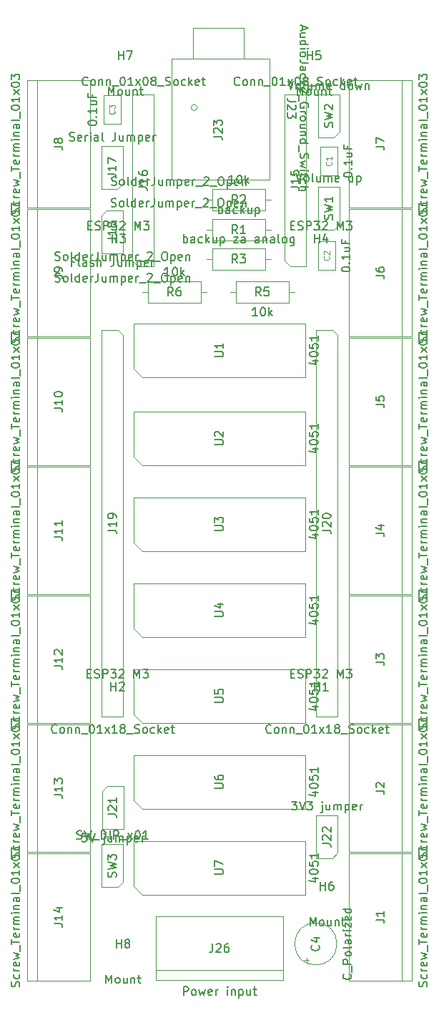
<source format=gbr>
%TF.GenerationSoftware,KiCad,Pcbnew,7.0.6*%
%TF.CreationDate,2024-08-21T19:33:41+02:00*%
%TF.ProjectId,Koracni ksilofon,4b6f7261-636e-4692-906b-73696c6f666f,rev?*%
%TF.SameCoordinates,PXca73a30PY16e2660*%
%TF.FileFunction,AssemblyDrawing,Top*%
%FSLAX46Y46*%
G04 Gerber Fmt 4.6, Leading zero omitted, Abs format (unit mm)*
G04 Created by KiCad (PCBNEW 7.0.6) date 2024-08-21 19:33:41*
%MOMM*%
%LPD*%
G01*
G04 APERTURE LIST*
%ADD10C,0.150000*%
%ADD11C,0.102000*%
%ADD12C,0.100000*%
%ADD13C,0.120000*%
G04 APERTURE END LIST*
D10*
X36817047Y-18848819D02*
X37150380Y-19848819D01*
X37150380Y-19848819D02*
X37483713Y-18848819D01*
X37959904Y-19848819D02*
X37864666Y-19801200D01*
X37864666Y-19801200D02*
X37817047Y-19753580D01*
X37817047Y-19753580D02*
X37769428Y-19658342D01*
X37769428Y-19658342D02*
X37769428Y-19372628D01*
X37769428Y-19372628D02*
X37817047Y-19277390D01*
X37817047Y-19277390D02*
X37864666Y-19229771D01*
X37864666Y-19229771D02*
X37959904Y-19182152D01*
X37959904Y-19182152D02*
X38102761Y-19182152D01*
X38102761Y-19182152D02*
X38197999Y-19229771D01*
X38197999Y-19229771D02*
X38245618Y-19277390D01*
X38245618Y-19277390D02*
X38293237Y-19372628D01*
X38293237Y-19372628D02*
X38293237Y-19658342D01*
X38293237Y-19658342D02*
X38245618Y-19753580D01*
X38245618Y-19753580D02*
X38197999Y-19801200D01*
X38197999Y-19801200D02*
X38102761Y-19848819D01*
X38102761Y-19848819D02*
X37959904Y-19848819D01*
X38864666Y-19848819D02*
X38769428Y-19801200D01*
X38769428Y-19801200D02*
X38721809Y-19705961D01*
X38721809Y-19705961D02*
X38721809Y-18848819D01*
X39674190Y-19182152D02*
X39674190Y-19848819D01*
X39245619Y-19182152D02*
X39245619Y-19705961D01*
X39245619Y-19705961D02*
X39293238Y-19801200D01*
X39293238Y-19801200D02*
X39388476Y-19848819D01*
X39388476Y-19848819D02*
X39531333Y-19848819D01*
X39531333Y-19848819D02*
X39626571Y-19801200D01*
X39626571Y-19801200D02*
X39674190Y-19753580D01*
X40150381Y-19848819D02*
X40150381Y-19182152D01*
X40150381Y-19277390D02*
X40198000Y-19229771D01*
X40198000Y-19229771D02*
X40293238Y-19182152D01*
X40293238Y-19182152D02*
X40436095Y-19182152D01*
X40436095Y-19182152D02*
X40531333Y-19229771D01*
X40531333Y-19229771D02*
X40578952Y-19325009D01*
X40578952Y-19325009D02*
X40578952Y-19848819D01*
X40578952Y-19325009D02*
X40626571Y-19229771D01*
X40626571Y-19229771D02*
X40721809Y-19182152D01*
X40721809Y-19182152D02*
X40864666Y-19182152D01*
X40864666Y-19182152D02*
X40959905Y-19229771D01*
X40959905Y-19229771D02*
X41007524Y-19325009D01*
X41007524Y-19325009D02*
X41007524Y-19848819D01*
X41864666Y-19801200D02*
X41769428Y-19848819D01*
X41769428Y-19848819D02*
X41578952Y-19848819D01*
X41578952Y-19848819D02*
X41483714Y-19801200D01*
X41483714Y-19801200D02*
X41436095Y-19705961D01*
X41436095Y-19705961D02*
X41436095Y-19325009D01*
X41436095Y-19325009D02*
X41483714Y-19229771D01*
X41483714Y-19229771D02*
X41578952Y-19182152D01*
X41578952Y-19182152D02*
X41769428Y-19182152D01*
X41769428Y-19182152D02*
X41864666Y-19229771D01*
X41864666Y-19229771D02*
X41912285Y-19325009D01*
X41912285Y-19325009D02*
X41912285Y-19420247D01*
X41912285Y-19420247D02*
X41436095Y-19515485D01*
X43531333Y-19182152D02*
X43531333Y-19848819D01*
X43102762Y-19182152D02*
X43102762Y-19705961D01*
X43102762Y-19705961D02*
X43150381Y-19801200D01*
X43150381Y-19801200D02*
X43245619Y-19848819D01*
X43245619Y-19848819D02*
X43388476Y-19848819D01*
X43388476Y-19848819D02*
X43483714Y-19801200D01*
X43483714Y-19801200D02*
X43531333Y-19753580D01*
X44007524Y-19182152D02*
X44007524Y-20182152D01*
X44007524Y-19229771D02*
X44102762Y-19182152D01*
X44102762Y-19182152D02*
X44293238Y-19182152D01*
X44293238Y-19182152D02*
X44388476Y-19229771D01*
X44388476Y-19229771D02*
X44436095Y-19277390D01*
X44436095Y-19277390D02*
X44483714Y-19372628D01*
X44483714Y-19372628D02*
X44483714Y-19658342D01*
X44483714Y-19658342D02*
X44436095Y-19753580D01*
X44436095Y-19753580D02*
X44388476Y-19801200D01*
X44388476Y-19801200D02*
X44293238Y-19848819D01*
X44293238Y-19848819D02*
X44102762Y-19848819D01*
X44102762Y-19848819D02*
X44007524Y-19801200D01*
X41105200Y-24327332D02*
X41152819Y-24184475D01*
X41152819Y-24184475D02*
X41152819Y-23946380D01*
X41152819Y-23946380D02*
X41105200Y-23851142D01*
X41105200Y-23851142D02*
X41057580Y-23803523D01*
X41057580Y-23803523D02*
X40962342Y-23755904D01*
X40962342Y-23755904D02*
X40867104Y-23755904D01*
X40867104Y-23755904D02*
X40771866Y-23803523D01*
X40771866Y-23803523D02*
X40724247Y-23851142D01*
X40724247Y-23851142D02*
X40676628Y-23946380D01*
X40676628Y-23946380D02*
X40629009Y-24136856D01*
X40629009Y-24136856D02*
X40581390Y-24232094D01*
X40581390Y-24232094D02*
X40533771Y-24279713D01*
X40533771Y-24279713D02*
X40438533Y-24327332D01*
X40438533Y-24327332D02*
X40343295Y-24327332D01*
X40343295Y-24327332D02*
X40248057Y-24279713D01*
X40248057Y-24279713D02*
X40200438Y-24232094D01*
X40200438Y-24232094D02*
X40152819Y-24136856D01*
X40152819Y-24136856D02*
X40152819Y-23898761D01*
X40152819Y-23898761D02*
X40200438Y-23755904D01*
X40152819Y-23422570D02*
X41152819Y-23184475D01*
X41152819Y-23184475D02*
X40438533Y-22993999D01*
X40438533Y-22993999D02*
X41152819Y-22803523D01*
X41152819Y-22803523D02*
X40152819Y-22565428D01*
X41152819Y-21660666D02*
X41152819Y-22232094D01*
X41152819Y-21946380D02*
X40152819Y-21946380D01*
X40152819Y-21946380D02*
X40295676Y-22041618D01*
X40295676Y-22041618D02*
X40390914Y-22136856D01*
X40390914Y-22136856D02*
X40438533Y-22232094D01*
X32228761Y-35724819D02*
X31657333Y-35724819D01*
X31943047Y-35724819D02*
X31943047Y-34724819D01*
X31943047Y-34724819D02*
X31847809Y-34867676D01*
X31847809Y-34867676D02*
X31752571Y-34962914D01*
X31752571Y-34962914D02*
X31657333Y-35010533D01*
X32847809Y-34724819D02*
X32943047Y-34724819D01*
X32943047Y-34724819D02*
X33038285Y-34772438D01*
X33038285Y-34772438D02*
X33085904Y-34820057D01*
X33085904Y-34820057D02*
X33133523Y-34915295D01*
X33133523Y-34915295D02*
X33181142Y-35105771D01*
X33181142Y-35105771D02*
X33181142Y-35343866D01*
X33181142Y-35343866D02*
X33133523Y-35534342D01*
X33133523Y-35534342D02*
X33085904Y-35629580D01*
X33085904Y-35629580D02*
X33038285Y-35677200D01*
X33038285Y-35677200D02*
X32943047Y-35724819D01*
X32943047Y-35724819D02*
X32847809Y-35724819D01*
X32847809Y-35724819D02*
X32752571Y-35677200D01*
X32752571Y-35677200D02*
X32704952Y-35629580D01*
X32704952Y-35629580D02*
X32657333Y-35534342D01*
X32657333Y-35534342D02*
X32609714Y-35343866D01*
X32609714Y-35343866D02*
X32609714Y-35105771D01*
X32609714Y-35105771D02*
X32657333Y-34915295D01*
X32657333Y-34915295D02*
X32704952Y-34820057D01*
X32704952Y-34820057D02*
X32752571Y-34772438D01*
X32752571Y-34772438D02*
X32847809Y-34724819D01*
X33609714Y-35724819D02*
X33609714Y-34724819D01*
X33704952Y-35343866D02*
X33990666Y-35724819D01*
X33990666Y-35058152D02*
X33609714Y-35439104D01*
X32657333Y-33354819D02*
X32324000Y-32878628D01*
X32085905Y-33354819D02*
X32085905Y-32354819D01*
X32085905Y-32354819D02*
X32466857Y-32354819D01*
X32466857Y-32354819D02*
X32562095Y-32402438D01*
X32562095Y-32402438D02*
X32609714Y-32450057D01*
X32609714Y-32450057D02*
X32657333Y-32545295D01*
X32657333Y-32545295D02*
X32657333Y-32688152D01*
X32657333Y-32688152D02*
X32609714Y-32783390D01*
X32609714Y-32783390D02*
X32562095Y-32831009D01*
X32562095Y-32831009D02*
X32466857Y-32878628D01*
X32466857Y-32878628D02*
X32085905Y-32878628D01*
X33562095Y-32354819D02*
X33085905Y-32354819D01*
X33085905Y-32354819D02*
X33038286Y-32831009D01*
X33038286Y-32831009D02*
X33085905Y-32783390D01*
X33085905Y-32783390D02*
X33181143Y-32735771D01*
X33181143Y-32735771D02*
X33419238Y-32735771D01*
X33419238Y-32735771D02*
X33514476Y-32783390D01*
X33514476Y-32783390D02*
X33562095Y-32831009D01*
X33562095Y-32831009D02*
X33609714Y-32926247D01*
X33609714Y-32926247D02*
X33609714Y-33164342D01*
X33609714Y-33164342D02*
X33562095Y-33259580D01*
X33562095Y-33259580D02*
X33514476Y-33307200D01*
X33514476Y-33307200D02*
X33419238Y-33354819D01*
X33419238Y-33354819D02*
X33181143Y-33354819D01*
X33181143Y-33354819D02*
X33085905Y-33307200D01*
X33085905Y-33307200D02*
X33038286Y-33259580D01*
X4021200Y-38852095D02*
X4068819Y-38709238D01*
X4068819Y-38709238D02*
X4068819Y-38471143D01*
X4068819Y-38471143D02*
X4021200Y-38375905D01*
X4021200Y-38375905D02*
X3973580Y-38328286D01*
X3973580Y-38328286D02*
X3878342Y-38280667D01*
X3878342Y-38280667D02*
X3783104Y-38280667D01*
X3783104Y-38280667D02*
X3687866Y-38328286D01*
X3687866Y-38328286D02*
X3640247Y-38375905D01*
X3640247Y-38375905D02*
X3592628Y-38471143D01*
X3592628Y-38471143D02*
X3545009Y-38661619D01*
X3545009Y-38661619D02*
X3497390Y-38756857D01*
X3497390Y-38756857D02*
X3449771Y-38804476D01*
X3449771Y-38804476D02*
X3354533Y-38852095D01*
X3354533Y-38852095D02*
X3259295Y-38852095D01*
X3259295Y-38852095D02*
X3164057Y-38804476D01*
X3164057Y-38804476D02*
X3116438Y-38756857D01*
X3116438Y-38756857D02*
X3068819Y-38661619D01*
X3068819Y-38661619D02*
X3068819Y-38423524D01*
X3068819Y-38423524D02*
X3116438Y-38280667D01*
X4021200Y-37423524D02*
X4068819Y-37518762D01*
X4068819Y-37518762D02*
X4068819Y-37709238D01*
X4068819Y-37709238D02*
X4021200Y-37804476D01*
X4021200Y-37804476D02*
X3973580Y-37852095D01*
X3973580Y-37852095D02*
X3878342Y-37899714D01*
X3878342Y-37899714D02*
X3592628Y-37899714D01*
X3592628Y-37899714D02*
X3497390Y-37852095D01*
X3497390Y-37852095D02*
X3449771Y-37804476D01*
X3449771Y-37804476D02*
X3402152Y-37709238D01*
X3402152Y-37709238D02*
X3402152Y-37518762D01*
X3402152Y-37518762D02*
X3449771Y-37423524D01*
X4068819Y-36994952D02*
X3402152Y-36994952D01*
X3592628Y-36994952D02*
X3497390Y-36947333D01*
X3497390Y-36947333D02*
X3449771Y-36899714D01*
X3449771Y-36899714D02*
X3402152Y-36804476D01*
X3402152Y-36804476D02*
X3402152Y-36709238D01*
X4021200Y-35994952D02*
X4068819Y-36090190D01*
X4068819Y-36090190D02*
X4068819Y-36280666D01*
X4068819Y-36280666D02*
X4021200Y-36375904D01*
X4021200Y-36375904D02*
X3925961Y-36423523D01*
X3925961Y-36423523D02*
X3545009Y-36423523D01*
X3545009Y-36423523D02*
X3449771Y-36375904D01*
X3449771Y-36375904D02*
X3402152Y-36280666D01*
X3402152Y-36280666D02*
X3402152Y-36090190D01*
X3402152Y-36090190D02*
X3449771Y-35994952D01*
X3449771Y-35994952D02*
X3545009Y-35947333D01*
X3545009Y-35947333D02*
X3640247Y-35947333D01*
X3640247Y-35947333D02*
X3735485Y-36423523D01*
X3402152Y-35613999D02*
X4068819Y-35423523D01*
X4068819Y-35423523D02*
X3592628Y-35233047D01*
X3592628Y-35233047D02*
X4068819Y-35042571D01*
X4068819Y-35042571D02*
X3402152Y-34852095D01*
X4164057Y-34709238D02*
X4164057Y-33947333D01*
X3068819Y-33852094D02*
X3068819Y-33280666D01*
X4068819Y-33566380D02*
X3068819Y-33566380D01*
X4021200Y-32566380D02*
X4068819Y-32661618D01*
X4068819Y-32661618D02*
X4068819Y-32852094D01*
X4068819Y-32852094D02*
X4021200Y-32947332D01*
X4021200Y-32947332D02*
X3925961Y-32994951D01*
X3925961Y-32994951D02*
X3545009Y-32994951D01*
X3545009Y-32994951D02*
X3449771Y-32947332D01*
X3449771Y-32947332D02*
X3402152Y-32852094D01*
X3402152Y-32852094D02*
X3402152Y-32661618D01*
X3402152Y-32661618D02*
X3449771Y-32566380D01*
X3449771Y-32566380D02*
X3545009Y-32518761D01*
X3545009Y-32518761D02*
X3640247Y-32518761D01*
X3640247Y-32518761D02*
X3735485Y-32994951D01*
X4068819Y-32090189D02*
X3402152Y-32090189D01*
X3592628Y-32090189D02*
X3497390Y-32042570D01*
X3497390Y-32042570D02*
X3449771Y-31994951D01*
X3449771Y-31994951D02*
X3402152Y-31899713D01*
X3402152Y-31899713D02*
X3402152Y-31804475D01*
X4068819Y-31471141D02*
X3402152Y-31471141D01*
X3497390Y-31471141D02*
X3449771Y-31423522D01*
X3449771Y-31423522D02*
X3402152Y-31328284D01*
X3402152Y-31328284D02*
X3402152Y-31185427D01*
X3402152Y-31185427D02*
X3449771Y-31090189D01*
X3449771Y-31090189D02*
X3545009Y-31042570D01*
X3545009Y-31042570D02*
X4068819Y-31042570D01*
X3545009Y-31042570D02*
X3449771Y-30994951D01*
X3449771Y-30994951D02*
X3402152Y-30899713D01*
X3402152Y-30899713D02*
X3402152Y-30756856D01*
X3402152Y-30756856D02*
X3449771Y-30661617D01*
X3449771Y-30661617D02*
X3545009Y-30613998D01*
X3545009Y-30613998D02*
X4068819Y-30613998D01*
X4068819Y-30137808D02*
X3402152Y-30137808D01*
X3068819Y-30137808D02*
X3116438Y-30185427D01*
X3116438Y-30185427D02*
X3164057Y-30137808D01*
X3164057Y-30137808D02*
X3116438Y-30090189D01*
X3116438Y-30090189D02*
X3068819Y-30137808D01*
X3068819Y-30137808D02*
X3164057Y-30137808D01*
X3402152Y-29661618D02*
X4068819Y-29661618D01*
X3497390Y-29661618D02*
X3449771Y-29613999D01*
X3449771Y-29613999D02*
X3402152Y-29518761D01*
X3402152Y-29518761D02*
X3402152Y-29375904D01*
X3402152Y-29375904D02*
X3449771Y-29280666D01*
X3449771Y-29280666D02*
X3545009Y-29233047D01*
X3545009Y-29233047D02*
X4068819Y-29233047D01*
X4068819Y-28328285D02*
X3545009Y-28328285D01*
X3545009Y-28328285D02*
X3449771Y-28375904D01*
X3449771Y-28375904D02*
X3402152Y-28471142D01*
X3402152Y-28471142D02*
X3402152Y-28661618D01*
X3402152Y-28661618D02*
X3449771Y-28756856D01*
X4021200Y-28328285D02*
X4068819Y-28423523D01*
X4068819Y-28423523D02*
X4068819Y-28661618D01*
X4068819Y-28661618D02*
X4021200Y-28756856D01*
X4021200Y-28756856D02*
X3925961Y-28804475D01*
X3925961Y-28804475D02*
X3830723Y-28804475D01*
X3830723Y-28804475D02*
X3735485Y-28756856D01*
X3735485Y-28756856D02*
X3687866Y-28661618D01*
X3687866Y-28661618D02*
X3687866Y-28423523D01*
X3687866Y-28423523D02*
X3640247Y-28328285D01*
X4068819Y-27709237D02*
X4021200Y-27804475D01*
X4021200Y-27804475D02*
X3925961Y-27852094D01*
X3925961Y-27852094D02*
X3068819Y-27852094D01*
X4164057Y-27566380D02*
X4164057Y-26804475D01*
X3068819Y-26375903D02*
X3068819Y-26280665D01*
X3068819Y-26280665D02*
X3116438Y-26185427D01*
X3116438Y-26185427D02*
X3164057Y-26137808D01*
X3164057Y-26137808D02*
X3259295Y-26090189D01*
X3259295Y-26090189D02*
X3449771Y-26042570D01*
X3449771Y-26042570D02*
X3687866Y-26042570D01*
X3687866Y-26042570D02*
X3878342Y-26090189D01*
X3878342Y-26090189D02*
X3973580Y-26137808D01*
X3973580Y-26137808D02*
X4021200Y-26185427D01*
X4021200Y-26185427D02*
X4068819Y-26280665D01*
X4068819Y-26280665D02*
X4068819Y-26375903D01*
X4068819Y-26375903D02*
X4021200Y-26471141D01*
X4021200Y-26471141D02*
X3973580Y-26518760D01*
X3973580Y-26518760D02*
X3878342Y-26566379D01*
X3878342Y-26566379D02*
X3687866Y-26613998D01*
X3687866Y-26613998D02*
X3449771Y-26613998D01*
X3449771Y-26613998D02*
X3259295Y-26566379D01*
X3259295Y-26566379D02*
X3164057Y-26518760D01*
X3164057Y-26518760D02*
X3116438Y-26471141D01*
X3116438Y-26471141D02*
X3068819Y-26375903D01*
X4068819Y-25090189D02*
X4068819Y-25661617D01*
X4068819Y-25375903D02*
X3068819Y-25375903D01*
X3068819Y-25375903D02*
X3211676Y-25471141D01*
X3211676Y-25471141D02*
X3306914Y-25566379D01*
X3306914Y-25566379D02*
X3354533Y-25661617D01*
X4068819Y-24756855D02*
X3402152Y-24233046D01*
X3402152Y-24756855D02*
X4068819Y-24233046D01*
X3068819Y-23661617D02*
X3068819Y-23566379D01*
X3068819Y-23566379D02*
X3116438Y-23471141D01*
X3116438Y-23471141D02*
X3164057Y-23423522D01*
X3164057Y-23423522D02*
X3259295Y-23375903D01*
X3259295Y-23375903D02*
X3449771Y-23328284D01*
X3449771Y-23328284D02*
X3687866Y-23328284D01*
X3687866Y-23328284D02*
X3878342Y-23375903D01*
X3878342Y-23375903D02*
X3973580Y-23423522D01*
X3973580Y-23423522D02*
X4021200Y-23471141D01*
X4021200Y-23471141D02*
X4068819Y-23566379D01*
X4068819Y-23566379D02*
X4068819Y-23661617D01*
X4068819Y-23661617D02*
X4021200Y-23756855D01*
X4021200Y-23756855D02*
X3973580Y-23804474D01*
X3973580Y-23804474D02*
X3878342Y-23852093D01*
X3878342Y-23852093D02*
X3687866Y-23899712D01*
X3687866Y-23899712D02*
X3449771Y-23899712D01*
X3449771Y-23899712D02*
X3259295Y-23852093D01*
X3259295Y-23852093D02*
X3164057Y-23804474D01*
X3164057Y-23804474D02*
X3116438Y-23756855D01*
X3116438Y-23756855D02*
X3068819Y-23661617D01*
X3068819Y-22994950D02*
X3068819Y-22375903D01*
X3068819Y-22375903D02*
X3449771Y-22709236D01*
X3449771Y-22709236D02*
X3449771Y-22566379D01*
X3449771Y-22566379D02*
X3497390Y-22471141D01*
X3497390Y-22471141D02*
X3545009Y-22423522D01*
X3545009Y-22423522D02*
X3640247Y-22375903D01*
X3640247Y-22375903D02*
X3878342Y-22375903D01*
X3878342Y-22375903D02*
X3973580Y-22423522D01*
X3973580Y-22423522D02*
X4021200Y-22471141D01*
X4021200Y-22471141D02*
X4068819Y-22566379D01*
X4068819Y-22566379D02*
X4068819Y-22852093D01*
X4068819Y-22852093D02*
X4021200Y-22947331D01*
X4021200Y-22947331D02*
X3973580Y-22994950D01*
X8148819Y-30947333D02*
X8863104Y-30947333D01*
X8863104Y-30947333D02*
X9005961Y-30994952D01*
X9005961Y-30994952D02*
X9101200Y-31090190D01*
X9101200Y-31090190D02*
X9148819Y-31233047D01*
X9148819Y-31233047D02*
X9148819Y-31328285D01*
X9148819Y-30423523D02*
X9148819Y-30233047D01*
X9148819Y-30233047D02*
X9101200Y-30137809D01*
X9101200Y-30137809D02*
X9053580Y-30090190D01*
X9053580Y-30090190D02*
X8910723Y-29994952D01*
X8910723Y-29994952D02*
X8720247Y-29947333D01*
X8720247Y-29947333D02*
X8339295Y-29947333D01*
X8339295Y-29947333D02*
X8244057Y-29994952D01*
X8244057Y-29994952D02*
X8196438Y-30042571D01*
X8196438Y-30042571D02*
X8148819Y-30137809D01*
X8148819Y-30137809D02*
X8148819Y-30328285D01*
X8148819Y-30328285D02*
X8196438Y-30423523D01*
X8196438Y-30423523D02*
X8244057Y-30471142D01*
X8244057Y-30471142D02*
X8339295Y-30518761D01*
X8339295Y-30518761D02*
X8577390Y-30518761D01*
X8577390Y-30518761D02*
X8672628Y-30471142D01*
X8672628Y-30471142D02*
X8720247Y-30423523D01*
X8720247Y-30423523D02*
X8767866Y-30328285D01*
X8767866Y-30328285D02*
X8767866Y-30137809D01*
X8767866Y-30137809D02*
X8720247Y-30042571D01*
X8720247Y-30042571D02*
X8672628Y-29994952D01*
X8672628Y-29994952D02*
X8577390Y-29947333D01*
X33873760Y-84976580D02*
X33826141Y-85024200D01*
X33826141Y-85024200D02*
X33683284Y-85071819D01*
X33683284Y-85071819D02*
X33588046Y-85071819D01*
X33588046Y-85071819D02*
X33445189Y-85024200D01*
X33445189Y-85024200D02*
X33349951Y-84928961D01*
X33349951Y-84928961D02*
X33302332Y-84833723D01*
X33302332Y-84833723D02*
X33254713Y-84643247D01*
X33254713Y-84643247D02*
X33254713Y-84500390D01*
X33254713Y-84500390D02*
X33302332Y-84309914D01*
X33302332Y-84309914D02*
X33349951Y-84214676D01*
X33349951Y-84214676D02*
X33445189Y-84119438D01*
X33445189Y-84119438D02*
X33588046Y-84071819D01*
X33588046Y-84071819D02*
X33683284Y-84071819D01*
X33683284Y-84071819D02*
X33826141Y-84119438D01*
X33826141Y-84119438D02*
X33873760Y-84167057D01*
X34445189Y-85071819D02*
X34349951Y-85024200D01*
X34349951Y-85024200D02*
X34302332Y-84976580D01*
X34302332Y-84976580D02*
X34254713Y-84881342D01*
X34254713Y-84881342D02*
X34254713Y-84595628D01*
X34254713Y-84595628D02*
X34302332Y-84500390D01*
X34302332Y-84500390D02*
X34349951Y-84452771D01*
X34349951Y-84452771D02*
X34445189Y-84405152D01*
X34445189Y-84405152D02*
X34588046Y-84405152D01*
X34588046Y-84405152D02*
X34683284Y-84452771D01*
X34683284Y-84452771D02*
X34730903Y-84500390D01*
X34730903Y-84500390D02*
X34778522Y-84595628D01*
X34778522Y-84595628D02*
X34778522Y-84881342D01*
X34778522Y-84881342D02*
X34730903Y-84976580D01*
X34730903Y-84976580D02*
X34683284Y-85024200D01*
X34683284Y-85024200D02*
X34588046Y-85071819D01*
X34588046Y-85071819D02*
X34445189Y-85071819D01*
X35207094Y-84405152D02*
X35207094Y-85071819D01*
X35207094Y-84500390D02*
X35254713Y-84452771D01*
X35254713Y-84452771D02*
X35349951Y-84405152D01*
X35349951Y-84405152D02*
X35492808Y-84405152D01*
X35492808Y-84405152D02*
X35588046Y-84452771D01*
X35588046Y-84452771D02*
X35635665Y-84548009D01*
X35635665Y-84548009D02*
X35635665Y-85071819D01*
X36111856Y-84405152D02*
X36111856Y-85071819D01*
X36111856Y-84500390D02*
X36159475Y-84452771D01*
X36159475Y-84452771D02*
X36254713Y-84405152D01*
X36254713Y-84405152D02*
X36397570Y-84405152D01*
X36397570Y-84405152D02*
X36492808Y-84452771D01*
X36492808Y-84452771D02*
X36540427Y-84548009D01*
X36540427Y-84548009D02*
X36540427Y-85071819D01*
X36778523Y-85167057D02*
X37540427Y-85167057D01*
X37968999Y-84071819D02*
X38064237Y-84071819D01*
X38064237Y-84071819D02*
X38159475Y-84119438D01*
X38159475Y-84119438D02*
X38207094Y-84167057D01*
X38207094Y-84167057D02*
X38254713Y-84262295D01*
X38254713Y-84262295D02*
X38302332Y-84452771D01*
X38302332Y-84452771D02*
X38302332Y-84690866D01*
X38302332Y-84690866D02*
X38254713Y-84881342D01*
X38254713Y-84881342D02*
X38207094Y-84976580D01*
X38207094Y-84976580D02*
X38159475Y-85024200D01*
X38159475Y-85024200D02*
X38064237Y-85071819D01*
X38064237Y-85071819D02*
X37968999Y-85071819D01*
X37968999Y-85071819D02*
X37873761Y-85024200D01*
X37873761Y-85024200D02*
X37826142Y-84976580D01*
X37826142Y-84976580D02*
X37778523Y-84881342D01*
X37778523Y-84881342D02*
X37730904Y-84690866D01*
X37730904Y-84690866D02*
X37730904Y-84452771D01*
X37730904Y-84452771D02*
X37778523Y-84262295D01*
X37778523Y-84262295D02*
X37826142Y-84167057D01*
X37826142Y-84167057D02*
X37873761Y-84119438D01*
X37873761Y-84119438D02*
X37968999Y-84071819D01*
X39254713Y-85071819D02*
X38683285Y-85071819D01*
X38968999Y-85071819D02*
X38968999Y-84071819D01*
X38968999Y-84071819D02*
X38873761Y-84214676D01*
X38873761Y-84214676D02*
X38778523Y-84309914D01*
X38778523Y-84309914D02*
X38683285Y-84357533D01*
X39588047Y-85071819D02*
X40111856Y-84405152D01*
X39588047Y-84405152D02*
X40111856Y-85071819D01*
X41016618Y-85071819D02*
X40445190Y-85071819D01*
X40730904Y-85071819D02*
X40730904Y-84071819D01*
X40730904Y-84071819D02*
X40635666Y-84214676D01*
X40635666Y-84214676D02*
X40540428Y-84309914D01*
X40540428Y-84309914D02*
X40445190Y-84357533D01*
X41588047Y-84500390D02*
X41492809Y-84452771D01*
X41492809Y-84452771D02*
X41445190Y-84405152D01*
X41445190Y-84405152D02*
X41397571Y-84309914D01*
X41397571Y-84309914D02*
X41397571Y-84262295D01*
X41397571Y-84262295D02*
X41445190Y-84167057D01*
X41445190Y-84167057D02*
X41492809Y-84119438D01*
X41492809Y-84119438D02*
X41588047Y-84071819D01*
X41588047Y-84071819D02*
X41778523Y-84071819D01*
X41778523Y-84071819D02*
X41873761Y-84119438D01*
X41873761Y-84119438D02*
X41921380Y-84167057D01*
X41921380Y-84167057D02*
X41968999Y-84262295D01*
X41968999Y-84262295D02*
X41968999Y-84309914D01*
X41968999Y-84309914D02*
X41921380Y-84405152D01*
X41921380Y-84405152D02*
X41873761Y-84452771D01*
X41873761Y-84452771D02*
X41778523Y-84500390D01*
X41778523Y-84500390D02*
X41588047Y-84500390D01*
X41588047Y-84500390D02*
X41492809Y-84548009D01*
X41492809Y-84548009D02*
X41445190Y-84595628D01*
X41445190Y-84595628D02*
X41397571Y-84690866D01*
X41397571Y-84690866D02*
X41397571Y-84881342D01*
X41397571Y-84881342D02*
X41445190Y-84976580D01*
X41445190Y-84976580D02*
X41492809Y-85024200D01*
X41492809Y-85024200D02*
X41588047Y-85071819D01*
X41588047Y-85071819D02*
X41778523Y-85071819D01*
X41778523Y-85071819D02*
X41873761Y-85024200D01*
X41873761Y-85024200D02*
X41921380Y-84976580D01*
X41921380Y-84976580D02*
X41968999Y-84881342D01*
X41968999Y-84881342D02*
X41968999Y-84690866D01*
X41968999Y-84690866D02*
X41921380Y-84595628D01*
X41921380Y-84595628D02*
X41873761Y-84548009D01*
X41873761Y-84548009D02*
X41778523Y-84500390D01*
X42159476Y-85167057D02*
X42921380Y-85167057D01*
X43111857Y-85024200D02*
X43254714Y-85071819D01*
X43254714Y-85071819D02*
X43492809Y-85071819D01*
X43492809Y-85071819D02*
X43588047Y-85024200D01*
X43588047Y-85024200D02*
X43635666Y-84976580D01*
X43635666Y-84976580D02*
X43683285Y-84881342D01*
X43683285Y-84881342D02*
X43683285Y-84786104D01*
X43683285Y-84786104D02*
X43635666Y-84690866D01*
X43635666Y-84690866D02*
X43588047Y-84643247D01*
X43588047Y-84643247D02*
X43492809Y-84595628D01*
X43492809Y-84595628D02*
X43302333Y-84548009D01*
X43302333Y-84548009D02*
X43207095Y-84500390D01*
X43207095Y-84500390D02*
X43159476Y-84452771D01*
X43159476Y-84452771D02*
X43111857Y-84357533D01*
X43111857Y-84357533D02*
X43111857Y-84262295D01*
X43111857Y-84262295D02*
X43159476Y-84167057D01*
X43159476Y-84167057D02*
X43207095Y-84119438D01*
X43207095Y-84119438D02*
X43302333Y-84071819D01*
X43302333Y-84071819D02*
X43540428Y-84071819D01*
X43540428Y-84071819D02*
X43683285Y-84119438D01*
X44254714Y-85071819D02*
X44159476Y-85024200D01*
X44159476Y-85024200D02*
X44111857Y-84976580D01*
X44111857Y-84976580D02*
X44064238Y-84881342D01*
X44064238Y-84881342D02*
X44064238Y-84595628D01*
X44064238Y-84595628D02*
X44111857Y-84500390D01*
X44111857Y-84500390D02*
X44159476Y-84452771D01*
X44159476Y-84452771D02*
X44254714Y-84405152D01*
X44254714Y-84405152D02*
X44397571Y-84405152D01*
X44397571Y-84405152D02*
X44492809Y-84452771D01*
X44492809Y-84452771D02*
X44540428Y-84500390D01*
X44540428Y-84500390D02*
X44588047Y-84595628D01*
X44588047Y-84595628D02*
X44588047Y-84881342D01*
X44588047Y-84881342D02*
X44540428Y-84976580D01*
X44540428Y-84976580D02*
X44492809Y-85024200D01*
X44492809Y-85024200D02*
X44397571Y-85071819D01*
X44397571Y-85071819D02*
X44254714Y-85071819D01*
X45445190Y-85024200D02*
X45349952Y-85071819D01*
X45349952Y-85071819D02*
X45159476Y-85071819D01*
X45159476Y-85071819D02*
X45064238Y-85024200D01*
X45064238Y-85024200D02*
X45016619Y-84976580D01*
X45016619Y-84976580D02*
X44969000Y-84881342D01*
X44969000Y-84881342D02*
X44969000Y-84595628D01*
X44969000Y-84595628D02*
X45016619Y-84500390D01*
X45016619Y-84500390D02*
X45064238Y-84452771D01*
X45064238Y-84452771D02*
X45159476Y-84405152D01*
X45159476Y-84405152D02*
X45349952Y-84405152D01*
X45349952Y-84405152D02*
X45445190Y-84452771D01*
X45873762Y-85071819D02*
X45873762Y-84071819D01*
X45969000Y-84690866D02*
X46254714Y-85071819D01*
X46254714Y-84405152D02*
X45873762Y-84786104D01*
X47064238Y-85024200D02*
X46969000Y-85071819D01*
X46969000Y-85071819D02*
X46778524Y-85071819D01*
X46778524Y-85071819D02*
X46683286Y-85024200D01*
X46683286Y-85024200D02*
X46635667Y-84928961D01*
X46635667Y-84928961D02*
X46635667Y-84548009D01*
X46635667Y-84548009D02*
X46683286Y-84452771D01*
X46683286Y-84452771D02*
X46778524Y-84405152D01*
X46778524Y-84405152D02*
X46969000Y-84405152D01*
X46969000Y-84405152D02*
X47064238Y-84452771D01*
X47064238Y-84452771D02*
X47111857Y-84548009D01*
X47111857Y-84548009D02*
X47111857Y-84643247D01*
X47111857Y-84643247D02*
X46635667Y-84738485D01*
X47397572Y-84405152D02*
X47778524Y-84405152D01*
X47540429Y-84071819D02*
X47540429Y-84928961D01*
X47540429Y-84928961D02*
X47588048Y-85024200D01*
X47588048Y-85024200D02*
X47683286Y-85071819D01*
X47683286Y-85071819D02*
X47778524Y-85071819D01*
X39923819Y-61066523D02*
X40638104Y-61066523D01*
X40638104Y-61066523D02*
X40780961Y-61114142D01*
X40780961Y-61114142D02*
X40876200Y-61209380D01*
X40876200Y-61209380D02*
X40923819Y-61352237D01*
X40923819Y-61352237D02*
X40923819Y-61447475D01*
X40019057Y-60637951D02*
X39971438Y-60590332D01*
X39971438Y-60590332D02*
X39923819Y-60495094D01*
X39923819Y-60495094D02*
X39923819Y-60256999D01*
X39923819Y-60256999D02*
X39971438Y-60161761D01*
X39971438Y-60161761D02*
X40019057Y-60114142D01*
X40019057Y-60114142D02*
X40114295Y-60066523D01*
X40114295Y-60066523D02*
X40209533Y-60066523D01*
X40209533Y-60066523D02*
X40352390Y-60114142D01*
X40352390Y-60114142D02*
X40923819Y-60685570D01*
X40923819Y-60685570D02*
X40923819Y-60066523D01*
X39923819Y-59447475D02*
X39923819Y-59352237D01*
X39923819Y-59352237D02*
X39971438Y-59256999D01*
X39971438Y-59256999D02*
X40019057Y-59209380D01*
X40019057Y-59209380D02*
X40114295Y-59161761D01*
X40114295Y-59161761D02*
X40304771Y-59114142D01*
X40304771Y-59114142D02*
X40542866Y-59114142D01*
X40542866Y-59114142D02*
X40733342Y-59161761D01*
X40733342Y-59161761D02*
X40828580Y-59209380D01*
X40828580Y-59209380D02*
X40876200Y-59256999D01*
X40876200Y-59256999D02*
X40923819Y-59352237D01*
X40923819Y-59352237D02*
X40923819Y-59447475D01*
X40923819Y-59447475D02*
X40876200Y-59542713D01*
X40876200Y-59542713D02*
X40828580Y-59590332D01*
X40828580Y-59590332D02*
X40733342Y-59637951D01*
X40733342Y-59637951D02*
X40542866Y-59685570D01*
X40542866Y-59685570D02*
X40304771Y-59685570D01*
X40304771Y-59685570D02*
X40114295Y-59637951D01*
X40114295Y-59637951D02*
X40019057Y-59590332D01*
X40019057Y-59590332D02*
X39971438Y-59542713D01*
X39971438Y-59542713D02*
X39923819Y-59447475D01*
X8473760Y-84976580D02*
X8426141Y-85024200D01*
X8426141Y-85024200D02*
X8283284Y-85071819D01*
X8283284Y-85071819D02*
X8188046Y-85071819D01*
X8188046Y-85071819D02*
X8045189Y-85024200D01*
X8045189Y-85024200D02*
X7949951Y-84928961D01*
X7949951Y-84928961D02*
X7902332Y-84833723D01*
X7902332Y-84833723D02*
X7854713Y-84643247D01*
X7854713Y-84643247D02*
X7854713Y-84500390D01*
X7854713Y-84500390D02*
X7902332Y-84309914D01*
X7902332Y-84309914D02*
X7949951Y-84214676D01*
X7949951Y-84214676D02*
X8045189Y-84119438D01*
X8045189Y-84119438D02*
X8188046Y-84071819D01*
X8188046Y-84071819D02*
X8283284Y-84071819D01*
X8283284Y-84071819D02*
X8426141Y-84119438D01*
X8426141Y-84119438D02*
X8473760Y-84167057D01*
X9045189Y-85071819D02*
X8949951Y-85024200D01*
X8949951Y-85024200D02*
X8902332Y-84976580D01*
X8902332Y-84976580D02*
X8854713Y-84881342D01*
X8854713Y-84881342D02*
X8854713Y-84595628D01*
X8854713Y-84595628D02*
X8902332Y-84500390D01*
X8902332Y-84500390D02*
X8949951Y-84452771D01*
X8949951Y-84452771D02*
X9045189Y-84405152D01*
X9045189Y-84405152D02*
X9188046Y-84405152D01*
X9188046Y-84405152D02*
X9283284Y-84452771D01*
X9283284Y-84452771D02*
X9330903Y-84500390D01*
X9330903Y-84500390D02*
X9378522Y-84595628D01*
X9378522Y-84595628D02*
X9378522Y-84881342D01*
X9378522Y-84881342D02*
X9330903Y-84976580D01*
X9330903Y-84976580D02*
X9283284Y-85024200D01*
X9283284Y-85024200D02*
X9188046Y-85071819D01*
X9188046Y-85071819D02*
X9045189Y-85071819D01*
X9807094Y-84405152D02*
X9807094Y-85071819D01*
X9807094Y-84500390D02*
X9854713Y-84452771D01*
X9854713Y-84452771D02*
X9949951Y-84405152D01*
X9949951Y-84405152D02*
X10092808Y-84405152D01*
X10092808Y-84405152D02*
X10188046Y-84452771D01*
X10188046Y-84452771D02*
X10235665Y-84548009D01*
X10235665Y-84548009D02*
X10235665Y-85071819D01*
X10711856Y-84405152D02*
X10711856Y-85071819D01*
X10711856Y-84500390D02*
X10759475Y-84452771D01*
X10759475Y-84452771D02*
X10854713Y-84405152D01*
X10854713Y-84405152D02*
X10997570Y-84405152D01*
X10997570Y-84405152D02*
X11092808Y-84452771D01*
X11092808Y-84452771D02*
X11140427Y-84548009D01*
X11140427Y-84548009D02*
X11140427Y-85071819D01*
X11378523Y-85167057D02*
X12140427Y-85167057D01*
X12568999Y-84071819D02*
X12664237Y-84071819D01*
X12664237Y-84071819D02*
X12759475Y-84119438D01*
X12759475Y-84119438D02*
X12807094Y-84167057D01*
X12807094Y-84167057D02*
X12854713Y-84262295D01*
X12854713Y-84262295D02*
X12902332Y-84452771D01*
X12902332Y-84452771D02*
X12902332Y-84690866D01*
X12902332Y-84690866D02*
X12854713Y-84881342D01*
X12854713Y-84881342D02*
X12807094Y-84976580D01*
X12807094Y-84976580D02*
X12759475Y-85024200D01*
X12759475Y-85024200D02*
X12664237Y-85071819D01*
X12664237Y-85071819D02*
X12568999Y-85071819D01*
X12568999Y-85071819D02*
X12473761Y-85024200D01*
X12473761Y-85024200D02*
X12426142Y-84976580D01*
X12426142Y-84976580D02*
X12378523Y-84881342D01*
X12378523Y-84881342D02*
X12330904Y-84690866D01*
X12330904Y-84690866D02*
X12330904Y-84452771D01*
X12330904Y-84452771D02*
X12378523Y-84262295D01*
X12378523Y-84262295D02*
X12426142Y-84167057D01*
X12426142Y-84167057D02*
X12473761Y-84119438D01*
X12473761Y-84119438D02*
X12568999Y-84071819D01*
X13854713Y-85071819D02*
X13283285Y-85071819D01*
X13568999Y-85071819D02*
X13568999Y-84071819D01*
X13568999Y-84071819D02*
X13473761Y-84214676D01*
X13473761Y-84214676D02*
X13378523Y-84309914D01*
X13378523Y-84309914D02*
X13283285Y-84357533D01*
X14188047Y-85071819D02*
X14711856Y-84405152D01*
X14188047Y-84405152D02*
X14711856Y-85071819D01*
X15616618Y-85071819D02*
X15045190Y-85071819D01*
X15330904Y-85071819D02*
X15330904Y-84071819D01*
X15330904Y-84071819D02*
X15235666Y-84214676D01*
X15235666Y-84214676D02*
X15140428Y-84309914D01*
X15140428Y-84309914D02*
X15045190Y-84357533D01*
X16188047Y-84500390D02*
X16092809Y-84452771D01*
X16092809Y-84452771D02*
X16045190Y-84405152D01*
X16045190Y-84405152D02*
X15997571Y-84309914D01*
X15997571Y-84309914D02*
X15997571Y-84262295D01*
X15997571Y-84262295D02*
X16045190Y-84167057D01*
X16045190Y-84167057D02*
X16092809Y-84119438D01*
X16092809Y-84119438D02*
X16188047Y-84071819D01*
X16188047Y-84071819D02*
X16378523Y-84071819D01*
X16378523Y-84071819D02*
X16473761Y-84119438D01*
X16473761Y-84119438D02*
X16521380Y-84167057D01*
X16521380Y-84167057D02*
X16568999Y-84262295D01*
X16568999Y-84262295D02*
X16568999Y-84309914D01*
X16568999Y-84309914D02*
X16521380Y-84405152D01*
X16521380Y-84405152D02*
X16473761Y-84452771D01*
X16473761Y-84452771D02*
X16378523Y-84500390D01*
X16378523Y-84500390D02*
X16188047Y-84500390D01*
X16188047Y-84500390D02*
X16092809Y-84548009D01*
X16092809Y-84548009D02*
X16045190Y-84595628D01*
X16045190Y-84595628D02*
X15997571Y-84690866D01*
X15997571Y-84690866D02*
X15997571Y-84881342D01*
X15997571Y-84881342D02*
X16045190Y-84976580D01*
X16045190Y-84976580D02*
X16092809Y-85024200D01*
X16092809Y-85024200D02*
X16188047Y-85071819D01*
X16188047Y-85071819D02*
X16378523Y-85071819D01*
X16378523Y-85071819D02*
X16473761Y-85024200D01*
X16473761Y-85024200D02*
X16521380Y-84976580D01*
X16521380Y-84976580D02*
X16568999Y-84881342D01*
X16568999Y-84881342D02*
X16568999Y-84690866D01*
X16568999Y-84690866D02*
X16521380Y-84595628D01*
X16521380Y-84595628D02*
X16473761Y-84548009D01*
X16473761Y-84548009D02*
X16378523Y-84500390D01*
X16759476Y-85167057D02*
X17521380Y-85167057D01*
X17711857Y-85024200D02*
X17854714Y-85071819D01*
X17854714Y-85071819D02*
X18092809Y-85071819D01*
X18092809Y-85071819D02*
X18188047Y-85024200D01*
X18188047Y-85024200D02*
X18235666Y-84976580D01*
X18235666Y-84976580D02*
X18283285Y-84881342D01*
X18283285Y-84881342D02*
X18283285Y-84786104D01*
X18283285Y-84786104D02*
X18235666Y-84690866D01*
X18235666Y-84690866D02*
X18188047Y-84643247D01*
X18188047Y-84643247D02*
X18092809Y-84595628D01*
X18092809Y-84595628D02*
X17902333Y-84548009D01*
X17902333Y-84548009D02*
X17807095Y-84500390D01*
X17807095Y-84500390D02*
X17759476Y-84452771D01*
X17759476Y-84452771D02*
X17711857Y-84357533D01*
X17711857Y-84357533D02*
X17711857Y-84262295D01*
X17711857Y-84262295D02*
X17759476Y-84167057D01*
X17759476Y-84167057D02*
X17807095Y-84119438D01*
X17807095Y-84119438D02*
X17902333Y-84071819D01*
X17902333Y-84071819D02*
X18140428Y-84071819D01*
X18140428Y-84071819D02*
X18283285Y-84119438D01*
X18854714Y-85071819D02*
X18759476Y-85024200D01*
X18759476Y-85024200D02*
X18711857Y-84976580D01*
X18711857Y-84976580D02*
X18664238Y-84881342D01*
X18664238Y-84881342D02*
X18664238Y-84595628D01*
X18664238Y-84595628D02*
X18711857Y-84500390D01*
X18711857Y-84500390D02*
X18759476Y-84452771D01*
X18759476Y-84452771D02*
X18854714Y-84405152D01*
X18854714Y-84405152D02*
X18997571Y-84405152D01*
X18997571Y-84405152D02*
X19092809Y-84452771D01*
X19092809Y-84452771D02*
X19140428Y-84500390D01*
X19140428Y-84500390D02*
X19188047Y-84595628D01*
X19188047Y-84595628D02*
X19188047Y-84881342D01*
X19188047Y-84881342D02*
X19140428Y-84976580D01*
X19140428Y-84976580D02*
X19092809Y-85024200D01*
X19092809Y-85024200D02*
X18997571Y-85071819D01*
X18997571Y-85071819D02*
X18854714Y-85071819D01*
X20045190Y-85024200D02*
X19949952Y-85071819D01*
X19949952Y-85071819D02*
X19759476Y-85071819D01*
X19759476Y-85071819D02*
X19664238Y-85024200D01*
X19664238Y-85024200D02*
X19616619Y-84976580D01*
X19616619Y-84976580D02*
X19569000Y-84881342D01*
X19569000Y-84881342D02*
X19569000Y-84595628D01*
X19569000Y-84595628D02*
X19616619Y-84500390D01*
X19616619Y-84500390D02*
X19664238Y-84452771D01*
X19664238Y-84452771D02*
X19759476Y-84405152D01*
X19759476Y-84405152D02*
X19949952Y-84405152D01*
X19949952Y-84405152D02*
X20045190Y-84452771D01*
X20473762Y-85071819D02*
X20473762Y-84071819D01*
X20569000Y-84690866D02*
X20854714Y-85071819D01*
X20854714Y-84405152D02*
X20473762Y-84786104D01*
X21664238Y-85024200D02*
X21569000Y-85071819D01*
X21569000Y-85071819D02*
X21378524Y-85071819D01*
X21378524Y-85071819D02*
X21283286Y-85024200D01*
X21283286Y-85024200D02*
X21235667Y-84928961D01*
X21235667Y-84928961D02*
X21235667Y-84548009D01*
X21235667Y-84548009D02*
X21283286Y-84452771D01*
X21283286Y-84452771D02*
X21378524Y-84405152D01*
X21378524Y-84405152D02*
X21569000Y-84405152D01*
X21569000Y-84405152D02*
X21664238Y-84452771D01*
X21664238Y-84452771D02*
X21711857Y-84548009D01*
X21711857Y-84548009D02*
X21711857Y-84643247D01*
X21711857Y-84643247D02*
X21235667Y-84738485D01*
X21997572Y-84405152D02*
X22378524Y-84405152D01*
X22140429Y-84071819D02*
X22140429Y-84928961D01*
X22140429Y-84928961D02*
X22188048Y-85024200D01*
X22188048Y-85024200D02*
X22283286Y-85071819D01*
X22283286Y-85071819D02*
X22378524Y-85071819D01*
X14523819Y-61066523D02*
X15238104Y-61066523D01*
X15238104Y-61066523D02*
X15380961Y-61114142D01*
X15380961Y-61114142D02*
X15476200Y-61209380D01*
X15476200Y-61209380D02*
X15523819Y-61352237D01*
X15523819Y-61352237D02*
X15523819Y-61447475D01*
X15523819Y-60066523D02*
X15523819Y-60637951D01*
X15523819Y-60352237D02*
X14523819Y-60352237D01*
X14523819Y-60352237D02*
X14666676Y-60447475D01*
X14666676Y-60447475D02*
X14761914Y-60542713D01*
X14761914Y-60542713D02*
X14809533Y-60637951D01*
X15523819Y-59590332D02*
X15523819Y-59399856D01*
X15523819Y-59399856D02*
X15476200Y-59304618D01*
X15476200Y-59304618D02*
X15428580Y-59256999D01*
X15428580Y-59256999D02*
X15285723Y-59161761D01*
X15285723Y-59161761D02*
X15095247Y-59114142D01*
X15095247Y-59114142D02*
X14714295Y-59114142D01*
X14714295Y-59114142D02*
X14619057Y-59161761D01*
X14619057Y-59161761D02*
X14571438Y-59209380D01*
X14571438Y-59209380D02*
X14523819Y-59304618D01*
X14523819Y-59304618D02*
X14523819Y-59495094D01*
X14523819Y-59495094D02*
X14571438Y-59590332D01*
X14571438Y-59590332D02*
X14619057Y-59637951D01*
X14619057Y-59637951D02*
X14714295Y-59685570D01*
X14714295Y-59685570D02*
X14952390Y-59685570D01*
X14952390Y-59685570D02*
X15047628Y-59637951D01*
X15047628Y-59637951D02*
X15095247Y-59590332D01*
X15095247Y-59590332D02*
X15142866Y-59495094D01*
X15142866Y-59495094D02*
X15142866Y-59304618D01*
X15142866Y-59304618D02*
X15095247Y-59209380D01*
X15095247Y-59209380D02*
X15047628Y-59161761D01*
X15047628Y-59161761D02*
X14952390Y-59114142D01*
X8300808Y-29111200D02*
X8443665Y-29158819D01*
X8443665Y-29158819D02*
X8681760Y-29158819D01*
X8681760Y-29158819D02*
X8776998Y-29111200D01*
X8776998Y-29111200D02*
X8824617Y-29063580D01*
X8824617Y-29063580D02*
X8872236Y-28968342D01*
X8872236Y-28968342D02*
X8872236Y-28873104D01*
X8872236Y-28873104D02*
X8824617Y-28777866D01*
X8824617Y-28777866D02*
X8776998Y-28730247D01*
X8776998Y-28730247D02*
X8681760Y-28682628D01*
X8681760Y-28682628D02*
X8491284Y-28635009D01*
X8491284Y-28635009D02*
X8396046Y-28587390D01*
X8396046Y-28587390D02*
X8348427Y-28539771D01*
X8348427Y-28539771D02*
X8300808Y-28444533D01*
X8300808Y-28444533D02*
X8300808Y-28349295D01*
X8300808Y-28349295D02*
X8348427Y-28254057D01*
X8348427Y-28254057D02*
X8396046Y-28206438D01*
X8396046Y-28206438D02*
X8491284Y-28158819D01*
X8491284Y-28158819D02*
X8729379Y-28158819D01*
X8729379Y-28158819D02*
X8872236Y-28206438D01*
X9443665Y-29158819D02*
X9348427Y-29111200D01*
X9348427Y-29111200D02*
X9300808Y-29063580D01*
X9300808Y-29063580D02*
X9253189Y-28968342D01*
X9253189Y-28968342D02*
X9253189Y-28682628D01*
X9253189Y-28682628D02*
X9300808Y-28587390D01*
X9300808Y-28587390D02*
X9348427Y-28539771D01*
X9348427Y-28539771D02*
X9443665Y-28492152D01*
X9443665Y-28492152D02*
X9586522Y-28492152D01*
X9586522Y-28492152D02*
X9681760Y-28539771D01*
X9681760Y-28539771D02*
X9729379Y-28587390D01*
X9729379Y-28587390D02*
X9776998Y-28682628D01*
X9776998Y-28682628D02*
X9776998Y-28968342D01*
X9776998Y-28968342D02*
X9729379Y-29063580D01*
X9729379Y-29063580D02*
X9681760Y-29111200D01*
X9681760Y-29111200D02*
X9586522Y-29158819D01*
X9586522Y-29158819D02*
X9443665Y-29158819D01*
X10348427Y-29158819D02*
X10253189Y-29111200D01*
X10253189Y-29111200D02*
X10205570Y-29015961D01*
X10205570Y-29015961D02*
X10205570Y-28158819D01*
X11157951Y-29158819D02*
X11157951Y-28158819D01*
X11157951Y-29111200D02*
X11062713Y-29158819D01*
X11062713Y-29158819D02*
X10872237Y-29158819D01*
X10872237Y-29158819D02*
X10776999Y-29111200D01*
X10776999Y-29111200D02*
X10729380Y-29063580D01*
X10729380Y-29063580D02*
X10681761Y-28968342D01*
X10681761Y-28968342D02*
X10681761Y-28682628D01*
X10681761Y-28682628D02*
X10729380Y-28587390D01*
X10729380Y-28587390D02*
X10776999Y-28539771D01*
X10776999Y-28539771D02*
X10872237Y-28492152D01*
X10872237Y-28492152D02*
X11062713Y-28492152D01*
X11062713Y-28492152D02*
X11157951Y-28539771D01*
X12015094Y-29111200D02*
X11919856Y-29158819D01*
X11919856Y-29158819D02*
X11729380Y-29158819D01*
X11729380Y-29158819D02*
X11634142Y-29111200D01*
X11634142Y-29111200D02*
X11586523Y-29015961D01*
X11586523Y-29015961D02*
X11586523Y-28635009D01*
X11586523Y-28635009D02*
X11634142Y-28539771D01*
X11634142Y-28539771D02*
X11729380Y-28492152D01*
X11729380Y-28492152D02*
X11919856Y-28492152D01*
X11919856Y-28492152D02*
X12015094Y-28539771D01*
X12015094Y-28539771D02*
X12062713Y-28635009D01*
X12062713Y-28635009D02*
X12062713Y-28730247D01*
X12062713Y-28730247D02*
X11586523Y-28825485D01*
X12491285Y-29158819D02*
X12491285Y-28492152D01*
X12491285Y-28682628D02*
X12538904Y-28587390D01*
X12538904Y-28587390D02*
X12586523Y-28539771D01*
X12586523Y-28539771D02*
X12681761Y-28492152D01*
X12681761Y-28492152D02*
X12776999Y-28492152D01*
X13396047Y-28158819D02*
X13396047Y-28873104D01*
X13396047Y-28873104D02*
X13348428Y-29015961D01*
X13348428Y-29015961D02*
X13253190Y-29111200D01*
X13253190Y-29111200D02*
X13110333Y-29158819D01*
X13110333Y-29158819D02*
X13015095Y-29158819D01*
X14300809Y-28492152D02*
X14300809Y-29158819D01*
X13872238Y-28492152D02*
X13872238Y-29015961D01*
X13872238Y-29015961D02*
X13919857Y-29111200D01*
X13919857Y-29111200D02*
X14015095Y-29158819D01*
X14015095Y-29158819D02*
X14157952Y-29158819D01*
X14157952Y-29158819D02*
X14253190Y-29111200D01*
X14253190Y-29111200D02*
X14300809Y-29063580D01*
X14777000Y-29158819D02*
X14777000Y-28492152D01*
X14777000Y-28587390D02*
X14824619Y-28539771D01*
X14824619Y-28539771D02*
X14919857Y-28492152D01*
X14919857Y-28492152D02*
X15062714Y-28492152D01*
X15062714Y-28492152D02*
X15157952Y-28539771D01*
X15157952Y-28539771D02*
X15205571Y-28635009D01*
X15205571Y-28635009D02*
X15205571Y-29158819D01*
X15205571Y-28635009D02*
X15253190Y-28539771D01*
X15253190Y-28539771D02*
X15348428Y-28492152D01*
X15348428Y-28492152D02*
X15491285Y-28492152D01*
X15491285Y-28492152D02*
X15586524Y-28539771D01*
X15586524Y-28539771D02*
X15634143Y-28635009D01*
X15634143Y-28635009D02*
X15634143Y-29158819D01*
X16110333Y-28492152D02*
X16110333Y-29492152D01*
X16110333Y-28539771D02*
X16205571Y-28492152D01*
X16205571Y-28492152D02*
X16396047Y-28492152D01*
X16396047Y-28492152D02*
X16491285Y-28539771D01*
X16491285Y-28539771D02*
X16538904Y-28587390D01*
X16538904Y-28587390D02*
X16586523Y-28682628D01*
X16586523Y-28682628D02*
X16586523Y-28968342D01*
X16586523Y-28968342D02*
X16538904Y-29063580D01*
X16538904Y-29063580D02*
X16491285Y-29111200D01*
X16491285Y-29111200D02*
X16396047Y-29158819D01*
X16396047Y-29158819D02*
X16205571Y-29158819D01*
X16205571Y-29158819D02*
X16110333Y-29111200D01*
X17396047Y-29111200D02*
X17300809Y-29158819D01*
X17300809Y-29158819D02*
X17110333Y-29158819D01*
X17110333Y-29158819D02*
X17015095Y-29111200D01*
X17015095Y-29111200D02*
X16967476Y-29015961D01*
X16967476Y-29015961D02*
X16967476Y-28635009D01*
X16967476Y-28635009D02*
X17015095Y-28539771D01*
X17015095Y-28539771D02*
X17110333Y-28492152D01*
X17110333Y-28492152D02*
X17300809Y-28492152D01*
X17300809Y-28492152D02*
X17396047Y-28539771D01*
X17396047Y-28539771D02*
X17443666Y-28635009D01*
X17443666Y-28635009D02*
X17443666Y-28730247D01*
X17443666Y-28730247D02*
X16967476Y-28825485D01*
X17872238Y-29158819D02*
X17872238Y-28492152D01*
X17872238Y-28682628D02*
X17919857Y-28587390D01*
X17919857Y-28587390D02*
X17967476Y-28539771D01*
X17967476Y-28539771D02*
X18062714Y-28492152D01*
X18062714Y-28492152D02*
X18157952Y-28492152D01*
X18253191Y-29254057D02*
X19015095Y-29254057D01*
X19205572Y-28254057D02*
X19253191Y-28206438D01*
X19253191Y-28206438D02*
X19348429Y-28158819D01*
X19348429Y-28158819D02*
X19586524Y-28158819D01*
X19586524Y-28158819D02*
X19681762Y-28206438D01*
X19681762Y-28206438D02*
X19729381Y-28254057D01*
X19729381Y-28254057D02*
X19777000Y-28349295D01*
X19777000Y-28349295D02*
X19777000Y-28444533D01*
X19777000Y-28444533D02*
X19729381Y-28587390D01*
X19729381Y-28587390D02*
X19157953Y-29158819D01*
X19157953Y-29158819D02*
X19777000Y-29158819D01*
X19967477Y-29254057D02*
X20729381Y-29254057D01*
X21157953Y-28158819D02*
X21348429Y-28158819D01*
X21348429Y-28158819D02*
X21443667Y-28206438D01*
X21443667Y-28206438D02*
X21538905Y-28301676D01*
X21538905Y-28301676D02*
X21586524Y-28492152D01*
X21586524Y-28492152D02*
X21586524Y-28825485D01*
X21586524Y-28825485D02*
X21538905Y-29015961D01*
X21538905Y-29015961D02*
X21443667Y-29111200D01*
X21443667Y-29111200D02*
X21348429Y-29158819D01*
X21348429Y-29158819D02*
X21157953Y-29158819D01*
X21157953Y-29158819D02*
X21062715Y-29111200D01*
X21062715Y-29111200D02*
X20967477Y-29015961D01*
X20967477Y-29015961D02*
X20919858Y-28825485D01*
X20919858Y-28825485D02*
X20919858Y-28492152D01*
X20919858Y-28492152D02*
X20967477Y-28301676D01*
X20967477Y-28301676D02*
X21062715Y-28206438D01*
X21062715Y-28206438D02*
X21157953Y-28158819D01*
X22015096Y-28492152D02*
X22015096Y-29492152D01*
X22015096Y-28539771D02*
X22110334Y-28492152D01*
X22110334Y-28492152D02*
X22300810Y-28492152D01*
X22300810Y-28492152D02*
X22396048Y-28539771D01*
X22396048Y-28539771D02*
X22443667Y-28587390D01*
X22443667Y-28587390D02*
X22491286Y-28682628D01*
X22491286Y-28682628D02*
X22491286Y-28968342D01*
X22491286Y-28968342D02*
X22443667Y-29063580D01*
X22443667Y-29063580D02*
X22396048Y-29111200D01*
X22396048Y-29111200D02*
X22300810Y-29158819D01*
X22300810Y-29158819D02*
X22110334Y-29158819D01*
X22110334Y-29158819D02*
X22015096Y-29111200D01*
X23300810Y-29111200D02*
X23205572Y-29158819D01*
X23205572Y-29158819D02*
X23015096Y-29158819D01*
X23015096Y-29158819D02*
X22919858Y-29111200D01*
X22919858Y-29111200D02*
X22872239Y-29015961D01*
X22872239Y-29015961D02*
X22872239Y-28635009D01*
X22872239Y-28635009D02*
X22919858Y-28539771D01*
X22919858Y-28539771D02*
X23015096Y-28492152D01*
X23015096Y-28492152D02*
X23205572Y-28492152D01*
X23205572Y-28492152D02*
X23300810Y-28539771D01*
X23300810Y-28539771D02*
X23348429Y-28635009D01*
X23348429Y-28635009D02*
X23348429Y-28730247D01*
X23348429Y-28730247D02*
X22872239Y-28825485D01*
X23777001Y-28492152D02*
X23777001Y-29158819D01*
X23777001Y-28587390D02*
X23824620Y-28539771D01*
X23824620Y-28539771D02*
X23919858Y-28492152D01*
X23919858Y-28492152D02*
X24062715Y-28492152D01*
X24062715Y-28492152D02*
X24157953Y-28539771D01*
X24157953Y-28539771D02*
X24205572Y-28635009D01*
X24205572Y-28635009D02*
X24205572Y-29158819D01*
X21814761Y-30984819D02*
X21243333Y-30984819D01*
X21529047Y-30984819D02*
X21529047Y-29984819D01*
X21529047Y-29984819D02*
X21433809Y-30127676D01*
X21433809Y-30127676D02*
X21338571Y-30222914D01*
X21338571Y-30222914D02*
X21243333Y-30270533D01*
X22433809Y-29984819D02*
X22529047Y-29984819D01*
X22529047Y-29984819D02*
X22624285Y-30032438D01*
X22624285Y-30032438D02*
X22671904Y-30080057D01*
X22671904Y-30080057D02*
X22719523Y-30175295D01*
X22719523Y-30175295D02*
X22767142Y-30365771D01*
X22767142Y-30365771D02*
X22767142Y-30603866D01*
X22767142Y-30603866D02*
X22719523Y-30794342D01*
X22719523Y-30794342D02*
X22671904Y-30889580D01*
X22671904Y-30889580D02*
X22624285Y-30937200D01*
X22624285Y-30937200D02*
X22529047Y-30984819D01*
X22529047Y-30984819D02*
X22433809Y-30984819D01*
X22433809Y-30984819D02*
X22338571Y-30937200D01*
X22338571Y-30937200D02*
X22290952Y-30889580D01*
X22290952Y-30889580D02*
X22243333Y-30794342D01*
X22243333Y-30794342D02*
X22195714Y-30603866D01*
X22195714Y-30603866D02*
X22195714Y-30365771D01*
X22195714Y-30365771D02*
X22243333Y-30175295D01*
X22243333Y-30175295D02*
X22290952Y-30080057D01*
X22290952Y-30080057D02*
X22338571Y-30032438D01*
X22338571Y-30032438D02*
X22433809Y-29984819D01*
X23195714Y-30984819D02*
X23195714Y-29984819D01*
X23290952Y-30603866D02*
X23576666Y-30984819D01*
X23576666Y-30318152D02*
X23195714Y-30699104D01*
X22243333Y-33354819D02*
X21910000Y-32878628D01*
X21671905Y-33354819D02*
X21671905Y-32354819D01*
X21671905Y-32354819D02*
X22052857Y-32354819D01*
X22052857Y-32354819D02*
X22148095Y-32402438D01*
X22148095Y-32402438D02*
X22195714Y-32450057D01*
X22195714Y-32450057D02*
X22243333Y-32545295D01*
X22243333Y-32545295D02*
X22243333Y-32688152D01*
X22243333Y-32688152D02*
X22195714Y-32783390D01*
X22195714Y-32783390D02*
X22148095Y-32831009D01*
X22148095Y-32831009D02*
X22052857Y-32878628D01*
X22052857Y-32878628D02*
X21671905Y-32878628D01*
X23100476Y-32354819D02*
X22910000Y-32354819D01*
X22910000Y-32354819D02*
X22814762Y-32402438D01*
X22814762Y-32402438D02*
X22767143Y-32450057D01*
X22767143Y-32450057D02*
X22671905Y-32592914D01*
X22671905Y-32592914D02*
X22624286Y-32783390D01*
X22624286Y-32783390D02*
X22624286Y-33164342D01*
X22624286Y-33164342D02*
X22671905Y-33259580D01*
X22671905Y-33259580D02*
X22719524Y-33307200D01*
X22719524Y-33307200D02*
X22814762Y-33354819D01*
X22814762Y-33354819D02*
X23005238Y-33354819D01*
X23005238Y-33354819D02*
X23100476Y-33307200D01*
X23100476Y-33307200D02*
X23148095Y-33259580D01*
X23148095Y-33259580D02*
X23195714Y-33164342D01*
X23195714Y-33164342D02*
X23195714Y-32926247D01*
X23195714Y-32926247D02*
X23148095Y-32831009D01*
X23148095Y-32831009D02*
X23100476Y-32783390D01*
X23100476Y-32783390D02*
X23005238Y-32735771D01*
X23005238Y-32735771D02*
X22814762Y-32735771D01*
X22814762Y-32735771D02*
X22719524Y-32783390D01*
X22719524Y-32783390D02*
X22671905Y-32831009D01*
X22671905Y-32831009D02*
X22624286Y-32926247D01*
X38473809Y-107854819D02*
X38473809Y-106854819D01*
X38473809Y-106854819D02*
X38807142Y-107569104D01*
X38807142Y-107569104D02*
X39140475Y-106854819D01*
X39140475Y-106854819D02*
X39140475Y-107854819D01*
X39759523Y-107854819D02*
X39664285Y-107807200D01*
X39664285Y-107807200D02*
X39616666Y-107759580D01*
X39616666Y-107759580D02*
X39569047Y-107664342D01*
X39569047Y-107664342D02*
X39569047Y-107378628D01*
X39569047Y-107378628D02*
X39616666Y-107283390D01*
X39616666Y-107283390D02*
X39664285Y-107235771D01*
X39664285Y-107235771D02*
X39759523Y-107188152D01*
X39759523Y-107188152D02*
X39902380Y-107188152D01*
X39902380Y-107188152D02*
X39997618Y-107235771D01*
X39997618Y-107235771D02*
X40045237Y-107283390D01*
X40045237Y-107283390D02*
X40092856Y-107378628D01*
X40092856Y-107378628D02*
X40092856Y-107664342D01*
X40092856Y-107664342D02*
X40045237Y-107759580D01*
X40045237Y-107759580D02*
X39997618Y-107807200D01*
X39997618Y-107807200D02*
X39902380Y-107854819D01*
X39902380Y-107854819D02*
X39759523Y-107854819D01*
X40949999Y-107188152D02*
X40949999Y-107854819D01*
X40521428Y-107188152D02*
X40521428Y-107711961D01*
X40521428Y-107711961D02*
X40569047Y-107807200D01*
X40569047Y-107807200D02*
X40664285Y-107854819D01*
X40664285Y-107854819D02*
X40807142Y-107854819D01*
X40807142Y-107854819D02*
X40902380Y-107807200D01*
X40902380Y-107807200D02*
X40949999Y-107759580D01*
X41426190Y-107188152D02*
X41426190Y-107854819D01*
X41426190Y-107283390D02*
X41473809Y-107235771D01*
X41473809Y-107235771D02*
X41569047Y-107188152D01*
X41569047Y-107188152D02*
X41711904Y-107188152D01*
X41711904Y-107188152D02*
X41807142Y-107235771D01*
X41807142Y-107235771D02*
X41854761Y-107331009D01*
X41854761Y-107331009D02*
X41854761Y-107854819D01*
X42188095Y-107188152D02*
X42569047Y-107188152D01*
X42330952Y-106854819D02*
X42330952Y-107711961D01*
X42330952Y-107711961D02*
X42378571Y-107807200D01*
X42378571Y-107807200D02*
X42473809Y-107854819D01*
X42473809Y-107854819D02*
X42569047Y-107854819D01*
X39688095Y-103654819D02*
X39688095Y-102654819D01*
X39688095Y-103131009D02*
X40259523Y-103131009D01*
X40259523Y-103654819D02*
X40259523Y-102654819D01*
X41164285Y-102654819D02*
X40973809Y-102654819D01*
X40973809Y-102654819D02*
X40878571Y-102702438D01*
X40878571Y-102702438D02*
X40830952Y-102750057D01*
X40830952Y-102750057D02*
X40735714Y-102892914D01*
X40735714Y-102892914D02*
X40688095Y-103083390D01*
X40688095Y-103083390D02*
X40688095Y-103464342D01*
X40688095Y-103464342D02*
X40735714Y-103559580D01*
X40735714Y-103559580D02*
X40783333Y-103607200D01*
X40783333Y-103607200D02*
X40878571Y-103654819D01*
X40878571Y-103654819D02*
X41069047Y-103654819D01*
X41069047Y-103654819D02*
X41164285Y-103607200D01*
X41164285Y-103607200D02*
X41211904Y-103559580D01*
X41211904Y-103559580D02*
X41259523Y-103464342D01*
X41259523Y-103464342D02*
X41259523Y-103226247D01*
X41259523Y-103226247D02*
X41211904Y-103131009D01*
X41211904Y-103131009D02*
X41164285Y-103083390D01*
X41164285Y-103083390D02*
X41069047Y-103035771D01*
X41069047Y-103035771D02*
X40878571Y-103035771D01*
X40878571Y-103035771D02*
X40783333Y-103083390D01*
X40783333Y-103083390D02*
X40735714Y-103131009D01*
X40735714Y-103131009D02*
X40688095Y-103226247D01*
X12134760Y-8376580D02*
X12087141Y-8424200D01*
X12087141Y-8424200D02*
X11944284Y-8471819D01*
X11944284Y-8471819D02*
X11849046Y-8471819D01*
X11849046Y-8471819D02*
X11706189Y-8424200D01*
X11706189Y-8424200D02*
X11610951Y-8328961D01*
X11610951Y-8328961D02*
X11563332Y-8233723D01*
X11563332Y-8233723D02*
X11515713Y-8043247D01*
X11515713Y-8043247D02*
X11515713Y-7900390D01*
X11515713Y-7900390D02*
X11563332Y-7709914D01*
X11563332Y-7709914D02*
X11610951Y-7614676D01*
X11610951Y-7614676D02*
X11706189Y-7519438D01*
X11706189Y-7519438D02*
X11849046Y-7471819D01*
X11849046Y-7471819D02*
X11944284Y-7471819D01*
X11944284Y-7471819D02*
X12087141Y-7519438D01*
X12087141Y-7519438D02*
X12134760Y-7567057D01*
X12706189Y-8471819D02*
X12610951Y-8424200D01*
X12610951Y-8424200D02*
X12563332Y-8376580D01*
X12563332Y-8376580D02*
X12515713Y-8281342D01*
X12515713Y-8281342D02*
X12515713Y-7995628D01*
X12515713Y-7995628D02*
X12563332Y-7900390D01*
X12563332Y-7900390D02*
X12610951Y-7852771D01*
X12610951Y-7852771D02*
X12706189Y-7805152D01*
X12706189Y-7805152D02*
X12849046Y-7805152D01*
X12849046Y-7805152D02*
X12944284Y-7852771D01*
X12944284Y-7852771D02*
X12991903Y-7900390D01*
X12991903Y-7900390D02*
X13039522Y-7995628D01*
X13039522Y-7995628D02*
X13039522Y-8281342D01*
X13039522Y-8281342D02*
X12991903Y-8376580D01*
X12991903Y-8376580D02*
X12944284Y-8424200D01*
X12944284Y-8424200D02*
X12849046Y-8471819D01*
X12849046Y-8471819D02*
X12706189Y-8471819D01*
X13468094Y-7805152D02*
X13468094Y-8471819D01*
X13468094Y-7900390D02*
X13515713Y-7852771D01*
X13515713Y-7852771D02*
X13610951Y-7805152D01*
X13610951Y-7805152D02*
X13753808Y-7805152D01*
X13753808Y-7805152D02*
X13849046Y-7852771D01*
X13849046Y-7852771D02*
X13896665Y-7948009D01*
X13896665Y-7948009D02*
X13896665Y-8471819D01*
X14372856Y-7805152D02*
X14372856Y-8471819D01*
X14372856Y-7900390D02*
X14420475Y-7852771D01*
X14420475Y-7852771D02*
X14515713Y-7805152D01*
X14515713Y-7805152D02*
X14658570Y-7805152D01*
X14658570Y-7805152D02*
X14753808Y-7852771D01*
X14753808Y-7852771D02*
X14801427Y-7948009D01*
X14801427Y-7948009D02*
X14801427Y-8471819D01*
X15039523Y-8567057D02*
X15801427Y-8567057D01*
X16229999Y-7471819D02*
X16325237Y-7471819D01*
X16325237Y-7471819D02*
X16420475Y-7519438D01*
X16420475Y-7519438D02*
X16468094Y-7567057D01*
X16468094Y-7567057D02*
X16515713Y-7662295D01*
X16515713Y-7662295D02*
X16563332Y-7852771D01*
X16563332Y-7852771D02*
X16563332Y-8090866D01*
X16563332Y-8090866D02*
X16515713Y-8281342D01*
X16515713Y-8281342D02*
X16468094Y-8376580D01*
X16468094Y-8376580D02*
X16420475Y-8424200D01*
X16420475Y-8424200D02*
X16325237Y-8471819D01*
X16325237Y-8471819D02*
X16229999Y-8471819D01*
X16229999Y-8471819D02*
X16134761Y-8424200D01*
X16134761Y-8424200D02*
X16087142Y-8376580D01*
X16087142Y-8376580D02*
X16039523Y-8281342D01*
X16039523Y-8281342D02*
X15991904Y-8090866D01*
X15991904Y-8090866D02*
X15991904Y-7852771D01*
X15991904Y-7852771D02*
X16039523Y-7662295D01*
X16039523Y-7662295D02*
X16087142Y-7567057D01*
X16087142Y-7567057D02*
X16134761Y-7519438D01*
X16134761Y-7519438D02*
X16229999Y-7471819D01*
X17515713Y-8471819D02*
X16944285Y-8471819D01*
X17229999Y-8471819D02*
X17229999Y-7471819D01*
X17229999Y-7471819D02*
X17134761Y-7614676D01*
X17134761Y-7614676D02*
X17039523Y-7709914D01*
X17039523Y-7709914D02*
X16944285Y-7757533D01*
X17849047Y-8471819D02*
X18372856Y-7805152D01*
X17849047Y-7805152D02*
X18372856Y-8471819D01*
X18944285Y-7471819D02*
X19039523Y-7471819D01*
X19039523Y-7471819D02*
X19134761Y-7519438D01*
X19134761Y-7519438D02*
X19182380Y-7567057D01*
X19182380Y-7567057D02*
X19229999Y-7662295D01*
X19229999Y-7662295D02*
X19277618Y-7852771D01*
X19277618Y-7852771D02*
X19277618Y-8090866D01*
X19277618Y-8090866D02*
X19229999Y-8281342D01*
X19229999Y-8281342D02*
X19182380Y-8376580D01*
X19182380Y-8376580D02*
X19134761Y-8424200D01*
X19134761Y-8424200D02*
X19039523Y-8471819D01*
X19039523Y-8471819D02*
X18944285Y-8471819D01*
X18944285Y-8471819D02*
X18849047Y-8424200D01*
X18849047Y-8424200D02*
X18801428Y-8376580D01*
X18801428Y-8376580D02*
X18753809Y-8281342D01*
X18753809Y-8281342D02*
X18706190Y-8090866D01*
X18706190Y-8090866D02*
X18706190Y-7852771D01*
X18706190Y-7852771D02*
X18753809Y-7662295D01*
X18753809Y-7662295D02*
X18801428Y-7567057D01*
X18801428Y-7567057D02*
X18849047Y-7519438D01*
X18849047Y-7519438D02*
X18944285Y-7471819D01*
X19849047Y-7900390D02*
X19753809Y-7852771D01*
X19753809Y-7852771D02*
X19706190Y-7805152D01*
X19706190Y-7805152D02*
X19658571Y-7709914D01*
X19658571Y-7709914D02*
X19658571Y-7662295D01*
X19658571Y-7662295D02*
X19706190Y-7567057D01*
X19706190Y-7567057D02*
X19753809Y-7519438D01*
X19753809Y-7519438D02*
X19849047Y-7471819D01*
X19849047Y-7471819D02*
X20039523Y-7471819D01*
X20039523Y-7471819D02*
X20134761Y-7519438D01*
X20134761Y-7519438D02*
X20182380Y-7567057D01*
X20182380Y-7567057D02*
X20229999Y-7662295D01*
X20229999Y-7662295D02*
X20229999Y-7709914D01*
X20229999Y-7709914D02*
X20182380Y-7805152D01*
X20182380Y-7805152D02*
X20134761Y-7852771D01*
X20134761Y-7852771D02*
X20039523Y-7900390D01*
X20039523Y-7900390D02*
X19849047Y-7900390D01*
X19849047Y-7900390D02*
X19753809Y-7948009D01*
X19753809Y-7948009D02*
X19706190Y-7995628D01*
X19706190Y-7995628D02*
X19658571Y-8090866D01*
X19658571Y-8090866D02*
X19658571Y-8281342D01*
X19658571Y-8281342D02*
X19706190Y-8376580D01*
X19706190Y-8376580D02*
X19753809Y-8424200D01*
X19753809Y-8424200D02*
X19849047Y-8471819D01*
X19849047Y-8471819D02*
X20039523Y-8471819D01*
X20039523Y-8471819D02*
X20134761Y-8424200D01*
X20134761Y-8424200D02*
X20182380Y-8376580D01*
X20182380Y-8376580D02*
X20229999Y-8281342D01*
X20229999Y-8281342D02*
X20229999Y-8090866D01*
X20229999Y-8090866D02*
X20182380Y-7995628D01*
X20182380Y-7995628D02*
X20134761Y-7948009D01*
X20134761Y-7948009D02*
X20039523Y-7900390D01*
X20420476Y-8567057D02*
X21182380Y-8567057D01*
X21372857Y-8424200D02*
X21515714Y-8471819D01*
X21515714Y-8471819D02*
X21753809Y-8471819D01*
X21753809Y-8471819D02*
X21849047Y-8424200D01*
X21849047Y-8424200D02*
X21896666Y-8376580D01*
X21896666Y-8376580D02*
X21944285Y-8281342D01*
X21944285Y-8281342D02*
X21944285Y-8186104D01*
X21944285Y-8186104D02*
X21896666Y-8090866D01*
X21896666Y-8090866D02*
X21849047Y-8043247D01*
X21849047Y-8043247D02*
X21753809Y-7995628D01*
X21753809Y-7995628D02*
X21563333Y-7948009D01*
X21563333Y-7948009D02*
X21468095Y-7900390D01*
X21468095Y-7900390D02*
X21420476Y-7852771D01*
X21420476Y-7852771D02*
X21372857Y-7757533D01*
X21372857Y-7757533D02*
X21372857Y-7662295D01*
X21372857Y-7662295D02*
X21420476Y-7567057D01*
X21420476Y-7567057D02*
X21468095Y-7519438D01*
X21468095Y-7519438D02*
X21563333Y-7471819D01*
X21563333Y-7471819D02*
X21801428Y-7471819D01*
X21801428Y-7471819D02*
X21944285Y-7519438D01*
X22515714Y-8471819D02*
X22420476Y-8424200D01*
X22420476Y-8424200D02*
X22372857Y-8376580D01*
X22372857Y-8376580D02*
X22325238Y-8281342D01*
X22325238Y-8281342D02*
X22325238Y-7995628D01*
X22325238Y-7995628D02*
X22372857Y-7900390D01*
X22372857Y-7900390D02*
X22420476Y-7852771D01*
X22420476Y-7852771D02*
X22515714Y-7805152D01*
X22515714Y-7805152D02*
X22658571Y-7805152D01*
X22658571Y-7805152D02*
X22753809Y-7852771D01*
X22753809Y-7852771D02*
X22801428Y-7900390D01*
X22801428Y-7900390D02*
X22849047Y-7995628D01*
X22849047Y-7995628D02*
X22849047Y-8281342D01*
X22849047Y-8281342D02*
X22801428Y-8376580D01*
X22801428Y-8376580D02*
X22753809Y-8424200D01*
X22753809Y-8424200D02*
X22658571Y-8471819D01*
X22658571Y-8471819D02*
X22515714Y-8471819D01*
X23706190Y-8424200D02*
X23610952Y-8471819D01*
X23610952Y-8471819D02*
X23420476Y-8471819D01*
X23420476Y-8471819D02*
X23325238Y-8424200D01*
X23325238Y-8424200D02*
X23277619Y-8376580D01*
X23277619Y-8376580D02*
X23230000Y-8281342D01*
X23230000Y-8281342D02*
X23230000Y-7995628D01*
X23230000Y-7995628D02*
X23277619Y-7900390D01*
X23277619Y-7900390D02*
X23325238Y-7852771D01*
X23325238Y-7852771D02*
X23420476Y-7805152D01*
X23420476Y-7805152D02*
X23610952Y-7805152D01*
X23610952Y-7805152D02*
X23706190Y-7852771D01*
X24134762Y-8471819D02*
X24134762Y-7471819D01*
X24230000Y-8090866D02*
X24515714Y-8471819D01*
X24515714Y-7805152D02*
X24134762Y-8186104D01*
X25325238Y-8424200D02*
X25230000Y-8471819D01*
X25230000Y-8471819D02*
X25039524Y-8471819D01*
X25039524Y-8471819D02*
X24944286Y-8424200D01*
X24944286Y-8424200D02*
X24896667Y-8328961D01*
X24896667Y-8328961D02*
X24896667Y-7948009D01*
X24896667Y-7948009D02*
X24944286Y-7852771D01*
X24944286Y-7852771D02*
X25039524Y-7805152D01*
X25039524Y-7805152D02*
X25230000Y-7805152D01*
X25230000Y-7805152D02*
X25325238Y-7852771D01*
X25325238Y-7852771D02*
X25372857Y-7948009D01*
X25372857Y-7948009D02*
X25372857Y-8043247D01*
X25372857Y-8043247D02*
X24896667Y-8138485D01*
X25658572Y-7805152D02*
X26039524Y-7805152D01*
X25801429Y-7471819D02*
X25801429Y-8328961D01*
X25801429Y-8328961D02*
X25849048Y-8424200D01*
X25849048Y-8424200D02*
X25944286Y-8471819D01*
X25944286Y-8471819D02*
X26039524Y-8471819D01*
X18184819Y-20486523D02*
X18899104Y-20486523D01*
X18899104Y-20486523D02*
X19041961Y-20534142D01*
X19041961Y-20534142D02*
X19137200Y-20629380D01*
X19137200Y-20629380D02*
X19184819Y-20772237D01*
X19184819Y-20772237D02*
X19184819Y-20867475D01*
X19184819Y-19486523D02*
X19184819Y-20057951D01*
X19184819Y-19772237D02*
X18184819Y-19772237D01*
X18184819Y-19772237D02*
X18327676Y-19867475D01*
X18327676Y-19867475D02*
X18422914Y-19962713D01*
X18422914Y-19962713D02*
X18470533Y-20057951D01*
X18184819Y-18629380D02*
X18184819Y-18819856D01*
X18184819Y-18819856D02*
X18232438Y-18915094D01*
X18232438Y-18915094D02*
X18280057Y-18962713D01*
X18280057Y-18962713D02*
X18422914Y-19057951D01*
X18422914Y-19057951D02*
X18613390Y-19105570D01*
X18613390Y-19105570D02*
X18994342Y-19105570D01*
X18994342Y-19105570D02*
X19089580Y-19057951D01*
X19089580Y-19057951D02*
X19137200Y-19010332D01*
X19137200Y-19010332D02*
X19184819Y-18915094D01*
X19184819Y-18915094D02*
X19184819Y-18724618D01*
X19184819Y-18724618D02*
X19137200Y-18629380D01*
X19137200Y-18629380D02*
X19089580Y-18581761D01*
X19089580Y-18581761D02*
X18994342Y-18534142D01*
X18994342Y-18534142D02*
X18756247Y-18534142D01*
X18756247Y-18534142D02*
X18661009Y-18581761D01*
X18661009Y-18581761D02*
X18613390Y-18629380D01*
X18613390Y-18629380D02*
X18565771Y-18724618D01*
X18565771Y-18724618D02*
X18565771Y-18915094D01*
X18565771Y-18915094D02*
X18613390Y-19010332D01*
X18613390Y-19010332D02*
X18661009Y-19057951D01*
X18661009Y-19057951D02*
X18756247Y-19105570D01*
X38737152Y-71752095D02*
X39403819Y-71752095D01*
X38356200Y-71990190D02*
X39070485Y-72228285D01*
X39070485Y-72228285D02*
X39070485Y-71609238D01*
X38403819Y-71037809D02*
X38403819Y-70942571D01*
X38403819Y-70942571D02*
X38451438Y-70847333D01*
X38451438Y-70847333D02*
X38499057Y-70799714D01*
X38499057Y-70799714D02*
X38594295Y-70752095D01*
X38594295Y-70752095D02*
X38784771Y-70704476D01*
X38784771Y-70704476D02*
X39022866Y-70704476D01*
X39022866Y-70704476D02*
X39213342Y-70752095D01*
X39213342Y-70752095D02*
X39308580Y-70799714D01*
X39308580Y-70799714D02*
X39356200Y-70847333D01*
X39356200Y-70847333D02*
X39403819Y-70942571D01*
X39403819Y-70942571D02*
X39403819Y-71037809D01*
X39403819Y-71037809D02*
X39356200Y-71133047D01*
X39356200Y-71133047D02*
X39308580Y-71180666D01*
X39308580Y-71180666D02*
X39213342Y-71228285D01*
X39213342Y-71228285D02*
X39022866Y-71275904D01*
X39022866Y-71275904D02*
X38784771Y-71275904D01*
X38784771Y-71275904D02*
X38594295Y-71228285D01*
X38594295Y-71228285D02*
X38499057Y-71180666D01*
X38499057Y-71180666D02*
X38451438Y-71133047D01*
X38451438Y-71133047D02*
X38403819Y-71037809D01*
X38403819Y-69799714D02*
X38403819Y-70275904D01*
X38403819Y-70275904D02*
X38880009Y-70323523D01*
X38880009Y-70323523D02*
X38832390Y-70275904D01*
X38832390Y-70275904D02*
X38784771Y-70180666D01*
X38784771Y-70180666D02*
X38784771Y-69942571D01*
X38784771Y-69942571D02*
X38832390Y-69847333D01*
X38832390Y-69847333D02*
X38880009Y-69799714D01*
X38880009Y-69799714D02*
X38975247Y-69752095D01*
X38975247Y-69752095D02*
X39213342Y-69752095D01*
X39213342Y-69752095D02*
X39308580Y-69799714D01*
X39308580Y-69799714D02*
X39356200Y-69847333D01*
X39356200Y-69847333D02*
X39403819Y-69942571D01*
X39403819Y-69942571D02*
X39403819Y-70180666D01*
X39403819Y-70180666D02*
X39356200Y-70275904D01*
X39356200Y-70275904D02*
X39308580Y-70323523D01*
X39403819Y-68799714D02*
X39403819Y-69371142D01*
X39403819Y-69085428D02*
X38403819Y-69085428D01*
X38403819Y-69085428D02*
X38546676Y-69180666D01*
X38546676Y-69180666D02*
X38641914Y-69275904D01*
X38641914Y-69275904D02*
X38689533Y-69371142D01*
X27183819Y-71275904D02*
X27993342Y-71275904D01*
X27993342Y-71275904D02*
X28088580Y-71228285D01*
X28088580Y-71228285D02*
X28136200Y-71180666D01*
X28136200Y-71180666D02*
X28183819Y-71085428D01*
X28183819Y-71085428D02*
X28183819Y-70894952D01*
X28183819Y-70894952D02*
X28136200Y-70799714D01*
X28136200Y-70799714D02*
X28088580Y-70752095D01*
X28088580Y-70752095D02*
X27993342Y-70704476D01*
X27993342Y-70704476D02*
X27183819Y-70704476D01*
X27517152Y-69799714D02*
X28183819Y-69799714D01*
X27136200Y-70037809D02*
X27850485Y-70275904D01*
X27850485Y-70275904D02*
X27850485Y-69656857D01*
X38737152Y-92072095D02*
X39403819Y-92072095D01*
X38356200Y-92310190D02*
X39070485Y-92548285D01*
X39070485Y-92548285D02*
X39070485Y-91929238D01*
X38403819Y-91357809D02*
X38403819Y-91262571D01*
X38403819Y-91262571D02*
X38451438Y-91167333D01*
X38451438Y-91167333D02*
X38499057Y-91119714D01*
X38499057Y-91119714D02*
X38594295Y-91072095D01*
X38594295Y-91072095D02*
X38784771Y-91024476D01*
X38784771Y-91024476D02*
X39022866Y-91024476D01*
X39022866Y-91024476D02*
X39213342Y-91072095D01*
X39213342Y-91072095D02*
X39308580Y-91119714D01*
X39308580Y-91119714D02*
X39356200Y-91167333D01*
X39356200Y-91167333D02*
X39403819Y-91262571D01*
X39403819Y-91262571D02*
X39403819Y-91357809D01*
X39403819Y-91357809D02*
X39356200Y-91453047D01*
X39356200Y-91453047D02*
X39308580Y-91500666D01*
X39308580Y-91500666D02*
X39213342Y-91548285D01*
X39213342Y-91548285D02*
X39022866Y-91595904D01*
X39022866Y-91595904D02*
X38784771Y-91595904D01*
X38784771Y-91595904D02*
X38594295Y-91548285D01*
X38594295Y-91548285D02*
X38499057Y-91500666D01*
X38499057Y-91500666D02*
X38451438Y-91453047D01*
X38451438Y-91453047D02*
X38403819Y-91357809D01*
X38403819Y-90119714D02*
X38403819Y-90595904D01*
X38403819Y-90595904D02*
X38880009Y-90643523D01*
X38880009Y-90643523D02*
X38832390Y-90595904D01*
X38832390Y-90595904D02*
X38784771Y-90500666D01*
X38784771Y-90500666D02*
X38784771Y-90262571D01*
X38784771Y-90262571D02*
X38832390Y-90167333D01*
X38832390Y-90167333D02*
X38880009Y-90119714D01*
X38880009Y-90119714D02*
X38975247Y-90072095D01*
X38975247Y-90072095D02*
X39213342Y-90072095D01*
X39213342Y-90072095D02*
X39308580Y-90119714D01*
X39308580Y-90119714D02*
X39356200Y-90167333D01*
X39356200Y-90167333D02*
X39403819Y-90262571D01*
X39403819Y-90262571D02*
X39403819Y-90500666D01*
X39403819Y-90500666D02*
X39356200Y-90595904D01*
X39356200Y-90595904D02*
X39308580Y-90643523D01*
X39403819Y-89119714D02*
X39403819Y-89691142D01*
X39403819Y-89405428D02*
X38403819Y-89405428D01*
X38403819Y-89405428D02*
X38546676Y-89500666D01*
X38546676Y-89500666D02*
X38641914Y-89595904D01*
X38641914Y-89595904D02*
X38689533Y-89691142D01*
X27183819Y-91595904D02*
X27993342Y-91595904D01*
X27993342Y-91595904D02*
X28088580Y-91548285D01*
X28088580Y-91548285D02*
X28136200Y-91500666D01*
X28136200Y-91500666D02*
X28183819Y-91405428D01*
X28183819Y-91405428D02*
X28183819Y-91214952D01*
X28183819Y-91214952D02*
X28136200Y-91119714D01*
X28136200Y-91119714D02*
X28088580Y-91072095D01*
X28088580Y-91072095D02*
X27993342Y-91024476D01*
X27993342Y-91024476D02*
X27183819Y-91024476D01*
X27183819Y-90119714D02*
X27183819Y-90310190D01*
X27183819Y-90310190D02*
X27231438Y-90405428D01*
X27231438Y-90405428D02*
X27279057Y-90453047D01*
X27279057Y-90453047D02*
X27421914Y-90548285D01*
X27421914Y-90548285D02*
X27612390Y-90595904D01*
X27612390Y-90595904D02*
X27993342Y-90595904D01*
X27993342Y-90595904D02*
X28088580Y-90548285D01*
X28088580Y-90548285D02*
X28136200Y-90500666D01*
X28136200Y-90500666D02*
X28183819Y-90405428D01*
X28183819Y-90405428D02*
X28183819Y-90214952D01*
X28183819Y-90214952D02*
X28136200Y-90119714D01*
X28136200Y-90119714D02*
X28088580Y-90072095D01*
X28088580Y-90072095D02*
X27993342Y-90024476D01*
X27993342Y-90024476D02*
X27755247Y-90024476D01*
X27755247Y-90024476D02*
X27660009Y-90072095D01*
X27660009Y-90072095D02*
X27612390Y-90119714D01*
X27612390Y-90119714D02*
X27564771Y-90214952D01*
X27564771Y-90214952D02*
X27564771Y-90405428D01*
X27564771Y-90405428D02*
X27612390Y-90500666D01*
X27612390Y-90500666D02*
X27660009Y-90548285D01*
X27660009Y-90548285D02*
X27755247Y-90595904D01*
X52281200Y-69332094D02*
X52328819Y-69189237D01*
X52328819Y-69189237D02*
X52328819Y-68951142D01*
X52328819Y-68951142D02*
X52281200Y-68855904D01*
X52281200Y-68855904D02*
X52233580Y-68808285D01*
X52233580Y-68808285D02*
X52138342Y-68760666D01*
X52138342Y-68760666D02*
X52043104Y-68760666D01*
X52043104Y-68760666D02*
X51947866Y-68808285D01*
X51947866Y-68808285D02*
X51900247Y-68855904D01*
X51900247Y-68855904D02*
X51852628Y-68951142D01*
X51852628Y-68951142D02*
X51805009Y-69141618D01*
X51805009Y-69141618D02*
X51757390Y-69236856D01*
X51757390Y-69236856D02*
X51709771Y-69284475D01*
X51709771Y-69284475D02*
X51614533Y-69332094D01*
X51614533Y-69332094D02*
X51519295Y-69332094D01*
X51519295Y-69332094D02*
X51424057Y-69284475D01*
X51424057Y-69284475D02*
X51376438Y-69236856D01*
X51376438Y-69236856D02*
X51328819Y-69141618D01*
X51328819Y-69141618D02*
X51328819Y-68903523D01*
X51328819Y-68903523D02*
X51376438Y-68760666D01*
X52281200Y-67903523D02*
X52328819Y-67998761D01*
X52328819Y-67998761D02*
X52328819Y-68189237D01*
X52328819Y-68189237D02*
X52281200Y-68284475D01*
X52281200Y-68284475D02*
X52233580Y-68332094D01*
X52233580Y-68332094D02*
X52138342Y-68379713D01*
X52138342Y-68379713D02*
X51852628Y-68379713D01*
X51852628Y-68379713D02*
X51757390Y-68332094D01*
X51757390Y-68332094D02*
X51709771Y-68284475D01*
X51709771Y-68284475D02*
X51662152Y-68189237D01*
X51662152Y-68189237D02*
X51662152Y-67998761D01*
X51662152Y-67998761D02*
X51709771Y-67903523D01*
X52328819Y-67474951D02*
X51662152Y-67474951D01*
X51852628Y-67474951D02*
X51757390Y-67427332D01*
X51757390Y-67427332D02*
X51709771Y-67379713D01*
X51709771Y-67379713D02*
X51662152Y-67284475D01*
X51662152Y-67284475D02*
X51662152Y-67189237D01*
X52281200Y-66474951D02*
X52328819Y-66570189D01*
X52328819Y-66570189D02*
X52328819Y-66760665D01*
X52328819Y-66760665D02*
X52281200Y-66855903D01*
X52281200Y-66855903D02*
X52185961Y-66903522D01*
X52185961Y-66903522D02*
X51805009Y-66903522D01*
X51805009Y-66903522D02*
X51709771Y-66855903D01*
X51709771Y-66855903D02*
X51662152Y-66760665D01*
X51662152Y-66760665D02*
X51662152Y-66570189D01*
X51662152Y-66570189D02*
X51709771Y-66474951D01*
X51709771Y-66474951D02*
X51805009Y-66427332D01*
X51805009Y-66427332D02*
X51900247Y-66427332D01*
X51900247Y-66427332D02*
X51995485Y-66903522D01*
X51662152Y-66093998D02*
X52328819Y-65903522D01*
X52328819Y-65903522D02*
X51852628Y-65713046D01*
X51852628Y-65713046D02*
X52328819Y-65522570D01*
X52328819Y-65522570D02*
X51662152Y-65332094D01*
X52424057Y-65189237D02*
X52424057Y-64427332D01*
X51328819Y-64332093D02*
X51328819Y-63760665D01*
X52328819Y-64046379D02*
X51328819Y-64046379D01*
X52281200Y-63046379D02*
X52328819Y-63141617D01*
X52328819Y-63141617D02*
X52328819Y-63332093D01*
X52328819Y-63332093D02*
X52281200Y-63427331D01*
X52281200Y-63427331D02*
X52185961Y-63474950D01*
X52185961Y-63474950D02*
X51805009Y-63474950D01*
X51805009Y-63474950D02*
X51709771Y-63427331D01*
X51709771Y-63427331D02*
X51662152Y-63332093D01*
X51662152Y-63332093D02*
X51662152Y-63141617D01*
X51662152Y-63141617D02*
X51709771Y-63046379D01*
X51709771Y-63046379D02*
X51805009Y-62998760D01*
X51805009Y-62998760D02*
X51900247Y-62998760D01*
X51900247Y-62998760D02*
X51995485Y-63474950D01*
X52328819Y-62570188D02*
X51662152Y-62570188D01*
X51852628Y-62570188D02*
X51757390Y-62522569D01*
X51757390Y-62522569D02*
X51709771Y-62474950D01*
X51709771Y-62474950D02*
X51662152Y-62379712D01*
X51662152Y-62379712D02*
X51662152Y-62284474D01*
X52328819Y-61951140D02*
X51662152Y-61951140D01*
X51757390Y-61951140D02*
X51709771Y-61903521D01*
X51709771Y-61903521D02*
X51662152Y-61808283D01*
X51662152Y-61808283D02*
X51662152Y-61665426D01*
X51662152Y-61665426D02*
X51709771Y-61570188D01*
X51709771Y-61570188D02*
X51805009Y-61522569D01*
X51805009Y-61522569D02*
X52328819Y-61522569D01*
X51805009Y-61522569D02*
X51709771Y-61474950D01*
X51709771Y-61474950D02*
X51662152Y-61379712D01*
X51662152Y-61379712D02*
X51662152Y-61236855D01*
X51662152Y-61236855D02*
X51709771Y-61141616D01*
X51709771Y-61141616D02*
X51805009Y-61093997D01*
X51805009Y-61093997D02*
X52328819Y-61093997D01*
X52328819Y-60617807D02*
X51662152Y-60617807D01*
X51328819Y-60617807D02*
X51376438Y-60665426D01*
X51376438Y-60665426D02*
X51424057Y-60617807D01*
X51424057Y-60617807D02*
X51376438Y-60570188D01*
X51376438Y-60570188D02*
X51328819Y-60617807D01*
X51328819Y-60617807D02*
X51424057Y-60617807D01*
X51662152Y-60141617D02*
X52328819Y-60141617D01*
X51757390Y-60141617D02*
X51709771Y-60093998D01*
X51709771Y-60093998D02*
X51662152Y-59998760D01*
X51662152Y-59998760D02*
X51662152Y-59855903D01*
X51662152Y-59855903D02*
X51709771Y-59760665D01*
X51709771Y-59760665D02*
X51805009Y-59713046D01*
X51805009Y-59713046D02*
X52328819Y-59713046D01*
X52328819Y-58808284D02*
X51805009Y-58808284D01*
X51805009Y-58808284D02*
X51709771Y-58855903D01*
X51709771Y-58855903D02*
X51662152Y-58951141D01*
X51662152Y-58951141D02*
X51662152Y-59141617D01*
X51662152Y-59141617D02*
X51709771Y-59236855D01*
X52281200Y-58808284D02*
X52328819Y-58903522D01*
X52328819Y-58903522D02*
X52328819Y-59141617D01*
X52328819Y-59141617D02*
X52281200Y-59236855D01*
X52281200Y-59236855D02*
X52185961Y-59284474D01*
X52185961Y-59284474D02*
X52090723Y-59284474D01*
X52090723Y-59284474D02*
X51995485Y-59236855D01*
X51995485Y-59236855D02*
X51947866Y-59141617D01*
X51947866Y-59141617D02*
X51947866Y-58903522D01*
X51947866Y-58903522D02*
X51900247Y-58808284D01*
X52328819Y-58189236D02*
X52281200Y-58284474D01*
X52281200Y-58284474D02*
X52185961Y-58332093D01*
X52185961Y-58332093D02*
X51328819Y-58332093D01*
X52424057Y-58046379D02*
X52424057Y-57284474D01*
X51328819Y-56855902D02*
X51328819Y-56760664D01*
X51328819Y-56760664D02*
X51376438Y-56665426D01*
X51376438Y-56665426D02*
X51424057Y-56617807D01*
X51424057Y-56617807D02*
X51519295Y-56570188D01*
X51519295Y-56570188D02*
X51709771Y-56522569D01*
X51709771Y-56522569D02*
X51947866Y-56522569D01*
X51947866Y-56522569D02*
X52138342Y-56570188D01*
X52138342Y-56570188D02*
X52233580Y-56617807D01*
X52233580Y-56617807D02*
X52281200Y-56665426D01*
X52281200Y-56665426D02*
X52328819Y-56760664D01*
X52328819Y-56760664D02*
X52328819Y-56855902D01*
X52328819Y-56855902D02*
X52281200Y-56951140D01*
X52281200Y-56951140D02*
X52233580Y-56998759D01*
X52233580Y-56998759D02*
X52138342Y-57046378D01*
X52138342Y-57046378D02*
X51947866Y-57093997D01*
X51947866Y-57093997D02*
X51709771Y-57093997D01*
X51709771Y-57093997D02*
X51519295Y-57046378D01*
X51519295Y-57046378D02*
X51424057Y-56998759D01*
X51424057Y-56998759D02*
X51376438Y-56951140D01*
X51376438Y-56951140D02*
X51328819Y-56855902D01*
X52328819Y-55570188D02*
X52328819Y-56141616D01*
X52328819Y-55855902D02*
X51328819Y-55855902D01*
X51328819Y-55855902D02*
X51471676Y-55951140D01*
X51471676Y-55951140D02*
X51566914Y-56046378D01*
X51566914Y-56046378D02*
X51614533Y-56141616D01*
X52328819Y-55236854D02*
X51662152Y-54713045D01*
X51662152Y-55236854D02*
X52328819Y-54713045D01*
X51328819Y-54141616D02*
X51328819Y-54046378D01*
X51328819Y-54046378D02*
X51376438Y-53951140D01*
X51376438Y-53951140D02*
X51424057Y-53903521D01*
X51424057Y-53903521D02*
X51519295Y-53855902D01*
X51519295Y-53855902D02*
X51709771Y-53808283D01*
X51709771Y-53808283D02*
X51947866Y-53808283D01*
X51947866Y-53808283D02*
X52138342Y-53855902D01*
X52138342Y-53855902D02*
X52233580Y-53903521D01*
X52233580Y-53903521D02*
X52281200Y-53951140D01*
X52281200Y-53951140D02*
X52328819Y-54046378D01*
X52328819Y-54046378D02*
X52328819Y-54141616D01*
X52328819Y-54141616D02*
X52281200Y-54236854D01*
X52281200Y-54236854D02*
X52233580Y-54284473D01*
X52233580Y-54284473D02*
X52138342Y-54332092D01*
X52138342Y-54332092D02*
X51947866Y-54379711D01*
X51947866Y-54379711D02*
X51709771Y-54379711D01*
X51709771Y-54379711D02*
X51519295Y-54332092D01*
X51519295Y-54332092D02*
X51424057Y-54284473D01*
X51424057Y-54284473D02*
X51376438Y-54236854D01*
X51376438Y-54236854D02*
X51328819Y-54141616D01*
X51328819Y-53474949D02*
X51328819Y-52855902D01*
X51328819Y-52855902D02*
X51709771Y-53189235D01*
X51709771Y-53189235D02*
X51709771Y-53046378D01*
X51709771Y-53046378D02*
X51757390Y-52951140D01*
X51757390Y-52951140D02*
X51805009Y-52903521D01*
X51805009Y-52903521D02*
X51900247Y-52855902D01*
X51900247Y-52855902D02*
X52138342Y-52855902D01*
X52138342Y-52855902D02*
X52233580Y-52903521D01*
X52233580Y-52903521D02*
X52281200Y-52951140D01*
X52281200Y-52951140D02*
X52328819Y-53046378D01*
X52328819Y-53046378D02*
X52328819Y-53332092D01*
X52328819Y-53332092D02*
X52281200Y-53427330D01*
X52281200Y-53427330D02*
X52233580Y-53474949D01*
X46248819Y-61427332D02*
X46963104Y-61427332D01*
X46963104Y-61427332D02*
X47105961Y-61474951D01*
X47105961Y-61474951D02*
X47201200Y-61570189D01*
X47201200Y-61570189D02*
X47248819Y-61713046D01*
X47248819Y-61713046D02*
X47248819Y-61808284D01*
X46582152Y-60522570D02*
X47248819Y-60522570D01*
X46201200Y-60760665D02*
X46915485Y-60998760D01*
X46915485Y-60998760D02*
X46915485Y-60379713D01*
X23496907Y-116066272D02*
X23496907Y-115066272D01*
X23496907Y-115066272D02*
X23877859Y-115066272D01*
X23877859Y-115066272D02*
X23973097Y-115113891D01*
X23973097Y-115113891D02*
X24020716Y-115161510D01*
X24020716Y-115161510D02*
X24068335Y-115256748D01*
X24068335Y-115256748D02*
X24068335Y-115399605D01*
X24068335Y-115399605D02*
X24020716Y-115494843D01*
X24020716Y-115494843D02*
X23973097Y-115542462D01*
X23973097Y-115542462D02*
X23877859Y-115590081D01*
X23877859Y-115590081D02*
X23496907Y-115590081D01*
X24639764Y-116066272D02*
X24544526Y-116018653D01*
X24544526Y-116018653D02*
X24496907Y-115971033D01*
X24496907Y-115971033D02*
X24449288Y-115875795D01*
X24449288Y-115875795D02*
X24449288Y-115590081D01*
X24449288Y-115590081D02*
X24496907Y-115494843D01*
X24496907Y-115494843D02*
X24544526Y-115447224D01*
X24544526Y-115447224D02*
X24639764Y-115399605D01*
X24639764Y-115399605D02*
X24782621Y-115399605D01*
X24782621Y-115399605D02*
X24877859Y-115447224D01*
X24877859Y-115447224D02*
X24925478Y-115494843D01*
X24925478Y-115494843D02*
X24973097Y-115590081D01*
X24973097Y-115590081D02*
X24973097Y-115875795D01*
X24973097Y-115875795D02*
X24925478Y-115971033D01*
X24925478Y-115971033D02*
X24877859Y-116018653D01*
X24877859Y-116018653D02*
X24782621Y-116066272D01*
X24782621Y-116066272D02*
X24639764Y-116066272D01*
X25306431Y-115399605D02*
X25496907Y-116066272D01*
X25496907Y-116066272D02*
X25687383Y-115590081D01*
X25687383Y-115590081D02*
X25877859Y-116066272D01*
X25877859Y-116066272D02*
X26068335Y-115399605D01*
X26830240Y-116018653D02*
X26735002Y-116066272D01*
X26735002Y-116066272D02*
X26544526Y-116066272D01*
X26544526Y-116066272D02*
X26449288Y-116018653D01*
X26449288Y-116018653D02*
X26401669Y-115923414D01*
X26401669Y-115923414D02*
X26401669Y-115542462D01*
X26401669Y-115542462D02*
X26449288Y-115447224D01*
X26449288Y-115447224D02*
X26544526Y-115399605D01*
X26544526Y-115399605D02*
X26735002Y-115399605D01*
X26735002Y-115399605D02*
X26830240Y-115447224D01*
X26830240Y-115447224D02*
X26877859Y-115542462D01*
X26877859Y-115542462D02*
X26877859Y-115637700D01*
X26877859Y-115637700D02*
X26401669Y-115732938D01*
X27306431Y-116066272D02*
X27306431Y-115399605D01*
X27306431Y-115590081D02*
X27354050Y-115494843D01*
X27354050Y-115494843D02*
X27401669Y-115447224D01*
X27401669Y-115447224D02*
X27496907Y-115399605D01*
X27496907Y-115399605D02*
X27592145Y-115399605D01*
X28687384Y-116066272D02*
X28687384Y-115399605D01*
X28687384Y-115066272D02*
X28639765Y-115113891D01*
X28639765Y-115113891D02*
X28687384Y-115161510D01*
X28687384Y-115161510D02*
X28735003Y-115113891D01*
X28735003Y-115113891D02*
X28687384Y-115066272D01*
X28687384Y-115066272D02*
X28687384Y-115161510D01*
X29163574Y-115399605D02*
X29163574Y-116066272D01*
X29163574Y-115494843D02*
X29211193Y-115447224D01*
X29211193Y-115447224D02*
X29306431Y-115399605D01*
X29306431Y-115399605D02*
X29449288Y-115399605D01*
X29449288Y-115399605D02*
X29544526Y-115447224D01*
X29544526Y-115447224D02*
X29592145Y-115542462D01*
X29592145Y-115542462D02*
X29592145Y-116066272D01*
X30068336Y-115399605D02*
X30068336Y-116399605D01*
X30068336Y-115447224D02*
X30163574Y-115399605D01*
X30163574Y-115399605D02*
X30354050Y-115399605D01*
X30354050Y-115399605D02*
X30449288Y-115447224D01*
X30449288Y-115447224D02*
X30496907Y-115494843D01*
X30496907Y-115494843D02*
X30544526Y-115590081D01*
X30544526Y-115590081D02*
X30544526Y-115875795D01*
X30544526Y-115875795D02*
X30496907Y-115971033D01*
X30496907Y-115971033D02*
X30449288Y-116018653D01*
X30449288Y-116018653D02*
X30354050Y-116066272D01*
X30354050Y-116066272D02*
X30163574Y-116066272D01*
X30163574Y-116066272D02*
X30068336Y-116018653D01*
X31401669Y-115399605D02*
X31401669Y-116066272D01*
X30973098Y-115399605D02*
X30973098Y-115923414D01*
X30973098Y-115923414D02*
X31020717Y-116018653D01*
X31020717Y-116018653D02*
X31115955Y-116066272D01*
X31115955Y-116066272D02*
X31258812Y-116066272D01*
X31258812Y-116066272D02*
X31354050Y-116018653D01*
X31354050Y-116018653D02*
X31401669Y-115971033D01*
X31735003Y-115399605D02*
X32115955Y-115399605D01*
X31877860Y-115066272D02*
X31877860Y-115923414D01*
X31877860Y-115923414D02*
X31925479Y-116018653D01*
X31925479Y-116018653D02*
X32020717Y-116066272D01*
X32020717Y-116066272D02*
X32115955Y-116066272D01*
X26925479Y-109986272D02*
X26925479Y-110700557D01*
X26925479Y-110700557D02*
X26877860Y-110843414D01*
X26877860Y-110843414D02*
X26782622Y-110938653D01*
X26782622Y-110938653D02*
X26639765Y-110986272D01*
X26639765Y-110986272D02*
X26544527Y-110986272D01*
X27354051Y-110081510D02*
X27401670Y-110033891D01*
X27401670Y-110033891D02*
X27496908Y-109986272D01*
X27496908Y-109986272D02*
X27735003Y-109986272D01*
X27735003Y-109986272D02*
X27830241Y-110033891D01*
X27830241Y-110033891D02*
X27877860Y-110081510D01*
X27877860Y-110081510D02*
X27925479Y-110176748D01*
X27925479Y-110176748D02*
X27925479Y-110271986D01*
X27925479Y-110271986D02*
X27877860Y-110414843D01*
X27877860Y-110414843D02*
X27306432Y-110986272D01*
X27306432Y-110986272D02*
X27925479Y-110986272D01*
X28782622Y-109986272D02*
X28592146Y-109986272D01*
X28592146Y-109986272D02*
X28496908Y-110033891D01*
X28496908Y-110033891D02*
X28449289Y-110081510D01*
X28449289Y-110081510D02*
X28354051Y-110224367D01*
X28354051Y-110224367D02*
X28306432Y-110414843D01*
X28306432Y-110414843D02*
X28306432Y-110795795D01*
X28306432Y-110795795D02*
X28354051Y-110891033D01*
X28354051Y-110891033D02*
X28401670Y-110938653D01*
X28401670Y-110938653D02*
X28496908Y-110986272D01*
X28496908Y-110986272D02*
X28687384Y-110986272D01*
X28687384Y-110986272D02*
X28782622Y-110938653D01*
X28782622Y-110938653D02*
X28830241Y-110891033D01*
X28830241Y-110891033D02*
X28877860Y-110795795D01*
X28877860Y-110795795D02*
X28877860Y-110557700D01*
X28877860Y-110557700D02*
X28830241Y-110462462D01*
X28830241Y-110462462D02*
X28782622Y-110414843D01*
X28782622Y-110414843D02*
X28687384Y-110367224D01*
X28687384Y-110367224D02*
X28496908Y-110367224D01*
X28496908Y-110367224D02*
X28401670Y-110414843D01*
X28401670Y-110414843D02*
X28354051Y-110462462D01*
X28354051Y-110462462D02*
X28306432Y-110557700D01*
X38737152Y-61592095D02*
X39403819Y-61592095D01*
X38356200Y-61830190D02*
X39070485Y-62068285D01*
X39070485Y-62068285D02*
X39070485Y-61449238D01*
X38403819Y-60877809D02*
X38403819Y-60782571D01*
X38403819Y-60782571D02*
X38451438Y-60687333D01*
X38451438Y-60687333D02*
X38499057Y-60639714D01*
X38499057Y-60639714D02*
X38594295Y-60592095D01*
X38594295Y-60592095D02*
X38784771Y-60544476D01*
X38784771Y-60544476D02*
X39022866Y-60544476D01*
X39022866Y-60544476D02*
X39213342Y-60592095D01*
X39213342Y-60592095D02*
X39308580Y-60639714D01*
X39308580Y-60639714D02*
X39356200Y-60687333D01*
X39356200Y-60687333D02*
X39403819Y-60782571D01*
X39403819Y-60782571D02*
X39403819Y-60877809D01*
X39403819Y-60877809D02*
X39356200Y-60973047D01*
X39356200Y-60973047D02*
X39308580Y-61020666D01*
X39308580Y-61020666D02*
X39213342Y-61068285D01*
X39213342Y-61068285D02*
X39022866Y-61115904D01*
X39022866Y-61115904D02*
X38784771Y-61115904D01*
X38784771Y-61115904D02*
X38594295Y-61068285D01*
X38594295Y-61068285D02*
X38499057Y-61020666D01*
X38499057Y-61020666D02*
X38451438Y-60973047D01*
X38451438Y-60973047D02*
X38403819Y-60877809D01*
X38403819Y-59639714D02*
X38403819Y-60115904D01*
X38403819Y-60115904D02*
X38880009Y-60163523D01*
X38880009Y-60163523D02*
X38832390Y-60115904D01*
X38832390Y-60115904D02*
X38784771Y-60020666D01*
X38784771Y-60020666D02*
X38784771Y-59782571D01*
X38784771Y-59782571D02*
X38832390Y-59687333D01*
X38832390Y-59687333D02*
X38880009Y-59639714D01*
X38880009Y-59639714D02*
X38975247Y-59592095D01*
X38975247Y-59592095D02*
X39213342Y-59592095D01*
X39213342Y-59592095D02*
X39308580Y-59639714D01*
X39308580Y-59639714D02*
X39356200Y-59687333D01*
X39356200Y-59687333D02*
X39403819Y-59782571D01*
X39403819Y-59782571D02*
X39403819Y-60020666D01*
X39403819Y-60020666D02*
X39356200Y-60115904D01*
X39356200Y-60115904D02*
X39308580Y-60163523D01*
X39403819Y-58639714D02*
X39403819Y-59211142D01*
X39403819Y-58925428D02*
X38403819Y-58925428D01*
X38403819Y-58925428D02*
X38546676Y-59020666D01*
X38546676Y-59020666D02*
X38641914Y-59115904D01*
X38641914Y-59115904D02*
X38689533Y-59211142D01*
X27183819Y-61115904D02*
X27993342Y-61115904D01*
X27993342Y-61115904D02*
X28088580Y-61068285D01*
X28088580Y-61068285D02*
X28136200Y-61020666D01*
X28136200Y-61020666D02*
X28183819Y-60925428D01*
X28183819Y-60925428D02*
X28183819Y-60734952D01*
X28183819Y-60734952D02*
X28136200Y-60639714D01*
X28136200Y-60639714D02*
X28088580Y-60592095D01*
X28088580Y-60592095D02*
X27993342Y-60544476D01*
X27993342Y-60544476D02*
X27183819Y-60544476D01*
X27183819Y-60163523D02*
X27183819Y-59544476D01*
X27183819Y-59544476D02*
X27564771Y-59877809D01*
X27564771Y-59877809D02*
X27564771Y-59734952D01*
X27564771Y-59734952D02*
X27612390Y-59639714D01*
X27612390Y-59639714D02*
X27660009Y-59592095D01*
X27660009Y-59592095D02*
X27755247Y-59544476D01*
X27755247Y-59544476D02*
X27993342Y-59544476D01*
X27993342Y-59544476D02*
X28088580Y-59592095D01*
X28088580Y-59592095D02*
X28136200Y-59639714D01*
X28136200Y-59639714D02*
X28183819Y-59734952D01*
X28183819Y-59734952D02*
X28183819Y-60020666D01*
X28183819Y-60020666D02*
X28136200Y-60115904D01*
X28136200Y-60115904D02*
X28088580Y-60163523D01*
X14978809Y-20231200D02*
X15121666Y-20278819D01*
X15121666Y-20278819D02*
X15359761Y-20278819D01*
X15359761Y-20278819D02*
X15454999Y-20231200D01*
X15454999Y-20231200D02*
X15502618Y-20183580D01*
X15502618Y-20183580D02*
X15550237Y-20088342D01*
X15550237Y-20088342D02*
X15550237Y-19993104D01*
X15550237Y-19993104D02*
X15502618Y-19897866D01*
X15502618Y-19897866D02*
X15454999Y-19850247D01*
X15454999Y-19850247D02*
X15359761Y-19802628D01*
X15359761Y-19802628D02*
X15169285Y-19755009D01*
X15169285Y-19755009D02*
X15074047Y-19707390D01*
X15074047Y-19707390D02*
X15026428Y-19659771D01*
X15026428Y-19659771D02*
X14978809Y-19564533D01*
X14978809Y-19564533D02*
X14978809Y-19469295D01*
X14978809Y-19469295D02*
X15026428Y-19374057D01*
X15026428Y-19374057D02*
X15074047Y-19326438D01*
X15074047Y-19326438D02*
X15169285Y-19278819D01*
X15169285Y-19278819D02*
X15407380Y-19278819D01*
X15407380Y-19278819D02*
X15550237Y-19326438D01*
X16121666Y-20278819D02*
X16026428Y-20231200D01*
X16026428Y-20231200D02*
X15978809Y-20183580D01*
X15978809Y-20183580D02*
X15931190Y-20088342D01*
X15931190Y-20088342D02*
X15931190Y-19802628D01*
X15931190Y-19802628D02*
X15978809Y-19707390D01*
X15978809Y-19707390D02*
X16026428Y-19659771D01*
X16026428Y-19659771D02*
X16121666Y-19612152D01*
X16121666Y-19612152D02*
X16264523Y-19612152D01*
X16264523Y-19612152D02*
X16359761Y-19659771D01*
X16359761Y-19659771D02*
X16407380Y-19707390D01*
X16407380Y-19707390D02*
X16454999Y-19802628D01*
X16454999Y-19802628D02*
X16454999Y-20088342D01*
X16454999Y-20088342D02*
X16407380Y-20183580D01*
X16407380Y-20183580D02*
X16359761Y-20231200D01*
X16359761Y-20231200D02*
X16264523Y-20278819D01*
X16264523Y-20278819D02*
X16121666Y-20278819D01*
X17026428Y-20278819D02*
X16931190Y-20231200D01*
X16931190Y-20231200D02*
X16883571Y-20135961D01*
X16883571Y-20135961D02*
X16883571Y-19278819D01*
X17835952Y-20278819D02*
X17835952Y-19278819D01*
X17835952Y-20231200D02*
X17740714Y-20278819D01*
X17740714Y-20278819D02*
X17550238Y-20278819D01*
X17550238Y-20278819D02*
X17455000Y-20231200D01*
X17455000Y-20231200D02*
X17407381Y-20183580D01*
X17407381Y-20183580D02*
X17359762Y-20088342D01*
X17359762Y-20088342D02*
X17359762Y-19802628D01*
X17359762Y-19802628D02*
X17407381Y-19707390D01*
X17407381Y-19707390D02*
X17455000Y-19659771D01*
X17455000Y-19659771D02*
X17550238Y-19612152D01*
X17550238Y-19612152D02*
X17740714Y-19612152D01*
X17740714Y-19612152D02*
X17835952Y-19659771D01*
X18693095Y-20231200D02*
X18597857Y-20278819D01*
X18597857Y-20278819D02*
X18407381Y-20278819D01*
X18407381Y-20278819D02*
X18312143Y-20231200D01*
X18312143Y-20231200D02*
X18264524Y-20135961D01*
X18264524Y-20135961D02*
X18264524Y-19755009D01*
X18264524Y-19755009D02*
X18312143Y-19659771D01*
X18312143Y-19659771D02*
X18407381Y-19612152D01*
X18407381Y-19612152D02*
X18597857Y-19612152D01*
X18597857Y-19612152D02*
X18693095Y-19659771D01*
X18693095Y-19659771D02*
X18740714Y-19755009D01*
X18740714Y-19755009D02*
X18740714Y-19850247D01*
X18740714Y-19850247D02*
X18264524Y-19945485D01*
X19169286Y-20278819D02*
X19169286Y-19612152D01*
X19169286Y-19802628D02*
X19216905Y-19707390D01*
X19216905Y-19707390D02*
X19264524Y-19659771D01*
X19264524Y-19659771D02*
X19359762Y-19612152D01*
X19359762Y-19612152D02*
X19455000Y-19612152D01*
X20074048Y-19278819D02*
X20074048Y-19993104D01*
X20074048Y-19993104D02*
X20026429Y-20135961D01*
X20026429Y-20135961D02*
X19931191Y-20231200D01*
X19931191Y-20231200D02*
X19788334Y-20278819D01*
X19788334Y-20278819D02*
X19693096Y-20278819D01*
X20978810Y-19612152D02*
X20978810Y-20278819D01*
X20550239Y-19612152D02*
X20550239Y-20135961D01*
X20550239Y-20135961D02*
X20597858Y-20231200D01*
X20597858Y-20231200D02*
X20693096Y-20278819D01*
X20693096Y-20278819D02*
X20835953Y-20278819D01*
X20835953Y-20278819D02*
X20931191Y-20231200D01*
X20931191Y-20231200D02*
X20978810Y-20183580D01*
X21455001Y-20278819D02*
X21455001Y-19612152D01*
X21455001Y-19707390D02*
X21502620Y-19659771D01*
X21502620Y-19659771D02*
X21597858Y-19612152D01*
X21597858Y-19612152D02*
X21740715Y-19612152D01*
X21740715Y-19612152D02*
X21835953Y-19659771D01*
X21835953Y-19659771D02*
X21883572Y-19755009D01*
X21883572Y-19755009D02*
X21883572Y-20278819D01*
X21883572Y-19755009D02*
X21931191Y-19659771D01*
X21931191Y-19659771D02*
X22026429Y-19612152D01*
X22026429Y-19612152D02*
X22169286Y-19612152D01*
X22169286Y-19612152D02*
X22264525Y-19659771D01*
X22264525Y-19659771D02*
X22312144Y-19755009D01*
X22312144Y-19755009D02*
X22312144Y-20278819D01*
X22788334Y-19612152D02*
X22788334Y-20612152D01*
X22788334Y-19659771D02*
X22883572Y-19612152D01*
X22883572Y-19612152D02*
X23074048Y-19612152D01*
X23074048Y-19612152D02*
X23169286Y-19659771D01*
X23169286Y-19659771D02*
X23216905Y-19707390D01*
X23216905Y-19707390D02*
X23264524Y-19802628D01*
X23264524Y-19802628D02*
X23264524Y-20088342D01*
X23264524Y-20088342D02*
X23216905Y-20183580D01*
X23216905Y-20183580D02*
X23169286Y-20231200D01*
X23169286Y-20231200D02*
X23074048Y-20278819D01*
X23074048Y-20278819D02*
X22883572Y-20278819D01*
X22883572Y-20278819D02*
X22788334Y-20231200D01*
X24074048Y-20231200D02*
X23978810Y-20278819D01*
X23978810Y-20278819D02*
X23788334Y-20278819D01*
X23788334Y-20278819D02*
X23693096Y-20231200D01*
X23693096Y-20231200D02*
X23645477Y-20135961D01*
X23645477Y-20135961D02*
X23645477Y-19755009D01*
X23645477Y-19755009D02*
X23693096Y-19659771D01*
X23693096Y-19659771D02*
X23788334Y-19612152D01*
X23788334Y-19612152D02*
X23978810Y-19612152D01*
X23978810Y-19612152D02*
X24074048Y-19659771D01*
X24074048Y-19659771D02*
X24121667Y-19755009D01*
X24121667Y-19755009D02*
X24121667Y-19850247D01*
X24121667Y-19850247D02*
X23645477Y-19945485D01*
X24550239Y-20278819D02*
X24550239Y-19612152D01*
X24550239Y-19802628D02*
X24597858Y-19707390D01*
X24597858Y-19707390D02*
X24645477Y-19659771D01*
X24645477Y-19659771D02*
X24740715Y-19612152D01*
X24740715Y-19612152D02*
X24835953Y-19612152D01*
X24931192Y-20374057D02*
X25693096Y-20374057D01*
X25883573Y-19374057D02*
X25931192Y-19326438D01*
X25931192Y-19326438D02*
X26026430Y-19278819D01*
X26026430Y-19278819D02*
X26264525Y-19278819D01*
X26264525Y-19278819D02*
X26359763Y-19326438D01*
X26359763Y-19326438D02*
X26407382Y-19374057D01*
X26407382Y-19374057D02*
X26455001Y-19469295D01*
X26455001Y-19469295D02*
X26455001Y-19564533D01*
X26455001Y-19564533D02*
X26407382Y-19707390D01*
X26407382Y-19707390D02*
X25835954Y-20278819D01*
X25835954Y-20278819D02*
X26455001Y-20278819D01*
X26645478Y-20374057D02*
X27407382Y-20374057D01*
X27835954Y-19278819D02*
X28026430Y-19278819D01*
X28026430Y-19278819D02*
X28121668Y-19326438D01*
X28121668Y-19326438D02*
X28216906Y-19421676D01*
X28216906Y-19421676D02*
X28264525Y-19612152D01*
X28264525Y-19612152D02*
X28264525Y-19945485D01*
X28264525Y-19945485D02*
X28216906Y-20135961D01*
X28216906Y-20135961D02*
X28121668Y-20231200D01*
X28121668Y-20231200D02*
X28026430Y-20278819D01*
X28026430Y-20278819D02*
X27835954Y-20278819D01*
X27835954Y-20278819D02*
X27740716Y-20231200D01*
X27740716Y-20231200D02*
X27645478Y-20135961D01*
X27645478Y-20135961D02*
X27597859Y-19945485D01*
X27597859Y-19945485D02*
X27597859Y-19612152D01*
X27597859Y-19612152D02*
X27645478Y-19421676D01*
X27645478Y-19421676D02*
X27740716Y-19326438D01*
X27740716Y-19326438D02*
X27835954Y-19278819D01*
X28693097Y-19612152D02*
X28693097Y-20612152D01*
X28693097Y-19659771D02*
X28788335Y-19612152D01*
X28788335Y-19612152D02*
X28978811Y-19612152D01*
X28978811Y-19612152D02*
X29074049Y-19659771D01*
X29074049Y-19659771D02*
X29121668Y-19707390D01*
X29121668Y-19707390D02*
X29169287Y-19802628D01*
X29169287Y-19802628D02*
X29169287Y-20088342D01*
X29169287Y-20088342D02*
X29121668Y-20183580D01*
X29121668Y-20183580D02*
X29074049Y-20231200D01*
X29074049Y-20231200D02*
X28978811Y-20278819D01*
X28978811Y-20278819D02*
X28788335Y-20278819D01*
X28788335Y-20278819D02*
X28693097Y-20231200D01*
X29978811Y-20231200D02*
X29883573Y-20278819D01*
X29883573Y-20278819D02*
X29693097Y-20278819D01*
X29693097Y-20278819D02*
X29597859Y-20231200D01*
X29597859Y-20231200D02*
X29550240Y-20135961D01*
X29550240Y-20135961D02*
X29550240Y-19755009D01*
X29550240Y-19755009D02*
X29597859Y-19659771D01*
X29597859Y-19659771D02*
X29693097Y-19612152D01*
X29693097Y-19612152D02*
X29883573Y-19612152D01*
X29883573Y-19612152D02*
X29978811Y-19659771D01*
X29978811Y-19659771D02*
X30026430Y-19755009D01*
X30026430Y-19755009D02*
X30026430Y-19850247D01*
X30026430Y-19850247D02*
X29550240Y-19945485D01*
X30455002Y-19612152D02*
X30455002Y-20278819D01*
X30455002Y-19707390D02*
X30502621Y-19659771D01*
X30502621Y-19659771D02*
X30597859Y-19612152D01*
X30597859Y-19612152D02*
X30740716Y-19612152D01*
X30740716Y-19612152D02*
X30835954Y-19659771D01*
X30835954Y-19659771D02*
X30883573Y-19755009D01*
X30883573Y-19755009D02*
X30883573Y-20278819D01*
X38737152Y-81912095D02*
X39403819Y-81912095D01*
X38356200Y-82150190D02*
X39070485Y-82388285D01*
X39070485Y-82388285D02*
X39070485Y-81769238D01*
X38403819Y-81197809D02*
X38403819Y-81102571D01*
X38403819Y-81102571D02*
X38451438Y-81007333D01*
X38451438Y-81007333D02*
X38499057Y-80959714D01*
X38499057Y-80959714D02*
X38594295Y-80912095D01*
X38594295Y-80912095D02*
X38784771Y-80864476D01*
X38784771Y-80864476D02*
X39022866Y-80864476D01*
X39022866Y-80864476D02*
X39213342Y-80912095D01*
X39213342Y-80912095D02*
X39308580Y-80959714D01*
X39308580Y-80959714D02*
X39356200Y-81007333D01*
X39356200Y-81007333D02*
X39403819Y-81102571D01*
X39403819Y-81102571D02*
X39403819Y-81197809D01*
X39403819Y-81197809D02*
X39356200Y-81293047D01*
X39356200Y-81293047D02*
X39308580Y-81340666D01*
X39308580Y-81340666D02*
X39213342Y-81388285D01*
X39213342Y-81388285D02*
X39022866Y-81435904D01*
X39022866Y-81435904D02*
X38784771Y-81435904D01*
X38784771Y-81435904D02*
X38594295Y-81388285D01*
X38594295Y-81388285D02*
X38499057Y-81340666D01*
X38499057Y-81340666D02*
X38451438Y-81293047D01*
X38451438Y-81293047D02*
X38403819Y-81197809D01*
X38403819Y-79959714D02*
X38403819Y-80435904D01*
X38403819Y-80435904D02*
X38880009Y-80483523D01*
X38880009Y-80483523D02*
X38832390Y-80435904D01*
X38832390Y-80435904D02*
X38784771Y-80340666D01*
X38784771Y-80340666D02*
X38784771Y-80102571D01*
X38784771Y-80102571D02*
X38832390Y-80007333D01*
X38832390Y-80007333D02*
X38880009Y-79959714D01*
X38880009Y-79959714D02*
X38975247Y-79912095D01*
X38975247Y-79912095D02*
X39213342Y-79912095D01*
X39213342Y-79912095D02*
X39308580Y-79959714D01*
X39308580Y-79959714D02*
X39356200Y-80007333D01*
X39356200Y-80007333D02*
X39403819Y-80102571D01*
X39403819Y-80102571D02*
X39403819Y-80340666D01*
X39403819Y-80340666D02*
X39356200Y-80435904D01*
X39356200Y-80435904D02*
X39308580Y-80483523D01*
X39403819Y-78959714D02*
X39403819Y-79531142D01*
X39403819Y-79245428D02*
X38403819Y-79245428D01*
X38403819Y-79245428D02*
X38546676Y-79340666D01*
X38546676Y-79340666D02*
X38641914Y-79435904D01*
X38641914Y-79435904D02*
X38689533Y-79531142D01*
X27183819Y-81435904D02*
X27993342Y-81435904D01*
X27993342Y-81435904D02*
X28088580Y-81388285D01*
X28088580Y-81388285D02*
X28136200Y-81340666D01*
X28136200Y-81340666D02*
X28183819Y-81245428D01*
X28183819Y-81245428D02*
X28183819Y-81054952D01*
X28183819Y-81054952D02*
X28136200Y-80959714D01*
X28136200Y-80959714D02*
X28088580Y-80912095D01*
X28088580Y-80912095D02*
X27993342Y-80864476D01*
X27993342Y-80864476D02*
X27183819Y-80864476D01*
X27183819Y-79912095D02*
X27183819Y-80388285D01*
X27183819Y-80388285D02*
X27660009Y-80435904D01*
X27660009Y-80435904D02*
X27612390Y-80388285D01*
X27612390Y-80388285D02*
X27564771Y-80293047D01*
X27564771Y-80293047D02*
X27564771Y-80054952D01*
X27564771Y-80054952D02*
X27612390Y-79959714D01*
X27612390Y-79959714D02*
X27660009Y-79912095D01*
X27660009Y-79912095D02*
X27755247Y-79864476D01*
X27755247Y-79864476D02*
X27993342Y-79864476D01*
X27993342Y-79864476D02*
X28088580Y-79912095D01*
X28088580Y-79912095D02*
X28136200Y-79959714D01*
X28136200Y-79959714D02*
X28183819Y-80054952D01*
X28183819Y-80054952D02*
X28183819Y-80293047D01*
X28183819Y-80293047D02*
X28136200Y-80388285D01*
X28136200Y-80388285D02*
X28088580Y-80435904D01*
X52281200Y-99812095D02*
X52328819Y-99669238D01*
X52328819Y-99669238D02*
X52328819Y-99431143D01*
X52328819Y-99431143D02*
X52281200Y-99335905D01*
X52281200Y-99335905D02*
X52233580Y-99288286D01*
X52233580Y-99288286D02*
X52138342Y-99240667D01*
X52138342Y-99240667D02*
X52043104Y-99240667D01*
X52043104Y-99240667D02*
X51947866Y-99288286D01*
X51947866Y-99288286D02*
X51900247Y-99335905D01*
X51900247Y-99335905D02*
X51852628Y-99431143D01*
X51852628Y-99431143D02*
X51805009Y-99621619D01*
X51805009Y-99621619D02*
X51757390Y-99716857D01*
X51757390Y-99716857D02*
X51709771Y-99764476D01*
X51709771Y-99764476D02*
X51614533Y-99812095D01*
X51614533Y-99812095D02*
X51519295Y-99812095D01*
X51519295Y-99812095D02*
X51424057Y-99764476D01*
X51424057Y-99764476D02*
X51376438Y-99716857D01*
X51376438Y-99716857D02*
X51328819Y-99621619D01*
X51328819Y-99621619D02*
X51328819Y-99383524D01*
X51328819Y-99383524D02*
X51376438Y-99240667D01*
X52281200Y-98383524D02*
X52328819Y-98478762D01*
X52328819Y-98478762D02*
X52328819Y-98669238D01*
X52328819Y-98669238D02*
X52281200Y-98764476D01*
X52281200Y-98764476D02*
X52233580Y-98812095D01*
X52233580Y-98812095D02*
X52138342Y-98859714D01*
X52138342Y-98859714D02*
X51852628Y-98859714D01*
X51852628Y-98859714D02*
X51757390Y-98812095D01*
X51757390Y-98812095D02*
X51709771Y-98764476D01*
X51709771Y-98764476D02*
X51662152Y-98669238D01*
X51662152Y-98669238D02*
X51662152Y-98478762D01*
X51662152Y-98478762D02*
X51709771Y-98383524D01*
X52328819Y-97954952D02*
X51662152Y-97954952D01*
X51852628Y-97954952D02*
X51757390Y-97907333D01*
X51757390Y-97907333D02*
X51709771Y-97859714D01*
X51709771Y-97859714D02*
X51662152Y-97764476D01*
X51662152Y-97764476D02*
X51662152Y-97669238D01*
X52281200Y-96954952D02*
X52328819Y-97050190D01*
X52328819Y-97050190D02*
X52328819Y-97240666D01*
X52328819Y-97240666D02*
X52281200Y-97335904D01*
X52281200Y-97335904D02*
X52185961Y-97383523D01*
X52185961Y-97383523D02*
X51805009Y-97383523D01*
X51805009Y-97383523D02*
X51709771Y-97335904D01*
X51709771Y-97335904D02*
X51662152Y-97240666D01*
X51662152Y-97240666D02*
X51662152Y-97050190D01*
X51662152Y-97050190D02*
X51709771Y-96954952D01*
X51709771Y-96954952D02*
X51805009Y-96907333D01*
X51805009Y-96907333D02*
X51900247Y-96907333D01*
X51900247Y-96907333D02*
X51995485Y-97383523D01*
X51662152Y-96573999D02*
X52328819Y-96383523D01*
X52328819Y-96383523D02*
X51852628Y-96193047D01*
X51852628Y-96193047D02*
X52328819Y-96002571D01*
X52328819Y-96002571D02*
X51662152Y-95812095D01*
X52424057Y-95669238D02*
X52424057Y-94907333D01*
X51328819Y-94812094D02*
X51328819Y-94240666D01*
X52328819Y-94526380D02*
X51328819Y-94526380D01*
X52281200Y-93526380D02*
X52328819Y-93621618D01*
X52328819Y-93621618D02*
X52328819Y-93812094D01*
X52328819Y-93812094D02*
X52281200Y-93907332D01*
X52281200Y-93907332D02*
X52185961Y-93954951D01*
X52185961Y-93954951D02*
X51805009Y-93954951D01*
X51805009Y-93954951D02*
X51709771Y-93907332D01*
X51709771Y-93907332D02*
X51662152Y-93812094D01*
X51662152Y-93812094D02*
X51662152Y-93621618D01*
X51662152Y-93621618D02*
X51709771Y-93526380D01*
X51709771Y-93526380D02*
X51805009Y-93478761D01*
X51805009Y-93478761D02*
X51900247Y-93478761D01*
X51900247Y-93478761D02*
X51995485Y-93954951D01*
X52328819Y-93050189D02*
X51662152Y-93050189D01*
X51852628Y-93050189D02*
X51757390Y-93002570D01*
X51757390Y-93002570D02*
X51709771Y-92954951D01*
X51709771Y-92954951D02*
X51662152Y-92859713D01*
X51662152Y-92859713D02*
X51662152Y-92764475D01*
X52328819Y-92431141D02*
X51662152Y-92431141D01*
X51757390Y-92431141D02*
X51709771Y-92383522D01*
X51709771Y-92383522D02*
X51662152Y-92288284D01*
X51662152Y-92288284D02*
X51662152Y-92145427D01*
X51662152Y-92145427D02*
X51709771Y-92050189D01*
X51709771Y-92050189D02*
X51805009Y-92002570D01*
X51805009Y-92002570D02*
X52328819Y-92002570D01*
X51805009Y-92002570D02*
X51709771Y-91954951D01*
X51709771Y-91954951D02*
X51662152Y-91859713D01*
X51662152Y-91859713D02*
X51662152Y-91716856D01*
X51662152Y-91716856D02*
X51709771Y-91621617D01*
X51709771Y-91621617D02*
X51805009Y-91573998D01*
X51805009Y-91573998D02*
X52328819Y-91573998D01*
X52328819Y-91097808D02*
X51662152Y-91097808D01*
X51328819Y-91097808D02*
X51376438Y-91145427D01*
X51376438Y-91145427D02*
X51424057Y-91097808D01*
X51424057Y-91097808D02*
X51376438Y-91050189D01*
X51376438Y-91050189D02*
X51328819Y-91097808D01*
X51328819Y-91097808D02*
X51424057Y-91097808D01*
X51662152Y-90621618D02*
X52328819Y-90621618D01*
X51757390Y-90621618D02*
X51709771Y-90573999D01*
X51709771Y-90573999D02*
X51662152Y-90478761D01*
X51662152Y-90478761D02*
X51662152Y-90335904D01*
X51662152Y-90335904D02*
X51709771Y-90240666D01*
X51709771Y-90240666D02*
X51805009Y-90193047D01*
X51805009Y-90193047D02*
X52328819Y-90193047D01*
X52328819Y-89288285D02*
X51805009Y-89288285D01*
X51805009Y-89288285D02*
X51709771Y-89335904D01*
X51709771Y-89335904D02*
X51662152Y-89431142D01*
X51662152Y-89431142D02*
X51662152Y-89621618D01*
X51662152Y-89621618D02*
X51709771Y-89716856D01*
X52281200Y-89288285D02*
X52328819Y-89383523D01*
X52328819Y-89383523D02*
X52328819Y-89621618D01*
X52328819Y-89621618D02*
X52281200Y-89716856D01*
X52281200Y-89716856D02*
X52185961Y-89764475D01*
X52185961Y-89764475D02*
X52090723Y-89764475D01*
X52090723Y-89764475D02*
X51995485Y-89716856D01*
X51995485Y-89716856D02*
X51947866Y-89621618D01*
X51947866Y-89621618D02*
X51947866Y-89383523D01*
X51947866Y-89383523D02*
X51900247Y-89288285D01*
X52328819Y-88669237D02*
X52281200Y-88764475D01*
X52281200Y-88764475D02*
X52185961Y-88812094D01*
X52185961Y-88812094D02*
X51328819Y-88812094D01*
X52424057Y-88526380D02*
X52424057Y-87764475D01*
X51328819Y-87335903D02*
X51328819Y-87240665D01*
X51328819Y-87240665D02*
X51376438Y-87145427D01*
X51376438Y-87145427D02*
X51424057Y-87097808D01*
X51424057Y-87097808D02*
X51519295Y-87050189D01*
X51519295Y-87050189D02*
X51709771Y-87002570D01*
X51709771Y-87002570D02*
X51947866Y-87002570D01*
X51947866Y-87002570D02*
X52138342Y-87050189D01*
X52138342Y-87050189D02*
X52233580Y-87097808D01*
X52233580Y-87097808D02*
X52281200Y-87145427D01*
X52281200Y-87145427D02*
X52328819Y-87240665D01*
X52328819Y-87240665D02*
X52328819Y-87335903D01*
X52328819Y-87335903D02*
X52281200Y-87431141D01*
X52281200Y-87431141D02*
X52233580Y-87478760D01*
X52233580Y-87478760D02*
X52138342Y-87526379D01*
X52138342Y-87526379D02*
X51947866Y-87573998D01*
X51947866Y-87573998D02*
X51709771Y-87573998D01*
X51709771Y-87573998D02*
X51519295Y-87526379D01*
X51519295Y-87526379D02*
X51424057Y-87478760D01*
X51424057Y-87478760D02*
X51376438Y-87431141D01*
X51376438Y-87431141D02*
X51328819Y-87335903D01*
X52328819Y-86050189D02*
X52328819Y-86621617D01*
X52328819Y-86335903D02*
X51328819Y-86335903D01*
X51328819Y-86335903D02*
X51471676Y-86431141D01*
X51471676Y-86431141D02*
X51566914Y-86526379D01*
X51566914Y-86526379D02*
X51614533Y-86621617D01*
X52328819Y-85716855D02*
X51662152Y-85193046D01*
X51662152Y-85716855D02*
X52328819Y-85193046D01*
X51328819Y-84621617D02*
X51328819Y-84526379D01*
X51328819Y-84526379D02*
X51376438Y-84431141D01*
X51376438Y-84431141D02*
X51424057Y-84383522D01*
X51424057Y-84383522D02*
X51519295Y-84335903D01*
X51519295Y-84335903D02*
X51709771Y-84288284D01*
X51709771Y-84288284D02*
X51947866Y-84288284D01*
X51947866Y-84288284D02*
X52138342Y-84335903D01*
X52138342Y-84335903D02*
X52233580Y-84383522D01*
X52233580Y-84383522D02*
X52281200Y-84431141D01*
X52281200Y-84431141D02*
X52328819Y-84526379D01*
X52328819Y-84526379D02*
X52328819Y-84621617D01*
X52328819Y-84621617D02*
X52281200Y-84716855D01*
X52281200Y-84716855D02*
X52233580Y-84764474D01*
X52233580Y-84764474D02*
X52138342Y-84812093D01*
X52138342Y-84812093D02*
X51947866Y-84859712D01*
X51947866Y-84859712D02*
X51709771Y-84859712D01*
X51709771Y-84859712D02*
X51519295Y-84812093D01*
X51519295Y-84812093D02*
X51424057Y-84764474D01*
X51424057Y-84764474D02*
X51376438Y-84716855D01*
X51376438Y-84716855D02*
X51328819Y-84621617D01*
X51328819Y-83954950D02*
X51328819Y-83335903D01*
X51328819Y-83335903D02*
X51709771Y-83669236D01*
X51709771Y-83669236D02*
X51709771Y-83526379D01*
X51709771Y-83526379D02*
X51757390Y-83431141D01*
X51757390Y-83431141D02*
X51805009Y-83383522D01*
X51805009Y-83383522D02*
X51900247Y-83335903D01*
X51900247Y-83335903D02*
X52138342Y-83335903D01*
X52138342Y-83335903D02*
X52233580Y-83383522D01*
X52233580Y-83383522D02*
X52281200Y-83431141D01*
X52281200Y-83431141D02*
X52328819Y-83526379D01*
X52328819Y-83526379D02*
X52328819Y-83812093D01*
X52328819Y-83812093D02*
X52281200Y-83907331D01*
X52281200Y-83907331D02*
X52233580Y-83954950D01*
X46248819Y-91907333D02*
X46963104Y-91907333D01*
X46963104Y-91907333D02*
X47105961Y-91954952D01*
X47105961Y-91954952D02*
X47201200Y-92050190D01*
X47201200Y-92050190D02*
X47248819Y-92193047D01*
X47248819Y-92193047D02*
X47248819Y-92288285D01*
X46344057Y-91478761D02*
X46296438Y-91431142D01*
X46296438Y-91431142D02*
X46248819Y-91335904D01*
X46248819Y-91335904D02*
X46248819Y-91097809D01*
X46248819Y-91097809D02*
X46296438Y-91002571D01*
X46296438Y-91002571D02*
X46344057Y-90954952D01*
X46344057Y-90954952D02*
X46439295Y-90907333D01*
X46439295Y-90907333D02*
X46534533Y-90907333D01*
X46534533Y-90907333D02*
X46677390Y-90954952D01*
X46677390Y-90954952D02*
X47248819Y-91526380D01*
X47248819Y-91526380D02*
X47248819Y-90907333D01*
X42452819Y-19068856D02*
X42452819Y-18973618D01*
X42452819Y-18973618D02*
X42500438Y-18878380D01*
X42500438Y-18878380D02*
X42548057Y-18830761D01*
X42548057Y-18830761D02*
X42643295Y-18783142D01*
X42643295Y-18783142D02*
X42833771Y-18735523D01*
X42833771Y-18735523D02*
X43071866Y-18735523D01*
X43071866Y-18735523D02*
X43262342Y-18783142D01*
X43262342Y-18783142D02*
X43357580Y-18830761D01*
X43357580Y-18830761D02*
X43405200Y-18878380D01*
X43405200Y-18878380D02*
X43452819Y-18973618D01*
X43452819Y-18973618D02*
X43452819Y-19068856D01*
X43452819Y-19068856D02*
X43405200Y-19164094D01*
X43405200Y-19164094D02*
X43357580Y-19211713D01*
X43357580Y-19211713D02*
X43262342Y-19259332D01*
X43262342Y-19259332D02*
X43071866Y-19306951D01*
X43071866Y-19306951D02*
X42833771Y-19306951D01*
X42833771Y-19306951D02*
X42643295Y-19259332D01*
X42643295Y-19259332D02*
X42548057Y-19211713D01*
X42548057Y-19211713D02*
X42500438Y-19164094D01*
X42500438Y-19164094D02*
X42452819Y-19068856D01*
X43357580Y-18306951D02*
X43405200Y-18259332D01*
X43405200Y-18259332D02*
X43452819Y-18306951D01*
X43452819Y-18306951D02*
X43405200Y-18354570D01*
X43405200Y-18354570D02*
X43357580Y-18306951D01*
X43357580Y-18306951D02*
X43452819Y-18306951D01*
X43452819Y-17306952D02*
X43452819Y-17878380D01*
X43452819Y-17592666D02*
X42452819Y-17592666D01*
X42452819Y-17592666D02*
X42595676Y-17687904D01*
X42595676Y-17687904D02*
X42690914Y-17783142D01*
X42690914Y-17783142D02*
X42738533Y-17878380D01*
X42786152Y-16449809D02*
X43452819Y-16449809D01*
X42786152Y-16878380D02*
X43309961Y-16878380D01*
X43309961Y-16878380D02*
X43405200Y-16830761D01*
X43405200Y-16830761D02*
X43452819Y-16735523D01*
X43452819Y-16735523D02*
X43452819Y-16592666D01*
X43452819Y-16592666D02*
X43405200Y-16497428D01*
X43405200Y-16497428D02*
X43357580Y-16449809D01*
X42929009Y-15640285D02*
X42929009Y-15973618D01*
X43452819Y-15973618D02*
X42452819Y-15973618D01*
X42452819Y-15973618D02*
X42452819Y-15497428D01*
D11*
X40942515Y-17539332D02*
X40974896Y-17571713D01*
X40974896Y-17571713D02*
X41007276Y-17668856D01*
X41007276Y-17668856D02*
X41007276Y-17733618D01*
X41007276Y-17733618D02*
X40974896Y-17830761D01*
X40974896Y-17830761D02*
X40910134Y-17895523D01*
X40910134Y-17895523D02*
X40845372Y-17927904D01*
X40845372Y-17927904D02*
X40715848Y-17960285D01*
X40715848Y-17960285D02*
X40618705Y-17960285D01*
X40618705Y-17960285D02*
X40489181Y-17927904D01*
X40489181Y-17927904D02*
X40424419Y-17895523D01*
X40424419Y-17895523D02*
X40359657Y-17830761D01*
X40359657Y-17830761D02*
X40327276Y-17733618D01*
X40327276Y-17733618D02*
X40327276Y-17668856D01*
X40327276Y-17668856D02*
X40359657Y-17571713D01*
X40359657Y-17571713D02*
X40392038Y-17539332D01*
X41007276Y-16891713D02*
X41007276Y-17280285D01*
X41007276Y-17085999D02*
X40327276Y-17085999D01*
X40327276Y-17085999D02*
X40424419Y-17150761D01*
X40424419Y-17150761D02*
X40489181Y-17215523D01*
X40489181Y-17215523D02*
X40521562Y-17280285D01*
D10*
X14323809Y-114654819D02*
X14323809Y-113654819D01*
X14323809Y-113654819D02*
X14657142Y-114369104D01*
X14657142Y-114369104D02*
X14990475Y-113654819D01*
X14990475Y-113654819D02*
X14990475Y-114654819D01*
X15609523Y-114654819D02*
X15514285Y-114607200D01*
X15514285Y-114607200D02*
X15466666Y-114559580D01*
X15466666Y-114559580D02*
X15419047Y-114464342D01*
X15419047Y-114464342D02*
X15419047Y-114178628D01*
X15419047Y-114178628D02*
X15466666Y-114083390D01*
X15466666Y-114083390D02*
X15514285Y-114035771D01*
X15514285Y-114035771D02*
X15609523Y-113988152D01*
X15609523Y-113988152D02*
X15752380Y-113988152D01*
X15752380Y-113988152D02*
X15847618Y-114035771D01*
X15847618Y-114035771D02*
X15895237Y-114083390D01*
X15895237Y-114083390D02*
X15942856Y-114178628D01*
X15942856Y-114178628D02*
X15942856Y-114464342D01*
X15942856Y-114464342D02*
X15895237Y-114559580D01*
X15895237Y-114559580D02*
X15847618Y-114607200D01*
X15847618Y-114607200D02*
X15752380Y-114654819D01*
X15752380Y-114654819D02*
X15609523Y-114654819D01*
X16799999Y-113988152D02*
X16799999Y-114654819D01*
X16371428Y-113988152D02*
X16371428Y-114511961D01*
X16371428Y-114511961D02*
X16419047Y-114607200D01*
X16419047Y-114607200D02*
X16514285Y-114654819D01*
X16514285Y-114654819D02*
X16657142Y-114654819D01*
X16657142Y-114654819D02*
X16752380Y-114607200D01*
X16752380Y-114607200D02*
X16799999Y-114559580D01*
X17276190Y-113988152D02*
X17276190Y-114654819D01*
X17276190Y-114083390D02*
X17323809Y-114035771D01*
X17323809Y-114035771D02*
X17419047Y-113988152D01*
X17419047Y-113988152D02*
X17561904Y-113988152D01*
X17561904Y-113988152D02*
X17657142Y-114035771D01*
X17657142Y-114035771D02*
X17704761Y-114131009D01*
X17704761Y-114131009D02*
X17704761Y-114654819D01*
X18038095Y-113988152D02*
X18419047Y-113988152D01*
X18180952Y-113654819D02*
X18180952Y-114511961D01*
X18180952Y-114511961D02*
X18228571Y-114607200D01*
X18228571Y-114607200D02*
X18323809Y-114654819D01*
X18323809Y-114654819D02*
X18419047Y-114654819D01*
X15538095Y-110454819D02*
X15538095Y-109454819D01*
X15538095Y-109931009D02*
X16109523Y-109931009D01*
X16109523Y-110454819D02*
X16109523Y-109454819D01*
X16728571Y-109883390D02*
X16633333Y-109835771D01*
X16633333Y-109835771D02*
X16585714Y-109788152D01*
X16585714Y-109788152D02*
X16538095Y-109692914D01*
X16538095Y-109692914D02*
X16538095Y-109645295D01*
X16538095Y-109645295D02*
X16585714Y-109550057D01*
X16585714Y-109550057D02*
X16633333Y-109502438D01*
X16633333Y-109502438D02*
X16728571Y-109454819D01*
X16728571Y-109454819D02*
X16919047Y-109454819D01*
X16919047Y-109454819D02*
X17014285Y-109502438D01*
X17014285Y-109502438D02*
X17061904Y-109550057D01*
X17061904Y-109550057D02*
X17109523Y-109645295D01*
X17109523Y-109645295D02*
X17109523Y-109692914D01*
X17109523Y-109692914D02*
X17061904Y-109788152D01*
X17061904Y-109788152D02*
X17014285Y-109835771D01*
X17014285Y-109835771D02*
X16919047Y-109883390D01*
X16919047Y-109883390D02*
X16728571Y-109883390D01*
X16728571Y-109883390D02*
X16633333Y-109931009D01*
X16633333Y-109931009D02*
X16585714Y-109978628D01*
X16585714Y-109978628D02*
X16538095Y-110073866D01*
X16538095Y-110073866D02*
X16538095Y-110264342D01*
X16538095Y-110264342D02*
X16585714Y-110359580D01*
X16585714Y-110359580D02*
X16633333Y-110407200D01*
X16633333Y-110407200D02*
X16728571Y-110454819D01*
X16728571Y-110454819D02*
X16919047Y-110454819D01*
X16919047Y-110454819D02*
X17014285Y-110407200D01*
X17014285Y-110407200D02*
X17061904Y-110359580D01*
X17061904Y-110359580D02*
X17109523Y-110264342D01*
X17109523Y-110264342D02*
X17109523Y-110073866D01*
X17109523Y-110073866D02*
X17061904Y-109978628D01*
X17061904Y-109978628D02*
X17014285Y-109931009D01*
X17014285Y-109931009D02*
X16919047Y-109883390D01*
X52281200Y-84572095D02*
X52328819Y-84429238D01*
X52328819Y-84429238D02*
X52328819Y-84191143D01*
X52328819Y-84191143D02*
X52281200Y-84095905D01*
X52281200Y-84095905D02*
X52233580Y-84048286D01*
X52233580Y-84048286D02*
X52138342Y-84000667D01*
X52138342Y-84000667D02*
X52043104Y-84000667D01*
X52043104Y-84000667D02*
X51947866Y-84048286D01*
X51947866Y-84048286D02*
X51900247Y-84095905D01*
X51900247Y-84095905D02*
X51852628Y-84191143D01*
X51852628Y-84191143D02*
X51805009Y-84381619D01*
X51805009Y-84381619D02*
X51757390Y-84476857D01*
X51757390Y-84476857D02*
X51709771Y-84524476D01*
X51709771Y-84524476D02*
X51614533Y-84572095D01*
X51614533Y-84572095D02*
X51519295Y-84572095D01*
X51519295Y-84572095D02*
X51424057Y-84524476D01*
X51424057Y-84524476D02*
X51376438Y-84476857D01*
X51376438Y-84476857D02*
X51328819Y-84381619D01*
X51328819Y-84381619D02*
X51328819Y-84143524D01*
X51328819Y-84143524D02*
X51376438Y-84000667D01*
X52281200Y-83143524D02*
X52328819Y-83238762D01*
X52328819Y-83238762D02*
X52328819Y-83429238D01*
X52328819Y-83429238D02*
X52281200Y-83524476D01*
X52281200Y-83524476D02*
X52233580Y-83572095D01*
X52233580Y-83572095D02*
X52138342Y-83619714D01*
X52138342Y-83619714D02*
X51852628Y-83619714D01*
X51852628Y-83619714D02*
X51757390Y-83572095D01*
X51757390Y-83572095D02*
X51709771Y-83524476D01*
X51709771Y-83524476D02*
X51662152Y-83429238D01*
X51662152Y-83429238D02*
X51662152Y-83238762D01*
X51662152Y-83238762D02*
X51709771Y-83143524D01*
X52328819Y-82714952D02*
X51662152Y-82714952D01*
X51852628Y-82714952D02*
X51757390Y-82667333D01*
X51757390Y-82667333D02*
X51709771Y-82619714D01*
X51709771Y-82619714D02*
X51662152Y-82524476D01*
X51662152Y-82524476D02*
X51662152Y-82429238D01*
X52281200Y-81714952D02*
X52328819Y-81810190D01*
X52328819Y-81810190D02*
X52328819Y-82000666D01*
X52328819Y-82000666D02*
X52281200Y-82095904D01*
X52281200Y-82095904D02*
X52185961Y-82143523D01*
X52185961Y-82143523D02*
X51805009Y-82143523D01*
X51805009Y-82143523D02*
X51709771Y-82095904D01*
X51709771Y-82095904D02*
X51662152Y-82000666D01*
X51662152Y-82000666D02*
X51662152Y-81810190D01*
X51662152Y-81810190D02*
X51709771Y-81714952D01*
X51709771Y-81714952D02*
X51805009Y-81667333D01*
X51805009Y-81667333D02*
X51900247Y-81667333D01*
X51900247Y-81667333D02*
X51995485Y-82143523D01*
X51662152Y-81333999D02*
X52328819Y-81143523D01*
X52328819Y-81143523D02*
X51852628Y-80953047D01*
X51852628Y-80953047D02*
X52328819Y-80762571D01*
X52328819Y-80762571D02*
X51662152Y-80572095D01*
X52424057Y-80429238D02*
X52424057Y-79667333D01*
X51328819Y-79572094D02*
X51328819Y-79000666D01*
X52328819Y-79286380D02*
X51328819Y-79286380D01*
X52281200Y-78286380D02*
X52328819Y-78381618D01*
X52328819Y-78381618D02*
X52328819Y-78572094D01*
X52328819Y-78572094D02*
X52281200Y-78667332D01*
X52281200Y-78667332D02*
X52185961Y-78714951D01*
X52185961Y-78714951D02*
X51805009Y-78714951D01*
X51805009Y-78714951D02*
X51709771Y-78667332D01*
X51709771Y-78667332D02*
X51662152Y-78572094D01*
X51662152Y-78572094D02*
X51662152Y-78381618D01*
X51662152Y-78381618D02*
X51709771Y-78286380D01*
X51709771Y-78286380D02*
X51805009Y-78238761D01*
X51805009Y-78238761D02*
X51900247Y-78238761D01*
X51900247Y-78238761D02*
X51995485Y-78714951D01*
X52328819Y-77810189D02*
X51662152Y-77810189D01*
X51852628Y-77810189D02*
X51757390Y-77762570D01*
X51757390Y-77762570D02*
X51709771Y-77714951D01*
X51709771Y-77714951D02*
X51662152Y-77619713D01*
X51662152Y-77619713D02*
X51662152Y-77524475D01*
X52328819Y-77191141D02*
X51662152Y-77191141D01*
X51757390Y-77191141D02*
X51709771Y-77143522D01*
X51709771Y-77143522D02*
X51662152Y-77048284D01*
X51662152Y-77048284D02*
X51662152Y-76905427D01*
X51662152Y-76905427D02*
X51709771Y-76810189D01*
X51709771Y-76810189D02*
X51805009Y-76762570D01*
X51805009Y-76762570D02*
X52328819Y-76762570D01*
X51805009Y-76762570D02*
X51709771Y-76714951D01*
X51709771Y-76714951D02*
X51662152Y-76619713D01*
X51662152Y-76619713D02*
X51662152Y-76476856D01*
X51662152Y-76476856D02*
X51709771Y-76381617D01*
X51709771Y-76381617D02*
X51805009Y-76333998D01*
X51805009Y-76333998D02*
X52328819Y-76333998D01*
X52328819Y-75857808D02*
X51662152Y-75857808D01*
X51328819Y-75857808D02*
X51376438Y-75905427D01*
X51376438Y-75905427D02*
X51424057Y-75857808D01*
X51424057Y-75857808D02*
X51376438Y-75810189D01*
X51376438Y-75810189D02*
X51328819Y-75857808D01*
X51328819Y-75857808D02*
X51424057Y-75857808D01*
X51662152Y-75381618D02*
X52328819Y-75381618D01*
X51757390Y-75381618D02*
X51709771Y-75333999D01*
X51709771Y-75333999D02*
X51662152Y-75238761D01*
X51662152Y-75238761D02*
X51662152Y-75095904D01*
X51662152Y-75095904D02*
X51709771Y-75000666D01*
X51709771Y-75000666D02*
X51805009Y-74953047D01*
X51805009Y-74953047D02*
X52328819Y-74953047D01*
X52328819Y-74048285D02*
X51805009Y-74048285D01*
X51805009Y-74048285D02*
X51709771Y-74095904D01*
X51709771Y-74095904D02*
X51662152Y-74191142D01*
X51662152Y-74191142D02*
X51662152Y-74381618D01*
X51662152Y-74381618D02*
X51709771Y-74476856D01*
X52281200Y-74048285D02*
X52328819Y-74143523D01*
X52328819Y-74143523D02*
X52328819Y-74381618D01*
X52328819Y-74381618D02*
X52281200Y-74476856D01*
X52281200Y-74476856D02*
X52185961Y-74524475D01*
X52185961Y-74524475D02*
X52090723Y-74524475D01*
X52090723Y-74524475D02*
X51995485Y-74476856D01*
X51995485Y-74476856D02*
X51947866Y-74381618D01*
X51947866Y-74381618D02*
X51947866Y-74143523D01*
X51947866Y-74143523D02*
X51900247Y-74048285D01*
X52328819Y-73429237D02*
X52281200Y-73524475D01*
X52281200Y-73524475D02*
X52185961Y-73572094D01*
X52185961Y-73572094D02*
X51328819Y-73572094D01*
X52424057Y-73286380D02*
X52424057Y-72524475D01*
X51328819Y-72095903D02*
X51328819Y-72000665D01*
X51328819Y-72000665D02*
X51376438Y-71905427D01*
X51376438Y-71905427D02*
X51424057Y-71857808D01*
X51424057Y-71857808D02*
X51519295Y-71810189D01*
X51519295Y-71810189D02*
X51709771Y-71762570D01*
X51709771Y-71762570D02*
X51947866Y-71762570D01*
X51947866Y-71762570D02*
X52138342Y-71810189D01*
X52138342Y-71810189D02*
X52233580Y-71857808D01*
X52233580Y-71857808D02*
X52281200Y-71905427D01*
X52281200Y-71905427D02*
X52328819Y-72000665D01*
X52328819Y-72000665D02*
X52328819Y-72095903D01*
X52328819Y-72095903D02*
X52281200Y-72191141D01*
X52281200Y-72191141D02*
X52233580Y-72238760D01*
X52233580Y-72238760D02*
X52138342Y-72286379D01*
X52138342Y-72286379D02*
X51947866Y-72333998D01*
X51947866Y-72333998D02*
X51709771Y-72333998D01*
X51709771Y-72333998D02*
X51519295Y-72286379D01*
X51519295Y-72286379D02*
X51424057Y-72238760D01*
X51424057Y-72238760D02*
X51376438Y-72191141D01*
X51376438Y-72191141D02*
X51328819Y-72095903D01*
X52328819Y-70810189D02*
X52328819Y-71381617D01*
X52328819Y-71095903D02*
X51328819Y-71095903D01*
X51328819Y-71095903D02*
X51471676Y-71191141D01*
X51471676Y-71191141D02*
X51566914Y-71286379D01*
X51566914Y-71286379D02*
X51614533Y-71381617D01*
X52328819Y-70476855D02*
X51662152Y-69953046D01*
X51662152Y-70476855D02*
X52328819Y-69953046D01*
X51328819Y-69381617D02*
X51328819Y-69286379D01*
X51328819Y-69286379D02*
X51376438Y-69191141D01*
X51376438Y-69191141D02*
X51424057Y-69143522D01*
X51424057Y-69143522D02*
X51519295Y-69095903D01*
X51519295Y-69095903D02*
X51709771Y-69048284D01*
X51709771Y-69048284D02*
X51947866Y-69048284D01*
X51947866Y-69048284D02*
X52138342Y-69095903D01*
X52138342Y-69095903D02*
X52233580Y-69143522D01*
X52233580Y-69143522D02*
X52281200Y-69191141D01*
X52281200Y-69191141D02*
X52328819Y-69286379D01*
X52328819Y-69286379D02*
X52328819Y-69381617D01*
X52328819Y-69381617D02*
X52281200Y-69476855D01*
X52281200Y-69476855D02*
X52233580Y-69524474D01*
X52233580Y-69524474D02*
X52138342Y-69572093D01*
X52138342Y-69572093D02*
X51947866Y-69619712D01*
X51947866Y-69619712D02*
X51709771Y-69619712D01*
X51709771Y-69619712D02*
X51519295Y-69572093D01*
X51519295Y-69572093D02*
X51424057Y-69524474D01*
X51424057Y-69524474D02*
X51376438Y-69476855D01*
X51376438Y-69476855D02*
X51328819Y-69381617D01*
X51328819Y-68714950D02*
X51328819Y-68095903D01*
X51328819Y-68095903D02*
X51709771Y-68429236D01*
X51709771Y-68429236D02*
X51709771Y-68286379D01*
X51709771Y-68286379D02*
X51757390Y-68191141D01*
X51757390Y-68191141D02*
X51805009Y-68143522D01*
X51805009Y-68143522D02*
X51900247Y-68095903D01*
X51900247Y-68095903D02*
X52138342Y-68095903D01*
X52138342Y-68095903D02*
X52233580Y-68143522D01*
X52233580Y-68143522D02*
X52281200Y-68191141D01*
X52281200Y-68191141D02*
X52328819Y-68286379D01*
X52328819Y-68286379D02*
X52328819Y-68572093D01*
X52328819Y-68572093D02*
X52281200Y-68667331D01*
X52281200Y-68667331D02*
X52233580Y-68714950D01*
X46248819Y-76667333D02*
X46963104Y-76667333D01*
X46963104Y-76667333D02*
X47105961Y-76714952D01*
X47105961Y-76714952D02*
X47201200Y-76810190D01*
X47201200Y-76810190D02*
X47248819Y-76953047D01*
X47248819Y-76953047D02*
X47248819Y-77048285D01*
X46248819Y-76286380D02*
X46248819Y-75667333D01*
X46248819Y-75667333D02*
X46629771Y-76000666D01*
X46629771Y-76000666D02*
X46629771Y-75857809D01*
X46629771Y-75857809D02*
X46677390Y-75762571D01*
X46677390Y-75762571D02*
X46725009Y-75714952D01*
X46725009Y-75714952D02*
X46820247Y-75667333D01*
X46820247Y-75667333D02*
X47058342Y-75667333D01*
X47058342Y-75667333D02*
X47153580Y-75714952D01*
X47153580Y-75714952D02*
X47201200Y-75762571D01*
X47201200Y-75762571D02*
X47248819Y-75857809D01*
X47248819Y-75857809D02*
X47248819Y-76143523D01*
X47248819Y-76143523D02*
X47201200Y-76238761D01*
X47201200Y-76238761D02*
X47153580Y-76286380D01*
X36197571Y-25028009D02*
X36530904Y-25028009D01*
X36673761Y-25551819D02*
X36197571Y-25551819D01*
X36197571Y-25551819D02*
X36197571Y-24551819D01*
X36197571Y-24551819D02*
X36673761Y-24551819D01*
X37054714Y-25504200D02*
X37197571Y-25551819D01*
X37197571Y-25551819D02*
X37435666Y-25551819D01*
X37435666Y-25551819D02*
X37530904Y-25504200D01*
X37530904Y-25504200D02*
X37578523Y-25456580D01*
X37578523Y-25456580D02*
X37626142Y-25361342D01*
X37626142Y-25361342D02*
X37626142Y-25266104D01*
X37626142Y-25266104D02*
X37578523Y-25170866D01*
X37578523Y-25170866D02*
X37530904Y-25123247D01*
X37530904Y-25123247D02*
X37435666Y-25075628D01*
X37435666Y-25075628D02*
X37245190Y-25028009D01*
X37245190Y-25028009D02*
X37149952Y-24980390D01*
X37149952Y-24980390D02*
X37102333Y-24932771D01*
X37102333Y-24932771D02*
X37054714Y-24837533D01*
X37054714Y-24837533D02*
X37054714Y-24742295D01*
X37054714Y-24742295D02*
X37102333Y-24647057D01*
X37102333Y-24647057D02*
X37149952Y-24599438D01*
X37149952Y-24599438D02*
X37245190Y-24551819D01*
X37245190Y-24551819D02*
X37483285Y-24551819D01*
X37483285Y-24551819D02*
X37626142Y-24599438D01*
X38054714Y-25551819D02*
X38054714Y-24551819D01*
X38054714Y-24551819D02*
X38435666Y-24551819D01*
X38435666Y-24551819D02*
X38530904Y-24599438D01*
X38530904Y-24599438D02*
X38578523Y-24647057D01*
X38578523Y-24647057D02*
X38626142Y-24742295D01*
X38626142Y-24742295D02*
X38626142Y-24885152D01*
X38626142Y-24885152D02*
X38578523Y-24980390D01*
X38578523Y-24980390D02*
X38530904Y-25028009D01*
X38530904Y-25028009D02*
X38435666Y-25075628D01*
X38435666Y-25075628D02*
X38054714Y-25075628D01*
X38959476Y-24551819D02*
X39578523Y-24551819D01*
X39578523Y-24551819D02*
X39245190Y-24932771D01*
X39245190Y-24932771D02*
X39388047Y-24932771D01*
X39388047Y-24932771D02*
X39483285Y-24980390D01*
X39483285Y-24980390D02*
X39530904Y-25028009D01*
X39530904Y-25028009D02*
X39578523Y-25123247D01*
X39578523Y-25123247D02*
X39578523Y-25361342D01*
X39578523Y-25361342D02*
X39530904Y-25456580D01*
X39530904Y-25456580D02*
X39483285Y-25504200D01*
X39483285Y-25504200D02*
X39388047Y-25551819D01*
X39388047Y-25551819D02*
X39102333Y-25551819D01*
X39102333Y-25551819D02*
X39007095Y-25504200D01*
X39007095Y-25504200D02*
X38959476Y-25456580D01*
X39959476Y-24647057D02*
X40007095Y-24599438D01*
X40007095Y-24599438D02*
X40102333Y-24551819D01*
X40102333Y-24551819D02*
X40340428Y-24551819D01*
X40340428Y-24551819D02*
X40435666Y-24599438D01*
X40435666Y-24599438D02*
X40483285Y-24647057D01*
X40483285Y-24647057D02*
X40530904Y-24742295D01*
X40530904Y-24742295D02*
X40530904Y-24837533D01*
X40530904Y-24837533D02*
X40483285Y-24980390D01*
X40483285Y-24980390D02*
X39911857Y-25551819D01*
X39911857Y-25551819D02*
X40530904Y-25551819D01*
X41721381Y-25551819D02*
X41721381Y-24551819D01*
X41721381Y-24551819D02*
X42054714Y-25266104D01*
X42054714Y-25266104D02*
X42388047Y-24551819D01*
X42388047Y-24551819D02*
X42388047Y-25551819D01*
X42769000Y-24551819D02*
X43388047Y-24551819D01*
X43388047Y-24551819D02*
X43054714Y-24932771D01*
X43054714Y-24932771D02*
X43197571Y-24932771D01*
X43197571Y-24932771D02*
X43292809Y-24980390D01*
X43292809Y-24980390D02*
X43340428Y-25028009D01*
X43340428Y-25028009D02*
X43388047Y-25123247D01*
X43388047Y-25123247D02*
X43388047Y-25361342D01*
X43388047Y-25361342D02*
X43340428Y-25456580D01*
X43340428Y-25456580D02*
X43292809Y-25504200D01*
X43292809Y-25504200D02*
X43197571Y-25551819D01*
X43197571Y-25551819D02*
X42911857Y-25551819D01*
X42911857Y-25551819D02*
X42816619Y-25504200D01*
X42816619Y-25504200D02*
X42769000Y-25456580D01*
X39007095Y-27051819D02*
X39007095Y-26051819D01*
X39007095Y-26528009D02*
X39578523Y-26528009D01*
X39578523Y-27051819D02*
X39578523Y-26051819D01*
X40483285Y-26385152D02*
X40483285Y-27051819D01*
X40245190Y-26004200D02*
X40007095Y-26718485D01*
X40007095Y-26718485D02*
X40626142Y-26718485D01*
X43259580Y-113571429D02*
X43307200Y-113619048D01*
X43307200Y-113619048D02*
X43354819Y-113761905D01*
X43354819Y-113761905D02*
X43354819Y-113857143D01*
X43354819Y-113857143D02*
X43307200Y-114000000D01*
X43307200Y-114000000D02*
X43211961Y-114095238D01*
X43211961Y-114095238D02*
X43116723Y-114142857D01*
X43116723Y-114142857D02*
X42926247Y-114190476D01*
X42926247Y-114190476D02*
X42783390Y-114190476D01*
X42783390Y-114190476D02*
X42592914Y-114142857D01*
X42592914Y-114142857D02*
X42497676Y-114095238D01*
X42497676Y-114095238D02*
X42402438Y-114000000D01*
X42402438Y-114000000D02*
X42354819Y-113857143D01*
X42354819Y-113857143D02*
X42354819Y-113761905D01*
X42354819Y-113761905D02*
X42402438Y-113619048D01*
X42402438Y-113619048D02*
X42450057Y-113571429D01*
X43450057Y-113380953D02*
X43450057Y-112619048D01*
X43354819Y-112380952D02*
X42354819Y-112380952D01*
X42354819Y-112380952D02*
X42354819Y-112000000D01*
X42354819Y-112000000D02*
X42402438Y-111904762D01*
X42402438Y-111904762D02*
X42450057Y-111857143D01*
X42450057Y-111857143D02*
X42545295Y-111809524D01*
X42545295Y-111809524D02*
X42688152Y-111809524D01*
X42688152Y-111809524D02*
X42783390Y-111857143D01*
X42783390Y-111857143D02*
X42831009Y-111904762D01*
X42831009Y-111904762D02*
X42878628Y-112000000D01*
X42878628Y-112000000D02*
X42878628Y-112380952D01*
X43354819Y-111238095D02*
X43307200Y-111333333D01*
X43307200Y-111333333D02*
X43259580Y-111380952D01*
X43259580Y-111380952D02*
X43164342Y-111428571D01*
X43164342Y-111428571D02*
X42878628Y-111428571D01*
X42878628Y-111428571D02*
X42783390Y-111380952D01*
X42783390Y-111380952D02*
X42735771Y-111333333D01*
X42735771Y-111333333D02*
X42688152Y-111238095D01*
X42688152Y-111238095D02*
X42688152Y-111095238D01*
X42688152Y-111095238D02*
X42735771Y-111000000D01*
X42735771Y-111000000D02*
X42783390Y-110952381D01*
X42783390Y-110952381D02*
X42878628Y-110904762D01*
X42878628Y-110904762D02*
X43164342Y-110904762D01*
X43164342Y-110904762D02*
X43259580Y-110952381D01*
X43259580Y-110952381D02*
X43307200Y-111000000D01*
X43307200Y-111000000D02*
X43354819Y-111095238D01*
X43354819Y-111095238D02*
X43354819Y-111238095D01*
X43354819Y-110333333D02*
X43307200Y-110428571D01*
X43307200Y-110428571D02*
X43211961Y-110476190D01*
X43211961Y-110476190D02*
X42354819Y-110476190D01*
X43354819Y-109523809D02*
X42831009Y-109523809D01*
X42831009Y-109523809D02*
X42735771Y-109571428D01*
X42735771Y-109571428D02*
X42688152Y-109666666D01*
X42688152Y-109666666D02*
X42688152Y-109857142D01*
X42688152Y-109857142D02*
X42735771Y-109952380D01*
X43307200Y-109523809D02*
X43354819Y-109619047D01*
X43354819Y-109619047D02*
X43354819Y-109857142D01*
X43354819Y-109857142D02*
X43307200Y-109952380D01*
X43307200Y-109952380D02*
X43211961Y-109999999D01*
X43211961Y-109999999D02*
X43116723Y-109999999D01*
X43116723Y-109999999D02*
X43021485Y-109952380D01*
X43021485Y-109952380D02*
X42973866Y-109857142D01*
X42973866Y-109857142D02*
X42973866Y-109619047D01*
X42973866Y-109619047D02*
X42926247Y-109523809D01*
X43354819Y-109047618D02*
X42688152Y-109047618D01*
X42878628Y-109047618D02*
X42783390Y-108999999D01*
X42783390Y-108999999D02*
X42735771Y-108952380D01*
X42735771Y-108952380D02*
X42688152Y-108857142D01*
X42688152Y-108857142D02*
X42688152Y-108761904D01*
X43354819Y-108428570D02*
X42688152Y-108428570D01*
X42354819Y-108428570D02*
X42402438Y-108476189D01*
X42402438Y-108476189D02*
X42450057Y-108428570D01*
X42450057Y-108428570D02*
X42402438Y-108380951D01*
X42402438Y-108380951D02*
X42354819Y-108428570D01*
X42354819Y-108428570D02*
X42450057Y-108428570D01*
X42688152Y-108047618D02*
X42688152Y-107523809D01*
X42688152Y-107523809D02*
X43354819Y-108047618D01*
X43354819Y-108047618D02*
X43354819Y-107523809D01*
X43307200Y-106761904D02*
X43354819Y-106857142D01*
X43354819Y-106857142D02*
X43354819Y-107047618D01*
X43354819Y-107047618D02*
X43307200Y-107142856D01*
X43307200Y-107142856D02*
X43211961Y-107190475D01*
X43211961Y-107190475D02*
X42831009Y-107190475D01*
X42831009Y-107190475D02*
X42735771Y-107142856D01*
X42735771Y-107142856D02*
X42688152Y-107047618D01*
X42688152Y-107047618D02*
X42688152Y-106857142D01*
X42688152Y-106857142D02*
X42735771Y-106761904D01*
X42735771Y-106761904D02*
X42831009Y-106714285D01*
X42831009Y-106714285D02*
X42926247Y-106714285D01*
X42926247Y-106714285D02*
X43021485Y-107190475D01*
X43354819Y-105857142D02*
X42354819Y-105857142D01*
X43307200Y-105857142D02*
X43354819Y-105952380D01*
X43354819Y-105952380D02*
X43354819Y-106142856D01*
X43354819Y-106142856D02*
X43307200Y-106238094D01*
X43307200Y-106238094D02*
X43259580Y-106285713D01*
X43259580Y-106285713D02*
X43164342Y-106333332D01*
X43164342Y-106333332D02*
X42878628Y-106333332D01*
X42878628Y-106333332D02*
X42783390Y-106285713D01*
X42783390Y-106285713D02*
X42735771Y-106238094D01*
X42735771Y-106238094D02*
X42688152Y-106142856D01*
X42688152Y-106142856D02*
X42688152Y-105952380D01*
X42688152Y-105952380D02*
X42735771Y-105857142D01*
X39509580Y-110166666D02*
X39557200Y-110214285D01*
X39557200Y-110214285D02*
X39604819Y-110357142D01*
X39604819Y-110357142D02*
X39604819Y-110452380D01*
X39604819Y-110452380D02*
X39557200Y-110595237D01*
X39557200Y-110595237D02*
X39461961Y-110690475D01*
X39461961Y-110690475D02*
X39366723Y-110738094D01*
X39366723Y-110738094D02*
X39176247Y-110785713D01*
X39176247Y-110785713D02*
X39033390Y-110785713D01*
X39033390Y-110785713D02*
X38842914Y-110738094D01*
X38842914Y-110738094D02*
X38747676Y-110690475D01*
X38747676Y-110690475D02*
X38652438Y-110595237D01*
X38652438Y-110595237D02*
X38604819Y-110452380D01*
X38604819Y-110452380D02*
X38604819Y-110357142D01*
X38604819Y-110357142D02*
X38652438Y-110214285D01*
X38652438Y-110214285D02*
X38700057Y-110166666D01*
X38938152Y-109309523D02*
X39604819Y-109309523D01*
X38557200Y-109547618D02*
X39271485Y-109785713D01*
X39271485Y-109785713D02*
X39271485Y-109166666D01*
X38737152Y-102232095D02*
X39403819Y-102232095D01*
X38356200Y-102470190D02*
X39070485Y-102708285D01*
X39070485Y-102708285D02*
X39070485Y-102089238D01*
X38403819Y-101517809D02*
X38403819Y-101422571D01*
X38403819Y-101422571D02*
X38451438Y-101327333D01*
X38451438Y-101327333D02*
X38499057Y-101279714D01*
X38499057Y-101279714D02*
X38594295Y-101232095D01*
X38594295Y-101232095D02*
X38784771Y-101184476D01*
X38784771Y-101184476D02*
X39022866Y-101184476D01*
X39022866Y-101184476D02*
X39213342Y-101232095D01*
X39213342Y-101232095D02*
X39308580Y-101279714D01*
X39308580Y-101279714D02*
X39356200Y-101327333D01*
X39356200Y-101327333D02*
X39403819Y-101422571D01*
X39403819Y-101422571D02*
X39403819Y-101517809D01*
X39403819Y-101517809D02*
X39356200Y-101613047D01*
X39356200Y-101613047D02*
X39308580Y-101660666D01*
X39308580Y-101660666D02*
X39213342Y-101708285D01*
X39213342Y-101708285D02*
X39022866Y-101755904D01*
X39022866Y-101755904D02*
X38784771Y-101755904D01*
X38784771Y-101755904D02*
X38594295Y-101708285D01*
X38594295Y-101708285D02*
X38499057Y-101660666D01*
X38499057Y-101660666D02*
X38451438Y-101613047D01*
X38451438Y-101613047D02*
X38403819Y-101517809D01*
X38403819Y-100279714D02*
X38403819Y-100755904D01*
X38403819Y-100755904D02*
X38880009Y-100803523D01*
X38880009Y-100803523D02*
X38832390Y-100755904D01*
X38832390Y-100755904D02*
X38784771Y-100660666D01*
X38784771Y-100660666D02*
X38784771Y-100422571D01*
X38784771Y-100422571D02*
X38832390Y-100327333D01*
X38832390Y-100327333D02*
X38880009Y-100279714D01*
X38880009Y-100279714D02*
X38975247Y-100232095D01*
X38975247Y-100232095D02*
X39213342Y-100232095D01*
X39213342Y-100232095D02*
X39308580Y-100279714D01*
X39308580Y-100279714D02*
X39356200Y-100327333D01*
X39356200Y-100327333D02*
X39403819Y-100422571D01*
X39403819Y-100422571D02*
X39403819Y-100660666D01*
X39403819Y-100660666D02*
X39356200Y-100755904D01*
X39356200Y-100755904D02*
X39308580Y-100803523D01*
X39403819Y-99279714D02*
X39403819Y-99851142D01*
X39403819Y-99565428D02*
X38403819Y-99565428D01*
X38403819Y-99565428D02*
X38546676Y-99660666D01*
X38546676Y-99660666D02*
X38641914Y-99755904D01*
X38641914Y-99755904D02*
X38689533Y-99851142D01*
X27183819Y-101755904D02*
X27993342Y-101755904D01*
X27993342Y-101755904D02*
X28088580Y-101708285D01*
X28088580Y-101708285D02*
X28136200Y-101660666D01*
X28136200Y-101660666D02*
X28183819Y-101565428D01*
X28183819Y-101565428D02*
X28183819Y-101374952D01*
X28183819Y-101374952D02*
X28136200Y-101279714D01*
X28136200Y-101279714D02*
X28088580Y-101232095D01*
X28088580Y-101232095D02*
X27993342Y-101184476D01*
X27993342Y-101184476D02*
X27183819Y-101184476D01*
X27183819Y-100803523D02*
X27183819Y-100136857D01*
X27183819Y-100136857D02*
X28183819Y-100565428D01*
X38737152Y-51432095D02*
X39403819Y-51432095D01*
X38356200Y-51670190D02*
X39070485Y-51908285D01*
X39070485Y-51908285D02*
X39070485Y-51289238D01*
X38403819Y-50717809D02*
X38403819Y-50622571D01*
X38403819Y-50622571D02*
X38451438Y-50527333D01*
X38451438Y-50527333D02*
X38499057Y-50479714D01*
X38499057Y-50479714D02*
X38594295Y-50432095D01*
X38594295Y-50432095D02*
X38784771Y-50384476D01*
X38784771Y-50384476D02*
X39022866Y-50384476D01*
X39022866Y-50384476D02*
X39213342Y-50432095D01*
X39213342Y-50432095D02*
X39308580Y-50479714D01*
X39308580Y-50479714D02*
X39356200Y-50527333D01*
X39356200Y-50527333D02*
X39403819Y-50622571D01*
X39403819Y-50622571D02*
X39403819Y-50717809D01*
X39403819Y-50717809D02*
X39356200Y-50813047D01*
X39356200Y-50813047D02*
X39308580Y-50860666D01*
X39308580Y-50860666D02*
X39213342Y-50908285D01*
X39213342Y-50908285D02*
X39022866Y-50955904D01*
X39022866Y-50955904D02*
X38784771Y-50955904D01*
X38784771Y-50955904D02*
X38594295Y-50908285D01*
X38594295Y-50908285D02*
X38499057Y-50860666D01*
X38499057Y-50860666D02*
X38451438Y-50813047D01*
X38451438Y-50813047D02*
X38403819Y-50717809D01*
X38403819Y-49479714D02*
X38403819Y-49955904D01*
X38403819Y-49955904D02*
X38880009Y-50003523D01*
X38880009Y-50003523D02*
X38832390Y-49955904D01*
X38832390Y-49955904D02*
X38784771Y-49860666D01*
X38784771Y-49860666D02*
X38784771Y-49622571D01*
X38784771Y-49622571D02*
X38832390Y-49527333D01*
X38832390Y-49527333D02*
X38880009Y-49479714D01*
X38880009Y-49479714D02*
X38975247Y-49432095D01*
X38975247Y-49432095D02*
X39213342Y-49432095D01*
X39213342Y-49432095D02*
X39308580Y-49479714D01*
X39308580Y-49479714D02*
X39356200Y-49527333D01*
X39356200Y-49527333D02*
X39403819Y-49622571D01*
X39403819Y-49622571D02*
X39403819Y-49860666D01*
X39403819Y-49860666D02*
X39356200Y-49955904D01*
X39356200Y-49955904D02*
X39308580Y-50003523D01*
X39403819Y-48479714D02*
X39403819Y-49051142D01*
X39403819Y-48765428D02*
X38403819Y-48765428D01*
X38403819Y-48765428D02*
X38546676Y-48860666D01*
X38546676Y-48860666D02*
X38641914Y-48955904D01*
X38641914Y-48955904D02*
X38689533Y-49051142D01*
X27183819Y-50955904D02*
X27993342Y-50955904D01*
X27993342Y-50955904D02*
X28088580Y-50908285D01*
X28088580Y-50908285D02*
X28136200Y-50860666D01*
X28136200Y-50860666D02*
X28183819Y-50765428D01*
X28183819Y-50765428D02*
X28183819Y-50574952D01*
X28183819Y-50574952D02*
X28136200Y-50479714D01*
X28136200Y-50479714D02*
X28088580Y-50432095D01*
X28088580Y-50432095D02*
X27993342Y-50384476D01*
X27993342Y-50384476D02*
X27183819Y-50384476D01*
X27279057Y-49955904D02*
X27231438Y-49908285D01*
X27231438Y-49908285D02*
X27183819Y-49813047D01*
X27183819Y-49813047D02*
X27183819Y-49574952D01*
X27183819Y-49574952D02*
X27231438Y-49479714D01*
X27231438Y-49479714D02*
X27279057Y-49432095D01*
X27279057Y-49432095D02*
X27374295Y-49384476D01*
X27374295Y-49384476D02*
X27469533Y-49384476D01*
X27469533Y-49384476D02*
X27612390Y-49432095D01*
X27612390Y-49432095D02*
X28183819Y-50003523D01*
X28183819Y-50003523D02*
X28183819Y-49384476D01*
X42198819Y-30244856D02*
X42198819Y-30149618D01*
X42198819Y-30149618D02*
X42246438Y-30054380D01*
X42246438Y-30054380D02*
X42294057Y-30006761D01*
X42294057Y-30006761D02*
X42389295Y-29959142D01*
X42389295Y-29959142D02*
X42579771Y-29911523D01*
X42579771Y-29911523D02*
X42817866Y-29911523D01*
X42817866Y-29911523D02*
X43008342Y-29959142D01*
X43008342Y-29959142D02*
X43103580Y-30006761D01*
X43103580Y-30006761D02*
X43151200Y-30054380D01*
X43151200Y-30054380D02*
X43198819Y-30149618D01*
X43198819Y-30149618D02*
X43198819Y-30244856D01*
X43198819Y-30244856D02*
X43151200Y-30340094D01*
X43151200Y-30340094D02*
X43103580Y-30387713D01*
X43103580Y-30387713D02*
X43008342Y-30435332D01*
X43008342Y-30435332D02*
X42817866Y-30482951D01*
X42817866Y-30482951D02*
X42579771Y-30482951D01*
X42579771Y-30482951D02*
X42389295Y-30435332D01*
X42389295Y-30435332D02*
X42294057Y-30387713D01*
X42294057Y-30387713D02*
X42246438Y-30340094D01*
X42246438Y-30340094D02*
X42198819Y-30244856D01*
X43103580Y-29482951D02*
X43151200Y-29435332D01*
X43151200Y-29435332D02*
X43198819Y-29482951D01*
X43198819Y-29482951D02*
X43151200Y-29530570D01*
X43151200Y-29530570D02*
X43103580Y-29482951D01*
X43103580Y-29482951D02*
X43198819Y-29482951D01*
X43198819Y-28482952D02*
X43198819Y-29054380D01*
X43198819Y-28768666D02*
X42198819Y-28768666D01*
X42198819Y-28768666D02*
X42341676Y-28863904D01*
X42341676Y-28863904D02*
X42436914Y-28959142D01*
X42436914Y-28959142D02*
X42484533Y-29054380D01*
X42532152Y-27625809D02*
X43198819Y-27625809D01*
X42532152Y-28054380D02*
X43055961Y-28054380D01*
X43055961Y-28054380D02*
X43151200Y-28006761D01*
X43151200Y-28006761D02*
X43198819Y-27911523D01*
X43198819Y-27911523D02*
X43198819Y-27768666D01*
X43198819Y-27768666D02*
X43151200Y-27673428D01*
X43151200Y-27673428D02*
X43103580Y-27625809D01*
X42675009Y-26816285D02*
X42675009Y-27149618D01*
X43198819Y-27149618D02*
X42198819Y-27149618D01*
X42198819Y-27149618D02*
X42198819Y-26673428D01*
D11*
X40688515Y-28715332D02*
X40720896Y-28747713D01*
X40720896Y-28747713D02*
X40753276Y-28844856D01*
X40753276Y-28844856D02*
X40753276Y-28909618D01*
X40753276Y-28909618D02*
X40720896Y-29006761D01*
X40720896Y-29006761D02*
X40656134Y-29071523D01*
X40656134Y-29071523D02*
X40591372Y-29103904D01*
X40591372Y-29103904D02*
X40461848Y-29136285D01*
X40461848Y-29136285D02*
X40364705Y-29136285D01*
X40364705Y-29136285D02*
X40235181Y-29103904D01*
X40235181Y-29103904D02*
X40170419Y-29071523D01*
X40170419Y-29071523D02*
X40105657Y-29006761D01*
X40105657Y-29006761D02*
X40073276Y-28909618D01*
X40073276Y-28909618D02*
X40073276Y-28844856D01*
X40073276Y-28844856D02*
X40105657Y-28747713D01*
X40105657Y-28747713D02*
X40138038Y-28715332D01*
X40138038Y-28456285D02*
X40105657Y-28423904D01*
X40105657Y-28423904D02*
X40073276Y-28359142D01*
X40073276Y-28359142D02*
X40073276Y-28197237D01*
X40073276Y-28197237D02*
X40105657Y-28132475D01*
X40105657Y-28132475D02*
X40138038Y-28100094D01*
X40138038Y-28100094D02*
X40202800Y-28067713D01*
X40202800Y-28067713D02*
X40267562Y-28067713D01*
X40267562Y-28067713D02*
X40364705Y-28100094D01*
X40364705Y-28100094D02*
X40753276Y-28488666D01*
X40753276Y-28488666D02*
X40753276Y-28067713D01*
D10*
X4021200Y-99812096D02*
X4068819Y-99669239D01*
X4068819Y-99669239D02*
X4068819Y-99431144D01*
X4068819Y-99431144D02*
X4021200Y-99335906D01*
X4021200Y-99335906D02*
X3973580Y-99288287D01*
X3973580Y-99288287D02*
X3878342Y-99240668D01*
X3878342Y-99240668D02*
X3783104Y-99240668D01*
X3783104Y-99240668D02*
X3687866Y-99288287D01*
X3687866Y-99288287D02*
X3640247Y-99335906D01*
X3640247Y-99335906D02*
X3592628Y-99431144D01*
X3592628Y-99431144D02*
X3545009Y-99621620D01*
X3545009Y-99621620D02*
X3497390Y-99716858D01*
X3497390Y-99716858D02*
X3449771Y-99764477D01*
X3449771Y-99764477D02*
X3354533Y-99812096D01*
X3354533Y-99812096D02*
X3259295Y-99812096D01*
X3259295Y-99812096D02*
X3164057Y-99764477D01*
X3164057Y-99764477D02*
X3116438Y-99716858D01*
X3116438Y-99716858D02*
X3068819Y-99621620D01*
X3068819Y-99621620D02*
X3068819Y-99383525D01*
X3068819Y-99383525D02*
X3116438Y-99240668D01*
X4021200Y-98383525D02*
X4068819Y-98478763D01*
X4068819Y-98478763D02*
X4068819Y-98669239D01*
X4068819Y-98669239D02*
X4021200Y-98764477D01*
X4021200Y-98764477D02*
X3973580Y-98812096D01*
X3973580Y-98812096D02*
X3878342Y-98859715D01*
X3878342Y-98859715D02*
X3592628Y-98859715D01*
X3592628Y-98859715D02*
X3497390Y-98812096D01*
X3497390Y-98812096D02*
X3449771Y-98764477D01*
X3449771Y-98764477D02*
X3402152Y-98669239D01*
X3402152Y-98669239D02*
X3402152Y-98478763D01*
X3402152Y-98478763D02*
X3449771Y-98383525D01*
X4068819Y-97954953D02*
X3402152Y-97954953D01*
X3592628Y-97954953D02*
X3497390Y-97907334D01*
X3497390Y-97907334D02*
X3449771Y-97859715D01*
X3449771Y-97859715D02*
X3402152Y-97764477D01*
X3402152Y-97764477D02*
X3402152Y-97669239D01*
X4021200Y-96954953D02*
X4068819Y-97050191D01*
X4068819Y-97050191D02*
X4068819Y-97240667D01*
X4068819Y-97240667D02*
X4021200Y-97335905D01*
X4021200Y-97335905D02*
X3925961Y-97383524D01*
X3925961Y-97383524D02*
X3545009Y-97383524D01*
X3545009Y-97383524D02*
X3449771Y-97335905D01*
X3449771Y-97335905D02*
X3402152Y-97240667D01*
X3402152Y-97240667D02*
X3402152Y-97050191D01*
X3402152Y-97050191D02*
X3449771Y-96954953D01*
X3449771Y-96954953D02*
X3545009Y-96907334D01*
X3545009Y-96907334D02*
X3640247Y-96907334D01*
X3640247Y-96907334D02*
X3735485Y-97383524D01*
X3402152Y-96574000D02*
X4068819Y-96383524D01*
X4068819Y-96383524D02*
X3592628Y-96193048D01*
X3592628Y-96193048D02*
X4068819Y-96002572D01*
X4068819Y-96002572D02*
X3402152Y-95812096D01*
X4164057Y-95669239D02*
X4164057Y-94907334D01*
X3068819Y-94812095D02*
X3068819Y-94240667D01*
X4068819Y-94526381D02*
X3068819Y-94526381D01*
X4021200Y-93526381D02*
X4068819Y-93621619D01*
X4068819Y-93621619D02*
X4068819Y-93812095D01*
X4068819Y-93812095D02*
X4021200Y-93907333D01*
X4021200Y-93907333D02*
X3925961Y-93954952D01*
X3925961Y-93954952D02*
X3545009Y-93954952D01*
X3545009Y-93954952D02*
X3449771Y-93907333D01*
X3449771Y-93907333D02*
X3402152Y-93812095D01*
X3402152Y-93812095D02*
X3402152Y-93621619D01*
X3402152Y-93621619D02*
X3449771Y-93526381D01*
X3449771Y-93526381D02*
X3545009Y-93478762D01*
X3545009Y-93478762D02*
X3640247Y-93478762D01*
X3640247Y-93478762D02*
X3735485Y-93954952D01*
X4068819Y-93050190D02*
X3402152Y-93050190D01*
X3592628Y-93050190D02*
X3497390Y-93002571D01*
X3497390Y-93002571D02*
X3449771Y-92954952D01*
X3449771Y-92954952D02*
X3402152Y-92859714D01*
X3402152Y-92859714D02*
X3402152Y-92764476D01*
X4068819Y-92431142D02*
X3402152Y-92431142D01*
X3497390Y-92431142D02*
X3449771Y-92383523D01*
X3449771Y-92383523D02*
X3402152Y-92288285D01*
X3402152Y-92288285D02*
X3402152Y-92145428D01*
X3402152Y-92145428D02*
X3449771Y-92050190D01*
X3449771Y-92050190D02*
X3545009Y-92002571D01*
X3545009Y-92002571D02*
X4068819Y-92002571D01*
X3545009Y-92002571D02*
X3449771Y-91954952D01*
X3449771Y-91954952D02*
X3402152Y-91859714D01*
X3402152Y-91859714D02*
X3402152Y-91716857D01*
X3402152Y-91716857D02*
X3449771Y-91621618D01*
X3449771Y-91621618D02*
X3545009Y-91573999D01*
X3545009Y-91573999D02*
X4068819Y-91573999D01*
X4068819Y-91097809D02*
X3402152Y-91097809D01*
X3068819Y-91097809D02*
X3116438Y-91145428D01*
X3116438Y-91145428D02*
X3164057Y-91097809D01*
X3164057Y-91097809D02*
X3116438Y-91050190D01*
X3116438Y-91050190D02*
X3068819Y-91097809D01*
X3068819Y-91097809D02*
X3164057Y-91097809D01*
X3402152Y-90621619D02*
X4068819Y-90621619D01*
X3497390Y-90621619D02*
X3449771Y-90574000D01*
X3449771Y-90574000D02*
X3402152Y-90478762D01*
X3402152Y-90478762D02*
X3402152Y-90335905D01*
X3402152Y-90335905D02*
X3449771Y-90240667D01*
X3449771Y-90240667D02*
X3545009Y-90193048D01*
X3545009Y-90193048D02*
X4068819Y-90193048D01*
X4068819Y-89288286D02*
X3545009Y-89288286D01*
X3545009Y-89288286D02*
X3449771Y-89335905D01*
X3449771Y-89335905D02*
X3402152Y-89431143D01*
X3402152Y-89431143D02*
X3402152Y-89621619D01*
X3402152Y-89621619D02*
X3449771Y-89716857D01*
X4021200Y-89288286D02*
X4068819Y-89383524D01*
X4068819Y-89383524D02*
X4068819Y-89621619D01*
X4068819Y-89621619D02*
X4021200Y-89716857D01*
X4021200Y-89716857D02*
X3925961Y-89764476D01*
X3925961Y-89764476D02*
X3830723Y-89764476D01*
X3830723Y-89764476D02*
X3735485Y-89716857D01*
X3735485Y-89716857D02*
X3687866Y-89621619D01*
X3687866Y-89621619D02*
X3687866Y-89383524D01*
X3687866Y-89383524D02*
X3640247Y-89288286D01*
X4068819Y-88669238D02*
X4021200Y-88764476D01*
X4021200Y-88764476D02*
X3925961Y-88812095D01*
X3925961Y-88812095D02*
X3068819Y-88812095D01*
X4164057Y-88526381D02*
X4164057Y-87764476D01*
X3068819Y-87335904D02*
X3068819Y-87240666D01*
X3068819Y-87240666D02*
X3116438Y-87145428D01*
X3116438Y-87145428D02*
X3164057Y-87097809D01*
X3164057Y-87097809D02*
X3259295Y-87050190D01*
X3259295Y-87050190D02*
X3449771Y-87002571D01*
X3449771Y-87002571D02*
X3687866Y-87002571D01*
X3687866Y-87002571D02*
X3878342Y-87050190D01*
X3878342Y-87050190D02*
X3973580Y-87097809D01*
X3973580Y-87097809D02*
X4021200Y-87145428D01*
X4021200Y-87145428D02*
X4068819Y-87240666D01*
X4068819Y-87240666D02*
X4068819Y-87335904D01*
X4068819Y-87335904D02*
X4021200Y-87431142D01*
X4021200Y-87431142D02*
X3973580Y-87478761D01*
X3973580Y-87478761D02*
X3878342Y-87526380D01*
X3878342Y-87526380D02*
X3687866Y-87573999D01*
X3687866Y-87573999D02*
X3449771Y-87573999D01*
X3449771Y-87573999D02*
X3259295Y-87526380D01*
X3259295Y-87526380D02*
X3164057Y-87478761D01*
X3164057Y-87478761D02*
X3116438Y-87431142D01*
X3116438Y-87431142D02*
X3068819Y-87335904D01*
X4068819Y-86050190D02*
X4068819Y-86621618D01*
X4068819Y-86335904D02*
X3068819Y-86335904D01*
X3068819Y-86335904D02*
X3211676Y-86431142D01*
X3211676Y-86431142D02*
X3306914Y-86526380D01*
X3306914Y-86526380D02*
X3354533Y-86621618D01*
X4068819Y-85716856D02*
X3402152Y-85193047D01*
X3402152Y-85716856D02*
X4068819Y-85193047D01*
X3068819Y-84621618D02*
X3068819Y-84526380D01*
X3068819Y-84526380D02*
X3116438Y-84431142D01*
X3116438Y-84431142D02*
X3164057Y-84383523D01*
X3164057Y-84383523D02*
X3259295Y-84335904D01*
X3259295Y-84335904D02*
X3449771Y-84288285D01*
X3449771Y-84288285D02*
X3687866Y-84288285D01*
X3687866Y-84288285D02*
X3878342Y-84335904D01*
X3878342Y-84335904D02*
X3973580Y-84383523D01*
X3973580Y-84383523D02*
X4021200Y-84431142D01*
X4021200Y-84431142D02*
X4068819Y-84526380D01*
X4068819Y-84526380D02*
X4068819Y-84621618D01*
X4068819Y-84621618D02*
X4021200Y-84716856D01*
X4021200Y-84716856D02*
X3973580Y-84764475D01*
X3973580Y-84764475D02*
X3878342Y-84812094D01*
X3878342Y-84812094D02*
X3687866Y-84859713D01*
X3687866Y-84859713D02*
X3449771Y-84859713D01*
X3449771Y-84859713D02*
X3259295Y-84812094D01*
X3259295Y-84812094D02*
X3164057Y-84764475D01*
X3164057Y-84764475D02*
X3116438Y-84716856D01*
X3116438Y-84716856D02*
X3068819Y-84621618D01*
X3068819Y-83954951D02*
X3068819Y-83335904D01*
X3068819Y-83335904D02*
X3449771Y-83669237D01*
X3449771Y-83669237D02*
X3449771Y-83526380D01*
X3449771Y-83526380D02*
X3497390Y-83431142D01*
X3497390Y-83431142D02*
X3545009Y-83383523D01*
X3545009Y-83383523D02*
X3640247Y-83335904D01*
X3640247Y-83335904D02*
X3878342Y-83335904D01*
X3878342Y-83335904D02*
X3973580Y-83383523D01*
X3973580Y-83383523D02*
X4021200Y-83431142D01*
X4021200Y-83431142D02*
X4068819Y-83526380D01*
X4068819Y-83526380D02*
X4068819Y-83812094D01*
X4068819Y-83812094D02*
X4021200Y-83907332D01*
X4021200Y-83907332D02*
X3973580Y-83954951D01*
X8148819Y-92383524D02*
X8863104Y-92383524D01*
X8863104Y-92383524D02*
X9005961Y-92431143D01*
X9005961Y-92431143D02*
X9101200Y-92526381D01*
X9101200Y-92526381D02*
X9148819Y-92669238D01*
X9148819Y-92669238D02*
X9148819Y-92764476D01*
X9148819Y-91383524D02*
X9148819Y-91954952D01*
X9148819Y-91669238D02*
X8148819Y-91669238D01*
X8148819Y-91669238D02*
X8291676Y-91764476D01*
X8291676Y-91764476D02*
X8386914Y-91859714D01*
X8386914Y-91859714D02*
X8434533Y-91954952D01*
X8148819Y-91050190D02*
X8148819Y-90431143D01*
X8148819Y-90431143D02*
X8529771Y-90764476D01*
X8529771Y-90764476D02*
X8529771Y-90621619D01*
X8529771Y-90621619D02*
X8577390Y-90526381D01*
X8577390Y-90526381D02*
X8625009Y-90478762D01*
X8625009Y-90478762D02*
X8720247Y-90431143D01*
X8720247Y-90431143D02*
X8958342Y-90431143D01*
X8958342Y-90431143D02*
X9053580Y-90478762D01*
X9053580Y-90478762D02*
X9101200Y-90526381D01*
X9101200Y-90526381D02*
X9148819Y-90621619D01*
X9148819Y-90621619D02*
X9148819Y-90907333D01*
X9148819Y-90907333D02*
X9101200Y-91002571D01*
X9101200Y-91002571D02*
X9053580Y-91050190D01*
X11994952Y-96903819D02*
X11518762Y-96903819D01*
X11518762Y-96903819D02*
X11471143Y-97380009D01*
X11471143Y-97380009D02*
X11518762Y-97332390D01*
X11518762Y-97332390D02*
X11614000Y-97284771D01*
X11614000Y-97284771D02*
X11852095Y-97284771D01*
X11852095Y-97284771D02*
X11947333Y-97332390D01*
X11947333Y-97332390D02*
X11994952Y-97380009D01*
X11994952Y-97380009D02*
X12042571Y-97475247D01*
X12042571Y-97475247D02*
X12042571Y-97713342D01*
X12042571Y-97713342D02*
X11994952Y-97808580D01*
X11994952Y-97808580D02*
X11947333Y-97856200D01*
X11947333Y-97856200D02*
X11852095Y-97903819D01*
X11852095Y-97903819D02*
X11614000Y-97903819D01*
X11614000Y-97903819D02*
X11518762Y-97856200D01*
X11518762Y-97856200D02*
X11471143Y-97808580D01*
X12328286Y-96903819D02*
X12661619Y-97903819D01*
X12661619Y-97903819D02*
X12994952Y-96903819D01*
X14090191Y-97237152D02*
X14090191Y-98094295D01*
X14090191Y-98094295D02*
X14042572Y-98189533D01*
X14042572Y-98189533D02*
X13947334Y-98237152D01*
X13947334Y-98237152D02*
X13899715Y-98237152D01*
X14090191Y-96903819D02*
X14042572Y-96951438D01*
X14042572Y-96951438D02*
X14090191Y-96999057D01*
X14090191Y-96999057D02*
X14137810Y-96951438D01*
X14137810Y-96951438D02*
X14090191Y-96903819D01*
X14090191Y-96903819D02*
X14090191Y-96999057D01*
X14994952Y-97237152D02*
X14994952Y-97903819D01*
X14566381Y-97237152D02*
X14566381Y-97760961D01*
X14566381Y-97760961D02*
X14614000Y-97856200D01*
X14614000Y-97856200D02*
X14709238Y-97903819D01*
X14709238Y-97903819D02*
X14852095Y-97903819D01*
X14852095Y-97903819D02*
X14947333Y-97856200D01*
X14947333Y-97856200D02*
X14994952Y-97808580D01*
X15471143Y-97903819D02*
X15471143Y-97237152D01*
X15471143Y-97332390D02*
X15518762Y-97284771D01*
X15518762Y-97284771D02*
X15614000Y-97237152D01*
X15614000Y-97237152D02*
X15756857Y-97237152D01*
X15756857Y-97237152D02*
X15852095Y-97284771D01*
X15852095Y-97284771D02*
X15899714Y-97380009D01*
X15899714Y-97380009D02*
X15899714Y-97903819D01*
X15899714Y-97380009D02*
X15947333Y-97284771D01*
X15947333Y-97284771D02*
X16042571Y-97237152D01*
X16042571Y-97237152D02*
X16185428Y-97237152D01*
X16185428Y-97237152D02*
X16280667Y-97284771D01*
X16280667Y-97284771D02*
X16328286Y-97380009D01*
X16328286Y-97380009D02*
X16328286Y-97903819D01*
X16804476Y-97237152D02*
X16804476Y-98237152D01*
X16804476Y-97284771D02*
X16899714Y-97237152D01*
X16899714Y-97237152D02*
X17090190Y-97237152D01*
X17090190Y-97237152D02*
X17185428Y-97284771D01*
X17185428Y-97284771D02*
X17233047Y-97332390D01*
X17233047Y-97332390D02*
X17280666Y-97427628D01*
X17280666Y-97427628D02*
X17280666Y-97713342D01*
X17280666Y-97713342D02*
X17233047Y-97808580D01*
X17233047Y-97808580D02*
X17185428Y-97856200D01*
X17185428Y-97856200D02*
X17090190Y-97903819D01*
X17090190Y-97903819D02*
X16899714Y-97903819D01*
X16899714Y-97903819D02*
X16804476Y-97856200D01*
X18090190Y-97856200D02*
X17994952Y-97903819D01*
X17994952Y-97903819D02*
X17804476Y-97903819D01*
X17804476Y-97903819D02*
X17709238Y-97856200D01*
X17709238Y-97856200D02*
X17661619Y-97760961D01*
X17661619Y-97760961D02*
X17661619Y-97380009D01*
X17661619Y-97380009D02*
X17709238Y-97284771D01*
X17709238Y-97284771D02*
X17804476Y-97237152D01*
X17804476Y-97237152D02*
X17994952Y-97237152D01*
X17994952Y-97237152D02*
X18090190Y-97284771D01*
X18090190Y-97284771D02*
X18137809Y-97380009D01*
X18137809Y-97380009D02*
X18137809Y-97475247D01*
X18137809Y-97475247D02*
X17661619Y-97570485D01*
X18566381Y-97903819D02*
X18566381Y-97237152D01*
X18566381Y-97427628D02*
X18614000Y-97332390D01*
X18614000Y-97332390D02*
X18661619Y-97284771D01*
X18661619Y-97284771D02*
X18756857Y-97237152D01*
X18756857Y-97237152D02*
X18852095Y-97237152D01*
X14568819Y-94658523D02*
X15283104Y-94658523D01*
X15283104Y-94658523D02*
X15425961Y-94706142D01*
X15425961Y-94706142D02*
X15521200Y-94801380D01*
X15521200Y-94801380D02*
X15568819Y-94944237D01*
X15568819Y-94944237D02*
X15568819Y-95039475D01*
X14664057Y-94229951D02*
X14616438Y-94182332D01*
X14616438Y-94182332D02*
X14568819Y-94087094D01*
X14568819Y-94087094D02*
X14568819Y-93848999D01*
X14568819Y-93848999D02*
X14616438Y-93753761D01*
X14616438Y-93753761D02*
X14664057Y-93706142D01*
X14664057Y-93706142D02*
X14759295Y-93658523D01*
X14759295Y-93658523D02*
X14854533Y-93658523D01*
X14854533Y-93658523D02*
X14997390Y-93706142D01*
X14997390Y-93706142D02*
X15568819Y-94277570D01*
X15568819Y-94277570D02*
X15568819Y-93658523D01*
X15568819Y-92706142D02*
X15568819Y-93277570D01*
X15568819Y-92991856D02*
X14568819Y-92991856D01*
X14568819Y-92991856D02*
X14711676Y-93087094D01*
X14711676Y-93087094D02*
X14806914Y-93182332D01*
X14806914Y-93182332D02*
X14854533Y-93277570D01*
X27625238Y-23624819D02*
X27625238Y-22624819D01*
X27625238Y-23005771D02*
X27720476Y-22958152D01*
X27720476Y-22958152D02*
X27910952Y-22958152D01*
X27910952Y-22958152D02*
X28006190Y-23005771D01*
X28006190Y-23005771D02*
X28053809Y-23053390D01*
X28053809Y-23053390D02*
X28101428Y-23148628D01*
X28101428Y-23148628D02*
X28101428Y-23434342D01*
X28101428Y-23434342D02*
X28053809Y-23529580D01*
X28053809Y-23529580D02*
X28006190Y-23577200D01*
X28006190Y-23577200D02*
X27910952Y-23624819D01*
X27910952Y-23624819D02*
X27720476Y-23624819D01*
X27720476Y-23624819D02*
X27625238Y-23577200D01*
X28958571Y-23624819D02*
X28958571Y-23101009D01*
X28958571Y-23101009D02*
X28910952Y-23005771D01*
X28910952Y-23005771D02*
X28815714Y-22958152D01*
X28815714Y-22958152D02*
X28625238Y-22958152D01*
X28625238Y-22958152D02*
X28530000Y-23005771D01*
X28958571Y-23577200D02*
X28863333Y-23624819D01*
X28863333Y-23624819D02*
X28625238Y-23624819D01*
X28625238Y-23624819D02*
X28530000Y-23577200D01*
X28530000Y-23577200D02*
X28482381Y-23481961D01*
X28482381Y-23481961D02*
X28482381Y-23386723D01*
X28482381Y-23386723D02*
X28530000Y-23291485D01*
X28530000Y-23291485D02*
X28625238Y-23243866D01*
X28625238Y-23243866D02*
X28863333Y-23243866D01*
X28863333Y-23243866D02*
X28958571Y-23196247D01*
X29863333Y-23577200D02*
X29768095Y-23624819D01*
X29768095Y-23624819D02*
X29577619Y-23624819D01*
X29577619Y-23624819D02*
X29482381Y-23577200D01*
X29482381Y-23577200D02*
X29434762Y-23529580D01*
X29434762Y-23529580D02*
X29387143Y-23434342D01*
X29387143Y-23434342D02*
X29387143Y-23148628D01*
X29387143Y-23148628D02*
X29434762Y-23053390D01*
X29434762Y-23053390D02*
X29482381Y-23005771D01*
X29482381Y-23005771D02*
X29577619Y-22958152D01*
X29577619Y-22958152D02*
X29768095Y-22958152D01*
X29768095Y-22958152D02*
X29863333Y-23005771D01*
X30291905Y-23624819D02*
X30291905Y-22624819D01*
X30387143Y-23243866D02*
X30672857Y-23624819D01*
X30672857Y-22958152D02*
X30291905Y-23339104D01*
X31530000Y-22958152D02*
X31530000Y-23624819D01*
X31101429Y-22958152D02*
X31101429Y-23481961D01*
X31101429Y-23481961D02*
X31149048Y-23577200D01*
X31149048Y-23577200D02*
X31244286Y-23624819D01*
X31244286Y-23624819D02*
X31387143Y-23624819D01*
X31387143Y-23624819D02*
X31482381Y-23577200D01*
X31482381Y-23577200D02*
X31530000Y-23529580D01*
X32006191Y-22958152D02*
X32006191Y-23958152D01*
X32006191Y-23005771D02*
X32101429Y-22958152D01*
X32101429Y-22958152D02*
X32291905Y-22958152D01*
X32291905Y-22958152D02*
X32387143Y-23005771D01*
X32387143Y-23005771D02*
X32434762Y-23053390D01*
X32434762Y-23053390D02*
X32482381Y-23148628D01*
X32482381Y-23148628D02*
X32482381Y-23434342D01*
X32482381Y-23434342D02*
X32434762Y-23529580D01*
X32434762Y-23529580D02*
X32387143Y-23577200D01*
X32387143Y-23577200D02*
X32291905Y-23624819D01*
X32291905Y-23624819D02*
X32101429Y-23624819D01*
X32101429Y-23624819D02*
X32006191Y-23577200D01*
X29863333Y-25994819D02*
X29530000Y-25518628D01*
X29291905Y-25994819D02*
X29291905Y-24994819D01*
X29291905Y-24994819D02*
X29672857Y-24994819D01*
X29672857Y-24994819D02*
X29768095Y-25042438D01*
X29768095Y-25042438D02*
X29815714Y-25090057D01*
X29815714Y-25090057D02*
X29863333Y-25185295D01*
X29863333Y-25185295D02*
X29863333Y-25328152D01*
X29863333Y-25328152D02*
X29815714Y-25423390D01*
X29815714Y-25423390D02*
X29768095Y-25471009D01*
X29768095Y-25471009D02*
X29672857Y-25518628D01*
X29672857Y-25518628D02*
X29291905Y-25518628D01*
X30815714Y-25994819D02*
X30244286Y-25994819D01*
X30530000Y-25994819D02*
X30530000Y-24994819D01*
X30530000Y-24994819D02*
X30434762Y-25137676D01*
X30434762Y-25137676D02*
X30339524Y-25232914D01*
X30339524Y-25232914D02*
X30244286Y-25280533D01*
X12103571Y-78021009D02*
X12436904Y-78021009D01*
X12579761Y-78544819D02*
X12103571Y-78544819D01*
X12103571Y-78544819D02*
X12103571Y-77544819D01*
X12103571Y-77544819D02*
X12579761Y-77544819D01*
X12960714Y-78497200D02*
X13103571Y-78544819D01*
X13103571Y-78544819D02*
X13341666Y-78544819D01*
X13341666Y-78544819D02*
X13436904Y-78497200D01*
X13436904Y-78497200D02*
X13484523Y-78449580D01*
X13484523Y-78449580D02*
X13532142Y-78354342D01*
X13532142Y-78354342D02*
X13532142Y-78259104D01*
X13532142Y-78259104D02*
X13484523Y-78163866D01*
X13484523Y-78163866D02*
X13436904Y-78116247D01*
X13436904Y-78116247D02*
X13341666Y-78068628D01*
X13341666Y-78068628D02*
X13151190Y-78021009D01*
X13151190Y-78021009D02*
X13055952Y-77973390D01*
X13055952Y-77973390D02*
X13008333Y-77925771D01*
X13008333Y-77925771D02*
X12960714Y-77830533D01*
X12960714Y-77830533D02*
X12960714Y-77735295D01*
X12960714Y-77735295D02*
X13008333Y-77640057D01*
X13008333Y-77640057D02*
X13055952Y-77592438D01*
X13055952Y-77592438D02*
X13151190Y-77544819D01*
X13151190Y-77544819D02*
X13389285Y-77544819D01*
X13389285Y-77544819D02*
X13532142Y-77592438D01*
X13960714Y-78544819D02*
X13960714Y-77544819D01*
X13960714Y-77544819D02*
X14341666Y-77544819D01*
X14341666Y-77544819D02*
X14436904Y-77592438D01*
X14436904Y-77592438D02*
X14484523Y-77640057D01*
X14484523Y-77640057D02*
X14532142Y-77735295D01*
X14532142Y-77735295D02*
X14532142Y-77878152D01*
X14532142Y-77878152D02*
X14484523Y-77973390D01*
X14484523Y-77973390D02*
X14436904Y-78021009D01*
X14436904Y-78021009D02*
X14341666Y-78068628D01*
X14341666Y-78068628D02*
X13960714Y-78068628D01*
X14865476Y-77544819D02*
X15484523Y-77544819D01*
X15484523Y-77544819D02*
X15151190Y-77925771D01*
X15151190Y-77925771D02*
X15294047Y-77925771D01*
X15294047Y-77925771D02*
X15389285Y-77973390D01*
X15389285Y-77973390D02*
X15436904Y-78021009D01*
X15436904Y-78021009D02*
X15484523Y-78116247D01*
X15484523Y-78116247D02*
X15484523Y-78354342D01*
X15484523Y-78354342D02*
X15436904Y-78449580D01*
X15436904Y-78449580D02*
X15389285Y-78497200D01*
X15389285Y-78497200D02*
X15294047Y-78544819D01*
X15294047Y-78544819D02*
X15008333Y-78544819D01*
X15008333Y-78544819D02*
X14913095Y-78497200D01*
X14913095Y-78497200D02*
X14865476Y-78449580D01*
X15865476Y-77640057D02*
X15913095Y-77592438D01*
X15913095Y-77592438D02*
X16008333Y-77544819D01*
X16008333Y-77544819D02*
X16246428Y-77544819D01*
X16246428Y-77544819D02*
X16341666Y-77592438D01*
X16341666Y-77592438D02*
X16389285Y-77640057D01*
X16389285Y-77640057D02*
X16436904Y-77735295D01*
X16436904Y-77735295D02*
X16436904Y-77830533D01*
X16436904Y-77830533D02*
X16389285Y-77973390D01*
X16389285Y-77973390D02*
X15817857Y-78544819D01*
X15817857Y-78544819D02*
X16436904Y-78544819D01*
X17627381Y-78544819D02*
X17627381Y-77544819D01*
X17627381Y-77544819D02*
X17960714Y-78259104D01*
X17960714Y-78259104D02*
X18294047Y-77544819D01*
X18294047Y-77544819D02*
X18294047Y-78544819D01*
X18675000Y-77544819D02*
X19294047Y-77544819D01*
X19294047Y-77544819D02*
X18960714Y-77925771D01*
X18960714Y-77925771D02*
X19103571Y-77925771D01*
X19103571Y-77925771D02*
X19198809Y-77973390D01*
X19198809Y-77973390D02*
X19246428Y-78021009D01*
X19246428Y-78021009D02*
X19294047Y-78116247D01*
X19294047Y-78116247D02*
X19294047Y-78354342D01*
X19294047Y-78354342D02*
X19246428Y-78449580D01*
X19246428Y-78449580D02*
X19198809Y-78497200D01*
X19198809Y-78497200D02*
X19103571Y-78544819D01*
X19103571Y-78544819D02*
X18817857Y-78544819D01*
X18817857Y-78544819D02*
X18722619Y-78497200D01*
X18722619Y-78497200D02*
X18675000Y-78449580D01*
X14913095Y-80044819D02*
X14913095Y-79044819D01*
X14913095Y-79521009D02*
X15484523Y-79521009D01*
X15484523Y-80044819D02*
X15484523Y-79044819D01*
X15913095Y-79140057D02*
X15960714Y-79092438D01*
X15960714Y-79092438D02*
X16055952Y-79044819D01*
X16055952Y-79044819D02*
X16294047Y-79044819D01*
X16294047Y-79044819D02*
X16389285Y-79092438D01*
X16389285Y-79092438D02*
X16436904Y-79140057D01*
X16436904Y-79140057D02*
X16484523Y-79235295D01*
X16484523Y-79235295D02*
X16484523Y-79330533D01*
X16484523Y-79330533D02*
X16436904Y-79473390D01*
X16436904Y-79473390D02*
X15865476Y-80044819D01*
X15865476Y-80044819D02*
X16484523Y-80044819D01*
X36297333Y-93163819D02*
X36916380Y-93163819D01*
X36916380Y-93163819D02*
X36583047Y-93544771D01*
X36583047Y-93544771D02*
X36725904Y-93544771D01*
X36725904Y-93544771D02*
X36821142Y-93592390D01*
X36821142Y-93592390D02*
X36868761Y-93640009D01*
X36868761Y-93640009D02*
X36916380Y-93735247D01*
X36916380Y-93735247D02*
X36916380Y-93973342D01*
X36916380Y-93973342D02*
X36868761Y-94068580D01*
X36868761Y-94068580D02*
X36821142Y-94116200D01*
X36821142Y-94116200D02*
X36725904Y-94163819D01*
X36725904Y-94163819D02*
X36440190Y-94163819D01*
X36440190Y-94163819D02*
X36344952Y-94116200D01*
X36344952Y-94116200D02*
X36297333Y-94068580D01*
X37202095Y-93163819D02*
X37535428Y-94163819D01*
X37535428Y-94163819D02*
X37868761Y-93163819D01*
X38106857Y-93163819D02*
X38725904Y-93163819D01*
X38725904Y-93163819D02*
X38392571Y-93544771D01*
X38392571Y-93544771D02*
X38535428Y-93544771D01*
X38535428Y-93544771D02*
X38630666Y-93592390D01*
X38630666Y-93592390D02*
X38678285Y-93640009D01*
X38678285Y-93640009D02*
X38725904Y-93735247D01*
X38725904Y-93735247D02*
X38725904Y-93973342D01*
X38725904Y-93973342D02*
X38678285Y-94068580D01*
X38678285Y-94068580D02*
X38630666Y-94116200D01*
X38630666Y-94116200D02*
X38535428Y-94163819D01*
X38535428Y-94163819D02*
X38249714Y-94163819D01*
X38249714Y-94163819D02*
X38154476Y-94116200D01*
X38154476Y-94116200D02*
X38106857Y-94068580D01*
X39916381Y-93497152D02*
X39916381Y-94354295D01*
X39916381Y-94354295D02*
X39868762Y-94449533D01*
X39868762Y-94449533D02*
X39773524Y-94497152D01*
X39773524Y-94497152D02*
X39725905Y-94497152D01*
X39916381Y-93163819D02*
X39868762Y-93211438D01*
X39868762Y-93211438D02*
X39916381Y-93259057D01*
X39916381Y-93259057D02*
X39964000Y-93211438D01*
X39964000Y-93211438D02*
X39916381Y-93163819D01*
X39916381Y-93163819D02*
X39916381Y-93259057D01*
X40821142Y-93497152D02*
X40821142Y-94163819D01*
X40392571Y-93497152D02*
X40392571Y-94020961D01*
X40392571Y-94020961D02*
X40440190Y-94116200D01*
X40440190Y-94116200D02*
X40535428Y-94163819D01*
X40535428Y-94163819D02*
X40678285Y-94163819D01*
X40678285Y-94163819D02*
X40773523Y-94116200D01*
X40773523Y-94116200D02*
X40821142Y-94068580D01*
X41297333Y-94163819D02*
X41297333Y-93497152D01*
X41297333Y-93592390D02*
X41344952Y-93544771D01*
X41344952Y-93544771D02*
X41440190Y-93497152D01*
X41440190Y-93497152D02*
X41583047Y-93497152D01*
X41583047Y-93497152D02*
X41678285Y-93544771D01*
X41678285Y-93544771D02*
X41725904Y-93640009D01*
X41725904Y-93640009D02*
X41725904Y-94163819D01*
X41725904Y-93640009D02*
X41773523Y-93544771D01*
X41773523Y-93544771D02*
X41868761Y-93497152D01*
X41868761Y-93497152D02*
X42011618Y-93497152D01*
X42011618Y-93497152D02*
X42106857Y-93544771D01*
X42106857Y-93544771D02*
X42154476Y-93640009D01*
X42154476Y-93640009D02*
X42154476Y-94163819D01*
X42630666Y-93497152D02*
X42630666Y-94497152D01*
X42630666Y-93544771D02*
X42725904Y-93497152D01*
X42725904Y-93497152D02*
X42916380Y-93497152D01*
X42916380Y-93497152D02*
X43011618Y-93544771D01*
X43011618Y-93544771D02*
X43059237Y-93592390D01*
X43059237Y-93592390D02*
X43106856Y-93687628D01*
X43106856Y-93687628D02*
X43106856Y-93973342D01*
X43106856Y-93973342D02*
X43059237Y-94068580D01*
X43059237Y-94068580D02*
X43011618Y-94116200D01*
X43011618Y-94116200D02*
X42916380Y-94163819D01*
X42916380Y-94163819D02*
X42725904Y-94163819D01*
X42725904Y-94163819D02*
X42630666Y-94116200D01*
X43916380Y-94116200D02*
X43821142Y-94163819D01*
X43821142Y-94163819D02*
X43630666Y-94163819D01*
X43630666Y-94163819D02*
X43535428Y-94116200D01*
X43535428Y-94116200D02*
X43487809Y-94020961D01*
X43487809Y-94020961D02*
X43487809Y-93640009D01*
X43487809Y-93640009D02*
X43535428Y-93544771D01*
X43535428Y-93544771D02*
X43630666Y-93497152D01*
X43630666Y-93497152D02*
X43821142Y-93497152D01*
X43821142Y-93497152D02*
X43916380Y-93544771D01*
X43916380Y-93544771D02*
X43963999Y-93640009D01*
X43963999Y-93640009D02*
X43963999Y-93735247D01*
X43963999Y-93735247D02*
X43487809Y-93830485D01*
X44392571Y-94163819D02*
X44392571Y-93497152D01*
X44392571Y-93687628D02*
X44440190Y-93592390D01*
X44440190Y-93592390D02*
X44487809Y-93544771D01*
X44487809Y-93544771D02*
X44583047Y-93497152D01*
X44583047Y-93497152D02*
X44678285Y-93497152D01*
X39918819Y-98118523D02*
X40633104Y-98118523D01*
X40633104Y-98118523D02*
X40775961Y-98166142D01*
X40775961Y-98166142D02*
X40871200Y-98261380D01*
X40871200Y-98261380D02*
X40918819Y-98404237D01*
X40918819Y-98404237D02*
X40918819Y-98499475D01*
X40014057Y-97689951D02*
X39966438Y-97642332D01*
X39966438Y-97642332D02*
X39918819Y-97547094D01*
X39918819Y-97547094D02*
X39918819Y-97308999D01*
X39918819Y-97308999D02*
X39966438Y-97213761D01*
X39966438Y-97213761D02*
X40014057Y-97166142D01*
X40014057Y-97166142D02*
X40109295Y-97118523D01*
X40109295Y-97118523D02*
X40204533Y-97118523D01*
X40204533Y-97118523D02*
X40347390Y-97166142D01*
X40347390Y-97166142D02*
X40918819Y-97737570D01*
X40918819Y-97737570D02*
X40918819Y-97118523D01*
X40014057Y-96737570D02*
X39966438Y-96689951D01*
X39966438Y-96689951D02*
X39918819Y-96594713D01*
X39918819Y-96594713D02*
X39918819Y-96356618D01*
X39918819Y-96356618D02*
X39966438Y-96261380D01*
X39966438Y-96261380D02*
X40014057Y-96213761D01*
X40014057Y-96213761D02*
X40109295Y-96166142D01*
X40109295Y-96166142D02*
X40204533Y-96166142D01*
X40204533Y-96166142D02*
X40347390Y-96213761D01*
X40347390Y-96213761D02*
X40918819Y-96785189D01*
X40918819Y-96785189D02*
X40918819Y-96166142D01*
X52281200Y-23612094D02*
X52328819Y-23469237D01*
X52328819Y-23469237D02*
X52328819Y-23231142D01*
X52328819Y-23231142D02*
X52281200Y-23135904D01*
X52281200Y-23135904D02*
X52233580Y-23088285D01*
X52233580Y-23088285D02*
X52138342Y-23040666D01*
X52138342Y-23040666D02*
X52043104Y-23040666D01*
X52043104Y-23040666D02*
X51947866Y-23088285D01*
X51947866Y-23088285D02*
X51900247Y-23135904D01*
X51900247Y-23135904D02*
X51852628Y-23231142D01*
X51852628Y-23231142D02*
X51805009Y-23421618D01*
X51805009Y-23421618D02*
X51757390Y-23516856D01*
X51757390Y-23516856D02*
X51709771Y-23564475D01*
X51709771Y-23564475D02*
X51614533Y-23612094D01*
X51614533Y-23612094D02*
X51519295Y-23612094D01*
X51519295Y-23612094D02*
X51424057Y-23564475D01*
X51424057Y-23564475D02*
X51376438Y-23516856D01*
X51376438Y-23516856D02*
X51328819Y-23421618D01*
X51328819Y-23421618D02*
X51328819Y-23183523D01*
X51328819Y-23183523D02*
X51376438Y-23040666D01*
X52281200Y-22183523D02*
X52328819Y-22278761D01*
X52328819Y-22278761D02*
X52328819Y-22469237D01*
X52328819Y-22469237D02*
X52281200Y-22564475D01*
X52281200Y-22564475D02*
X52233580Y-22612094D01*
X52233580Y-22612094D02*
X52138342Y-22659713D01*
X52138342Y-22659713D02*
X51852628Y-22659713D01*
X51852628Y-22659713D02*
X51757390Y-22612094D01*
X51757390Y-22612094D02*
X51709771Y-22564475D01*
X51709771Y-22564475D02*
X51662152Y-22469237D01*
X51662152Y-22469237D02*
X51662152Y-22278761D01*
X51662152Y-22278761D02*
X51709771Y-22183523D01*
X52328819Y-21754951D02*
X51662152Y-21754951D01*
X51852628Y-21754951D02*
X51757390Y-21707332D01*
X51757390Y-21707332D02*
X51709771Y-21659713D01*
X51709771Y-21659713D02*
X51662152Y-21564475D01*
X51662152Y-21564475D02*
X51662152Y-21469237D01*
X52281200Y-20754951D02*
X52328819Y-20850189D01*
X52328819Y-20850189D02*
X52328819Y-21040665D01*
X52328819Y-21040665D02*
X52281200Y-21135903D01*
X52281200Y-21135903D02*
X52185961Y-21183522D01*
X52185961Y-21183522D02*
X51805009Y-21183522D01*
X51805009Y-21183522D02*
X51709771Y-21135903D01*
X51709771Y-21135903D02*
X51662152Y-21040665D01*
X51662152Y-21040665D02*
X51662152Y-20850189D01*
X51662152Y-20850189D02*
X51709771Y-20754951D01*
X51709771Y-20754951D02*
X51805009Y-20707332D01*
X51805009Y-20707332D02*
X51900247Y-20707332D01*
X51900247Y-20707332D02*
X51995485Y-21183522D01*
X51662152Y-20373998D02*
X52328819Y-20183522D01*
X52328819Y-20183522D02*
X51852628Y-19993046D01*
X51852628Y-19993046D02*
X52328819Y-19802570D01*
X52328819Y-19802570D02*
X51662152Y-19612094D01*
X52424057Y-19469237D02*
X52424057Y-18707332D01*
X51328819Y-18612093D02*
X51328819Y-18040665D01*
X52328819Y-18326379D02*
X51328819Y-18326379D01*
X52281200Y-17326379D02*
X52328819Y-17421617D01*
X52328819Y-17421617D02*
X52328819Y-17612093D01*
X52328819Y-17612093D02*
X52281200Y-17707331D01*
X52281200Y-17707331D02*
X52185961Y-17754950D01*
X52185961Y-17754950D02*
X51805009Y-17754950D01*
X51805009Y-17754950D02*
X51709771Y-17707331D01*
X51709771Y-17707331D02*
X51662152Y-17612093D01*
X51662152Y-17612093D02*
X51662152Y-17421617D01*
X51662152Y-17421617D02*
X51709771Y-17326379D01*
X51709771Y-17326379D02*
X51805009Y-17278760D01*
X51805009Y-17278760D02*
X51900247Y-17278760D01*
X51900247Y-17278760D02*
X51995485Y-17754950D01*
X52328819Y-16850188D02*
X51662152Y-16850188D01*
X51852628Y-16850188D02*
X51757390Y-16802569D01*
X51757390Y-16802569D02*
X51709771Y-16754950D01*
X51709771Y-16754950D02*
X51662152Y-16659712D01*
X51662152Y-16659712D02*
X51662152Y-16564474D01*
X52328819Y-16231140D02*
X51662152Y-16231140D01*
X51757390Y-16231140D02*
X51709771Y-16183521D01*
X51709771Y-16183521D02*
X51662152Y-16088283D01*
X51662152Y-16088283D02*
X51662152Y-15945426D01*
X51662152Y-15945426D02*
X51709771Y-15850188D01*
X51709771Y-15850188D02*
X51805009Y-15802569D01*
X51805009Y-15802569D02*
X52328819Y-15802569D01*
X51805009Y-15802569D02*
X51709771Y-15754950D01*
X51709771Y-15754950D02*
X51662152Y-15659712D01*
X51662152Y-15659712D02*
X51662152Y-15516855D01*
X51662152Y-15516855D02*
X51709771Y-15421616D01*
X51709771Y-15421616D02*
X51805009Y-15373997D01*
X51805009Y-15373997D02*
X52328819Y-15373997D01*
X52328819Y-14897807D02*
X51662152Y-14897807D01*
X51328819Y-14897807D02*
X51376438Y-14945426D01*
X51376438Y-14945426D02*
X51424057Y-14897807D01*
X51424057Y-14897807D02*
X51376438Y-14850188D01*
X51376438Y-14850188D02*
X51328819Y-14897807D01*
X51328819Y-14897807D02*
X51424057Y-14897807D01*
X51662152Y-14421617D02*
X52328819Y-14421617D01*
X51757390Y-14421617D02*
X51709771Y-14373998D01*
X51709771Y-14373998D02*
X51662152Y-14278760D01*
X51662152Y-14278760D02*
X51662152Y-14135903D01*
X51662152Y-14135903D02*
X51709771Y-14040665D01*
X51709771Y-14040665D02*
X51805009Y-13993046D01*
X51805009Y-13993046D02*
X52328819Y-13993046D01*
X52328819Y-13088284D02*
X51805009Y-13088284D01*
X51805009Y-13088284D02*
X51709771Y-13135903D01*
X51709771Y-13135903D02*
X51662152Y-13231141D01*
X51662152Y-13231141D02*
X51662152Y-13421617D01*
X51662152Y-13421617D02*
X51709771Y-13516855D01*
X52281200Y-13088284D02*
X52328819Y-13183522D01*
X52328819Y-13183522D02*
X52328819Y-13421617D01*
X52328819Y-13421617D02*
X52281200Y-13516855D01*
X52281200Y-13516855D02*
X52185961Y-13564474D01*
X52185961Y-13564474D02*
X52090723Y-13564474D01*
X52090723Y-13564474D02*
X51995485Y-13516855D01*
X51995485Y-13516855D02*
X51947866Y-13421617D01*
X51947866Y-13421617D02*
X51947866Y-13183522D01*
X51947866Y-13183522D02*
X51900247Y-13088284D01*
X52328819Y-12469236D02*
X52281200Y-12564474D01*
X52281200Y-12564474D02*
X52185961Y-12612093D01*
X52185961Y-12612093D02*
X51328819Y-12612093D01*
X52424057Y-12326379D02*
X52424057Y-11564474D01*
X51328819Y-11135902D02*
X51328819Y-11040664D01*
X51328819Y-11040664D02*
X51376438Y-10945426D01*
X51376438Y-10945426D02*
X51424057Y-10897807D01*
X51424057Y-10897807D02*
X51519295Y-10850188D01*
X51519295Y-10850188D02*
X51709771Y-10802569D01*
X51709771Y-10802569D02*
X51947866Y-10802569D01*
X51947866Y-10802569D02*
X52138342Y-10850188D01*
X52138342Y-10850188D02*
X52233580Y-10897807D01*
X52233580Y-10897807D02*
X52281200Y-10945426D01*
X52281200Y-10945426D02*
X52328819Y-11040664D01*
X52328819Y-11040664D02*
X52328819Y-11135902D01*
X52328819Y-11135902D02*
X52281200Y-11231140D01*
X52281200Y-11231140D02*
X52233580Y-11278759D01*
X52233580Y-11278759D02*
X52138342Y-11326378D01*
X52138342Y-11326378D02*
X51947866Y-11373997D01*
X51947866Y-11373997D02*
X51709771Y-11373997D01*
X51709771Y-11373997D02*
X51519295Y-11326378D01*
X51519295Y-11326378D02*
X51424057Y-11278759D01*
X51424057Y-11278759D02*
X51376438Y-11231140D01*
X51376438Y-11231140D02*
X51328819Y-11135902D01*
X52328819Y-9850188D02*
X52328819Y-10421616D01*
X52328819Y-10135902D02*
X51328819Y-10135902D01*
X51328819Y-10135902D02*
X51471676Y-10231140D01*
X51471676Y-10231140D02*
X51566914Y-10326378D01*
X51566914Y-10326378D02*
X51614533Y-10421616D01*
X52328819Y-9516854D02*
X51662152Y-8993045D01*
X51662152Y-9516854D02*
X52328819Y-8993045D01*
X51328819Y-8421616D02*
X51328819Y-8326378D01*
X51328819Y-8326378D02*
X51376438Y-8231140D01*
X51376438Y-8231140D02*
X51424057Y-8183521D01*
X51424057Y-8183521D02*
X51519295Y-8135902D01*
X51519295Y-8135902D02*
X51709771Y-8088283D01*
X51709771Y-8088283D02*
X51947866Y-8088283D01*
X51947866Y-8088283D02*
X52138342Y-8135902D01*
X52138342Y-8135902D02*
X52233580Y-8183521D01*
X52233580Y-8183521D02*
X52281200Y-8231140D01*
X52281200Y-8231140D02*
X52328819Y-8326378D01*
X52328819Y-8326378D02*
X52328819Y-8421616D01*
X52328819Y-8421616D02*
X52281200Y-8516854D01*
X52281200Y-8516854D02*
X52233580Y-8564473D01*
X52233580Y-8564473D02*
X52138342Y-8612092D01*
X52138342Y-8612092D02*
X51947866Y-8659711D01*
X51947866Y-8659711D02*
X51709771Y-8659711D01*
X51709771Y-8659711D02*
X51519295Y-8612092D01*
X51519295Y-8612092D02*
X51424057Y-8564473D01*
X51424057Y-8564473D02*
X51376438Y-8516854D01*
X51376438Y-8516854D02*
X51328819Y-8421616D01*
X51328819Y-7754949D02*
X51328819Y-7135902D01*
X51328819Y-7135902D02*
X51709771Y-7469235D01*
X51709771Y-7469235D02*
X51709771Y-7326378D01*
X51709771Y-7326378D02*
X51757390Y-7231140D01*
X51757390Y-7231140D02*
X51805009Y-7183521D01*
X51805009Y-7183521D02*
X51900247Y-7135902D01*
X51900247Y-7135902D02*
X52138342Y-7135902D01*
X52138342Y-7135902D02*
X52233580Y-7183521D01*
X52233580Y-7183521D02*
X52281200Y-7231140D01*
X52281200Y-7231140D02*
X52328819Y-7326378D01*
X52328819Y-7326378D02*
X52328819Y-7612092D01*
X52328819Y-7612092D02*
X52281200Y-7707330D01*
X52281200Y-7707330D02*
X52233580Y-7754949D01*
X46248819Y-15707332D02*
X46963104Y-15707332D01*
X46963104Y-15707332D02*
X47105961Y-15754951D01*
X47105961Y-15754951D02*
X47201200Y-15850189D01*
X47201200Y-15850189D02*
X47248819Y-15993046D01*
X47248819Y-15993046D02*
X47248819Y-16088284D01*
X46248819Y-15326379D02*
X46248819Y-14659713D01*
X46248819Y-14659713D02*
X47248819Y-15088284D01*
X4021200Y-115052095D02*
X4068819Y-114909238D01*
X4068819Y-114909238D02*
X4068819Y-114671143D01*
X4068819Y-114671143D02*
X4021200Y-114575905D01*
X4021200Y-114575905D02*
X3973580Y-114528286D01*
X3973580Y-114528286D02*
X3878342Y-114480667D01*
X3878342Y-114480667D02*
X3783104Y-114480667D01*
X3783104Y-114480667D02*
X3687866Y-114528286D01*
X3687866Y-114528286D02*
X3640247Y-114575905D01*
X3640247Y-114575905D02*
X3592628Y-114671143D01*
X3592628Y-114671143D02*
X3545009Y-114861619D01*
X3545009Y-114861619D02*
X3497390Y-114956857D01*
X3497390Y-114956857D02*
X3449771Y-115004476D01*
X3449771Y-115004476D02*
X3354533Y-115052095D01*
X3354533Y-115052095D02*
X3259295Y-115052095D01*
X3259295Y-115052095D02*
X3164057Y-115004476D01*
X3164057Y-115004476D02*
X3116438Y-114956857D01*
X3116438Y-114956857D02*
X3068819Y-114861619D01*
X3068819Y-114861619D02*
X3068819Y-114623524D01*
X3068819Y-114623524D02*
X3116438Y-114480667D01*
X4021200Y-113623524D02*
X4068819Y-113718762D01*
X4068819Y-113718762D02*
X4068819Y-113909238D01*
X4068819Y-113909238D02*
X4021200Y-114004476D01*
X4021200Y-114004476D02*
X3973580Y-114052095D01*
X3973580Y-114052095D02*
X3878342Y-114099714D01*
X3878342Y-114099714D02*
X3592628Y-114099714D01*
X3592628Y-114099714D02*
X3497390Y-114052095D01*
X3497390Y-114052095D02*
X3449771Y-114004476D01*
X3449771Y-114004476D02*
X3402152Y-113909238D01*
X3402152Y-113909238D02*
X3402152Y-113718762D01*
X3402152Y-113718762D02*
X3449771Y-113623524D01*
X4068819Y-113194952D02*
X3402152Y-113194952D01*
X3592628Y-113194952D02*
X3497390Y-113147333D01*
X3497390Y-113147333D02*
X3449771Y-113099714D01*
X3449771Y-113099714D02*
X3402152Y-113004476D01*
X3402152Y-113004476D02*
X3402152Y-112909238D01*
X4021200Y-112194952D02*
X4068819Y-112290190D01*
X4068819Y-112290190D02*
X4068819Y-112480666D01*
X4068819Y-112480666D02*
X4021200Y-112575904D01*
X4021200Y-112575904D02*
X3925961Y-112623523D01*
X3925961Y-112623523D02*
X3545009Y-112623523D01*
X3545009Y-112623523D02*
X3449771Y-112575904D01*
X3449771Y-112575904D02*
X3402152Y-112480666D01*
X3402152Y-112480666D02*
X3402152Y-112290190D01*
X3402152Y-112290190D02*
X3449771Y-112194952D01*
X3449771Y-112194952D02*
X3545009Y-112147333D01*
X3545009Y-112147333D02*
X3640247Y-112147333D01*
X3640247Y-112147333D02*
X3735485Y-112623523D01*
X3402152Y-111813999D02*
X4068819Y-111623523D01*
X4068819Y-111623523D02*
X3592628Y-111433047D01*
X3592628Y-111433047D02*
X4068819Y-111242571D01*
X4068819Y-111242571D02*
X3402152Y-111052095D01*
X4164057Y-110909238D02*
X4164057Y-110147333D01*
X3068819Y-110052094D02*
X3068819Y-109480666D01*
X4068819Y-109766380D02*
X3068819Y-109766380D01*
X4021200Y-108766380D02*
X4068819Y-108861618D01*
X4068819Y-108861618D02*
X4068819Y-109052094D01*
X4068819Y-109052094D02*
X4021200Y-109147332D01*
X4021200Y-109147332D02*
X3925961Y-109194951D01*
X3925961Y-109194951D02*
X3545009Y-109194951D01*
X3545009Y-109194951D02*
X3449771Y-109147332D01*
X3449771Y-109147332D02*
X3402152Y-109052094D01*
X3402152Y-109052094D02*
X3402152Y-108861618D01*
X3402152Y-108861618D02*
X3449771Y-108766380D01*
X3449771Y-108766380D02*
X3545009Y-108718761D01*
X3545009Y-108718761D02*
X3640247Y-108718761D01*
X3640247Y-108718761D02*
X3735485Y-109194951D01*
X4068819Y-108290189D02*
X3402152Y-108290189D01*
X3592628Y-108290189D02*
X3497390Y-108242570D01*
X3497390Y-108242570D02*
X3449771Y-108194951D01*
X3449771Y-108194951D02*
X3402152Y-108099713D01*
X3402152Y-108099713D02*
X3402152Y-108004475D01*
X4068819Y-107671141D02*
X3402152Y-107671141D01*
X3497390Y-107671141D02*
X3449771Y-107623522D01*
X3449771Y-107623522D02*
X3402152Y-107528284D01*
X3402152Y-107528284D02*
X3402152Y-107385427D01*
X3402152Y-107385427D02*
X3449771Y-107290189D01*
X3449771Y-107290189D02*
X3545009Y-107242570D01*
X3545009Y-107242570D02*
X4068819Y-107242570D01*
X3545009Y-107242570D02*
X3449771Y-107194951D01*
X3449771Y-107194951D02*
X3402152Y-107099713D01*
X3402152Y-107099713D02*
X3402152Y-106956856D01*
X3402152Y-106956856D02*
X3449771Y-106861617D01*
X3449771Y-106861617D02*
X3545009Y-106813998D01*
X3545009Y-106813998D02*
X4068819Y-106813998D01*
X4068819Y-106337808D02*
X3402152Y-106337808D01*
X3068819Y-106337808D02*
X3116438Y-106385427D01*
X3116438Y-106385427D02*
X3164057Y-106337808D01*
X3164057Y-106337808D02*
X3116438Y-106290189D01*
X3116438Y-106290189D02*
X3068819Y-106337808D01*
X3068819Y-106337808D02*
X3164057Y-106337808D01*
X3402152Y-105861618D02*
X4068819Y-105861618D01*
X3497390Y-105861618D02*
X3449771Y-105813999D01*
X3449771Y-105813999D02*
X3402152Y-105718761D01*
X3402152Y-105718761D02*
X3402152Y-105575904D01*
X3402152Y-105575904D02*
X3449771Y-105480666D01*
X3449771Y-105480666D02*
X3545009Y-105433047D01*
X3545009Y-105433047D02*
X4068819Y-105433047D01*
X4068819Y-104528285D02*
X3545009Y-104528285D01*
X3545009Y-104528285D02*
X3449771Y-104575904D01*
X3449771Y-104575904D02*
X3402152Y-104671142D01*
X3402152Y-104671142D02*
X3402152Y-104861618D01*
X3402152Y-104861618D02*
X3449771Y-104956856D01*
X4021200Y-104528285D02*
X4068819Y-104623523D01*
X4068819Y-104623523D02*
X4068819Y-104861618D01*
X4068819Y-104861618D02*
X4021200Y-104956856D01*
X4021200Y-104956856D02*
X3925961Y-105004475D01*
X3925961Y-105004475D02*
X3830723Y-105004475D01*
X3830723Y-105004475D02*
X3735485Y-104956856D01*
X3735485Y-104956856D02*
X3687866Y-104861618D01*
X3687866Y-104861618D02*
X3687866Y-104623523D01*
X3687866Y-104623523D02*
X3640247Y-104528285D01*
X4068819Y-103909237D02*
X4021200Y-104004475D01*
X4021200Y-104004475D02*
X3925961Y-104052094D01*
X3925961Y-104052094D02*
X3068819Y-104052094D01*
X4164057Y-103766380D02*
X4164057Y-103004475D01*
X3068819Y-102575903D02*
X3068819Y-102480665D01*
X3068819Y-102480665D02*
X3116438Y-102385427D01*
X3116438Y-102385427D02*
X3164057Y-102337808D01*
X3164057Y-102337808D02*
X3259295Y-102290189D01*
X3259295Y-102290189D02*
X3449771Y-102242570D01*
X3449771Y-102242570D02*
X3687866Y-102242570D01*
X3687866Y-102242570D02*
X3878342Y-102290189D01*
X3878342Y-102290189D02*
X3973580Y-102337808D01*
X3973580Y-102337808D02*
X4021200Y-102385427D01*
X4021200Y-102385427D02*
X4068819Y-102480665D01*
X4068819Y-102480665D02*
X4068819Y-102575903D01*
X4068819Y-102575903D02*
X4021200Y-102671141D01*
X4021200Y-102671141D02*
X3973580Y-102718760D01*
X3973580Y-102718760D02*
X3878342Y-102766379D01*
X3878342Y-102766379D02*
X3687866Y-102813998D01*
X3687866Y-102813998D02*
X3449771Y-102813998D01*
X3449771Y-102813998D02*
X3259295Y-102766379D01*
X3259295Y-102766379D02*
X3164057Y-102718760D01*
X3164057Y-102718760D02*
X3116438Y-102671141D01*
X3116438Y-102671141D02*
X3068819Y-102575903D01*
X4068819Y-101290189D02*
X4068819Y-101861617D01*
X4068819Y-101575903D02*
X3068819Y-101575903D01*
X3068819Y-101575903D02*
X3211676Y-101671141D01*
X3211676Y-101671141D02*
X3306914Y-101766379D01*
X3306914Y-101766379D02*
X3354533Y-101861617D01*
X4068819Y-100956855D02*
X3402152Y-100433046D01*
X3402152Y-100956855D02*
X4068819Y-100433046D01*
X3068819Y-99861617D02*
X3068819Y-99766379D01*
X3068819Y-99766379D02*
X3116438Y-99671141D01*
X3116438Y-99671141D02*
X3164057Y-99623522D01*
X3164057Y-99623522D02*
X3259295Y-99575903D01*
X3259295Y-99575903D02*
X3449771Y-99528284D01*
X3449771Y-99528284D02*
X3687866Y-99528284D01*
X3687866Y-99528284D02*
X3878342Y-99575903D01*
X3878342Y-99575903D02*
X3973580Y-99623522D01*
X3973580Y-99623522D02*
X4021200Y-99671141D01*
X4021200Y-99671141D02*
X4068819Y-99766379D01*
X4068819Y-99766379D02*
X4068819Y-99861617D01*
X4068819Y-99861617D02*
X4021200Y-99956855D01*
X4021200Y-99956855D02*
X3973580Y-100004474D01*
X3973580Y-100004474D02*
X3878342Y-100052093D01*
X3878342Y-100052093D02*
X3687866Y-100099712D01*
X3687866Y-100099712D02*
X3449771Y-100099712D01*
X3449771Y-100099712D02*
X3259295Y-100052093D01*
X3259295Y-100052093D02*
X3164057Y-100004474D01*
X3164057Y-100004474D02*
X3116438Y-99956855D01*
X3116438Y-99956855D02*
X3068819Y-99861617D01*
X3068819Y-99194950D02*
X3068819Y-98575903D01*
X3068819Y-98575903D02*
X3449771Y-98909236D01*
X3449771Y-98909236D02*
X3449771Y-98766379D01*
X3449771Y-98766379D02*
X3497390Y-98671141D01*
X3497390Y-98671141D02*
X3545009Y-98623522D01*
X3545009Y-98623522D02*
X3640247Y-98575903D01*
X3640247Y-98575903D02*
X3878342Y-98575903D01*
X3878342Y-98575903D02*
X3973580Y-98623522D01*
X3973580Y-98623522D02*
X4021200Y-98671141D01*
X4021200Y-98671141D02*
X4068819Y-98766379D01*
X4068819Y-98766379D02*
X4068819Y-99052093D01*
X4068819Y-99052093D02*
X4021200Y-99147331D01*
X4021200Y-99147331D02*
X3973580Y-99194950D01*
X8148819Y-107623523D02*
X8863104Y-107623523D01*
X8863104Y-107623523D02*
X9005961Y-107671142D01*
X9005961Y-107671142D02*
X9101200Y-107766380D01*
X9101200Y-107766380D02*
X9148819Y-107909237D01*
X9148819Y-107909237D02*
X9148819Y-108004475D01*
X9148819Y-106623523D02*
X9148819Y-107194951D01*
X9148819Y-106909237D02*
X8148819Y-106909237D01*
X8148819Y-106909237D02*
X8291676Y-107004475D01*
X8291676Y-107004475D02*
X8386914Y-107099713D01*
X8386914Y-107099713D02*
X8434533Y-107194951D01*
X8482152Y-105766380D02*
X9148819Y-105766380D01*
X8101200Y-106004475D02*
X8815485Y-106242570D01*
X8815485Y-106242570D02*
X8815485Y-105623523D01*
X4021200Y-23612095D02*
X4068819Y-23469238D01*
X4068819Y-23469238D02*
X4068819Y-23231143D01*
X4068819Y-23231143D02*
X4021200Y-23135905D01*
X4021200Y-23135905D02*
X3973580Y-23088286D01*
X3973580Y-23088286D02*
X3878342Y-23040667D01*
X3878342Y-23040667D02*
X3783104Y-23040667D01*
X3783104Y-23040667D02*
X3687866Y-23088286D01*
X3687866Y-23088286D02*
X3640247Y-23135905D01*
X3640247Y-23135905D02*
X3592628Y-23231143D01*
X3592628Y-23231143D02*
X3545009Y-23421619D01*
X3545009Y-23421619D02*
X3497390Y-23516857D01*
X3497390Y-23516857D02*
X3449771Y-23564476D01*
X3449771Y-23564476D02*
X3354533Y-23612095D01*
X3354533Y-23612095D02*
X3259295Y-23612095D01*
X3259295Y-23612095D02*
X3164057Y-23564476D01*
X3164057Y-23564476D02*
X3116438Y-23516857D01*
X3116438Y-23516857D02*
X3068819Y-23421619D01*
X3068819Y-23421619D02*
X3068819Y-23183524D01*
X3068819Y-23183524D02*
X3116438Y-23040667D01*
X4021200Y-22183524D02*
X4068819Y-22278762D01*
X4068819Y-22278762D02*
X4068819Y-22469238D01*
X4068819Y-22469238D02*
X4021200Y-22564476D01*
X4021200Y-22564476D02*
X3973580Y-22612095D01*
X3973580Y-22612095D02*
X3878342Y-22659714D01*
X3878342Y-22659714D02*
X3592628Y-22659714D01*
X3592628Y-22659714D02*
X3497390Y-22612095D01*
X3497390Y-22612095D02*
X3449771Y-22564476D01*
X3449771Y-22564476D02*
X3402152Y-22469238D01*
X3402152Y-22469238D02*
X3402152Y-22278762D01*
X3402152Y-22278762D02*
X3449771Y-22183524D01*
X4068819Y-21754952D02*
X3402152Y-21754952D01*
X3592628Y-21754952D02*
X3497390Y-21707333D01*
X3497390Y-21707333D02*
X3449771Y-21659714D01*
X3449771Y-21659714D02*
X3402152Y-21564476D01*
X3402152Y-21564476D02*
X3402152Y-21469238D01*
X4021200Y-20754952D02*
X4068819Y-20850190D01*
X4068819Y-20850190D02*
X4068819Y-21040666D01*
X4068819Y-21040666D02*
X4021200Y-21135904D01*
X4021200Y-21135904D02*
X3925961Y-21183523D01*
X3925961Y-21183523D02*
X3545009Y-21183523D01*
X3545009Y-21183523D02*
X3449771Y-21135904D01*
X3449771Y-21135904D02*
X3402152Y-21040666D01*
X3402152Y-21040666D02*
X3402152Y-20850190D01*
X3402152Y-20850190D02*
X3449771Y-20754952D01*
X3449771Y-20754952D02*
X3545009Y-20707333D01*
X3545009Y-20707333D02*
X3640247Y-20707333D01*
X3640247Y-20707333D02*
X3735485Y-21183523D01*
X3402152Y-20373999D02*
X4068819Y-20183523D01*
X4068819Y-20183523D02*
X3592628Y-19993047D01*
X3592628Y-19993047D02*
X4068819Y-19802571D01*
X4068819Y-19802571D02*
X3402152Y-19612095D01*
X4164057Y-19469238D02*
X4164057Y-18707333D01*
X3068819Y-18612094D02*
X3068819Y-18040666D01*
X4068819Y-18326380D02*
X3068819Y-18326380D01*
X4021200Y-17326380D02*
X4068819Y-17421618D01*
X4068819Y-17421618D02*
X4068819Y-17612094D01*
X4068819Y-17612094D02*
X4021200Y-17707332D01*
X4021200Y-17707332D02*
X3925961Y-17754951D01*
X3925961Y-17754951D02*
X3545009Y-17754951D01*
X3545009Y-17754951D02*
X3449771Y-17707332D01*
X3449771Y-17707332D02*
X3402152Y-17612094D01*
X3402152Y-17612094D02*
X3402152Y-17421618D01*
X3402152Y-17421618D02*
X3449771Y-17326380D01*
X3449771Y-17326380D02*
X3545009Y-17278761D01*
X3545009Y-17278761D02*
X3640247Y-17278761D01*
X3640247Y-17278761D02*
X3735485Y-17754951D01*
X4068819Y-16850189D02*
X3402152Y-16850189D01*
X3592628Y-16850189D02*
X3497390Y-16802570D01*
X3497390Y-16802570D02*
X3449771Y-16754951D01*
X3449771Y-16754951D02*
X3402152Y-16659713D01*
X3402152Y-16659713D02*
X3402152Y-16564475D01*
X4068819Y-16231141D02*
X3402152Y-16231141D01*
X3497390Y-16231141D02*
X3449771Y-16183522D01*
X3449771Y-16183522D02*
X3402152Y-16088284D01*
X3402152Y-16088284D02*
X3402152Y-15945427D01*
X3402152Y-15945427D02*
X3449771Y-15850189D01*
X3449771Y-15850189D02*
X3545009Y-15802570D01*
X3545009Y-15802570D02*
X4068819Y-15802570D01*
X3545009Y-15802570D02*
X3449771Y-15754951D01*
X3449771Y-15754951D02*
X3402152Y-15659713D01*
X3402152Y-15659713D02*
X3402152Y-15516856D01*
X3402152Y-15516856D02*
X3449771Y-15421617D01*
X3449771Y-15421617D02*
X3545009Y-15373998D01*
X3545009Y-15373998D02*
X4068819Y-15373998D01*
X4068819Y-14897808D02*
X3402152Y-14897808D01*
X3068819Y-14897808D02*
X3116438Y-14945427D01*
X3116438Y-14945427D02*
X3164057Y-14897808D01*
X3164057Y-14897808D02*
X3116438Y-14850189D01*
X3116438Y-14850189D02*
X3068819Y-14897808D01*
X3068819Y-14897808D02*
X3164057Y-14897808D01*
X3402152Y-14421618D02*
X4068819Y-14421618D01*
X3497390Y-14421618D02*
X3449771Y-14373999D01*
X3449771Y-14373999D02*
X3402152Y-14278761D01*
X3402152Y-14278761D02*
X3402152Y-14135904D01*
X3402152Y-14135904D02*
X3449771Y-14040666D01*
X3449771Y-14040666D02*
X3545009Y-13993047D01*
X3545009Y-13993047D02*
X4068819Y-13993047D01*
X4068819Y-13088285D02*
X3545009Y-13088285D01*
X3545009Y-13088285D02*
X3449771Y-13135904D01*
X3449771Y-13135904D02*
X3402152Y-13231142D01*
X3402152Y-13231142D02*
X3402152Y-13421618D01*
X3402152Y-13421618D02*
X3449771Y-13516856D01*
X4021200Y-13088285D02*
X4068819Y-13183523D01*
X4068819Y-13183523D02*
X4068819Y-13421618D01*
X4068819Y-13421618D02*
X4021200Y-13516856D01*
X4021200Y-13516856D02*
X3925961Y-13564475D01*
X3925961Y-13564475D02*
X3830723Y-13564475D01*
X3830723Y-13564475D02*
X3735485Y-13516856D01*
X3735485Y-13516856D02*
X3687866Y-13421618D01*
X3687866Y-13421618D02*
X3687866Y-13183523D01*
X3687866Y-13183523D02*
X3640247Y-13088285D01*
X4068819Y-12469237D02*
X4021200Y-12564475D01*
X4021200Y-12564475D02*
X3925961Y-12612094D01*
X3925961Y-12612094D02*
X3068819Y-12612094D01*
X4164057Y-12326380D02*
X4164057Y-11564475D01*
X3068819Y-11135903D02*
X3068819Y-11040665D01*
X3068819Y-11040665D02*
X3116438Y-10945427D01*
X3116438Y-10945427D02*
X3164057Y-10897808D01*
X3164057Y-10897808D02*
X3259295Y-10850189D01*
X3259295Y-10850189D02*
X3449771Y-10802570D01*
X3449771Y-10802570D02*
X3687866Y-10802570D01*
X3687866Y-10802570D02*
X3878342Y-10850189D01*
X3878342Y-10850189D02*
X3973580Y-10897808D01*
X3973580Y-10897808D02*
X4021200Y-10945427D01*
X4021200Y-10945427D02*
X4068819Y-11040665D01*
X4068819Y-11040665D02*
X4068819Y-11135903D01*
X4068819Y-11135903D02*
X4021200Y-11231141D01*
X4021200Y-11231141D02*
X3973580Y-11278760D01*
X3973580Y-11278760D02*
X3878342Y-11326379D01*
X3878342Y-11326379D02*
X3687866Y-11373998D01*
X3687866Y-11373998D02*
X3449771Y-11373998D01*
X3449771Y-11373998D02*
X3259295Y-11326379D01*
X3259295Y-11326379D02*
X3164057Y-11278760D01*
X3164057Y-11278760D02*
X3116438Y-11231141D01*
X3116438Y-11231141D02*
X3068819Y-11135903D01*
X4068819Y-9850189D02*
X4068819Y-10421617D01*
X4068819Y-10135903D02*
X3068819Y-10135903D01*
X3068819Y-10135903D02*
X3211676Y-10231141D01*
X3211676Y-10231141D02*
X3306914Y-10326379D01*
X3306914Y-1032
... [169075 chars truncated]
</source>
